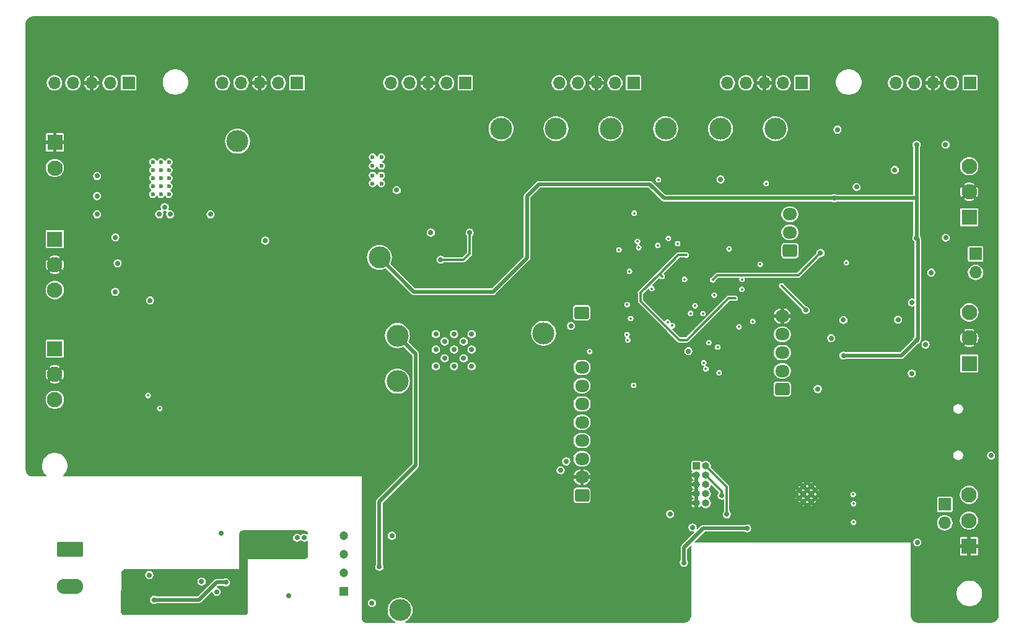
<source format=gbr>
%TF.GenerationSoftware,KiCad,Pcbnew,8.0.7*%
%TF.CreationDate,2025-01-22T12:13:36+01:00*%
%TF.ProjectId,STM32_GateSignalGenerator,53544d33-325f-4476-9174-655369676e61,rev?*%
%TF.SameCoordinates,Original*%
%TF.FileFunction,Copper,L2,Inr*%
%TF.FilePolarity,Positive*%
%FSLAX46Y46*%
G04 Gerber Fmt 4.6, Leading zero omitted, Abs format (unit mm)*
G04 Created by KiCad (PCBNEW 8.0.7) date 2025-01-22 12:13:36*
%MOMM*%
%LPD*%
G01*
G04 APERTURE LIST*
G04 Aperture macros list*
%AMRoundRect*
0 Rectangle with rounded corners*
0 $1 Rounding radius*
0 $2 $3 $4 $5 $6 $7 $8 $9 X,Y pos of 4 corners*
0 Add a 4 corners polygon primitive as box body*
4,1,4,$2,$3,$4,$5,$6,$7,$8,$9,$2,$3,0*
0 Add four circle primitives for the rounded corners*
1,1,$1+$1,$2,$3*
1,1,$1+$1,$4,$5*
1,1,$1+$1,$6,$7*
1,1,$1+$1,$8,$9*
0 Add four rect primitives between the rounded corners*
20,1,$1+$1,$2,$3,$4,$5,0*
20,1,$1+$1,$4,$5,$6,$7,0*
20,1,$1+$1,$6,$7,$8,$9,0*
20,1,$1+$1,$8,$9,$2,$3,0*%
G04 Aperture macros list end*
%TA.AperFunction,ComponentPad*%
%ADD10R,2.100000X2.100000*%
%TD*%
%TA.AperFunction,ComponentPad*%
%ADD11C,2.100000*%
%TD*%
%TA.AperFunction,ComponentPad*%
%ADD12R,1.700000X1.700000*%
%TD*%
%TA.AperFunction,ComponentPad*%
%ADD13O,1.700000X1.700000*%
%TD*%
%TA.AperFunction,ComponentPad*%
%ADD14C,3.000000*%
%TD*%
%TA.AperFunction,ComponentPad*%
%ADD15RoundRect,0.250000X0.725000X-0.600000X0.725000X0.600000X-0.725000X0.600000X-0.725000X-0.600000X0*%
%TD*%
%TA.AperFunction,ComponentPad*%
%ADD16O,1.950000X1.700000*%
%TD*%
%TA.AperFunction,ComponentPad*%
%ADD17C,0.600000*%
%TD*%
%TA.AperFunction,ComponentPad*%
%ADD18RoundRect,0.250000X0.750000X-0.600000X0.750000X0.600000X-0.750000X0.600000X-0.750000X-0.600000X0*%
%TD*%
%TA.AperFunction,ComponentPad*%
%ADD19O,2.000000X1.700000*%
%TD*%
%TA.AperFunction,ComponentPad*%
%ADD20RoundRect,0.249999X-1.550001X0.790001X-1.550001X-0.790001X1.550001X-0.790001X1.550001X0.790001X0*%
%TD*%
%TA.AperFunction,ComponentPad*%
%ADD21O,3.600000X2.080000*%
%TD*%
%TA.AperFunction,ComponentPad*%
%ADD22R,1.200000X1.200000*%
%TD*%
%TA.AperFunction,ComponentPad*%
%ADD23C,1.200000*%
%TD*%
%TA.AperFunction,ComponentPad*%
%ADD24R,1.000000X1.000000*%
%TD*%
%TA.AperFunction,ComponentPad*%
%ADD25O,1.000000X1.000000*%
%TD*%
%TA.AperFunction,HeatsinkPad*%
%ADD26C,0.600000*%
%TD*%
%TA.AperFunction,ViaPad*%
%ADD27C,0.700000*%
%TD*%
%TA.AperFunction,ViaPad*%
%ADD28C,0.350000*%
%TD*%
%TA.AperFunction,Conductor*%
%ADD29C,0.500000*%
%TD*%
%TA.AperFunction,Conductor*%
%ADD30C,0.300000*%
%TD*%
G04 APERTURE END LIST*
D10*
%TO.N,/DigitalInterface/D01_Con*%
%TO.C,J7*%
X85652500Y-109607500D03*
D11*
%TO.N,GNDD*%
X85652500Y-113107500D03*
%TO.N,/DigitalInterface/D02_Con*%
X85652500Y-116607500D03*
%TD*%
D12*
%TO.N,+12V*%
%TO.C,J11*%
X164750000Y-73215000D03*
D13*
%TO.N,/Gate driver connectors/GD_en3*%
X162210000Y-73215000D03*
%TO.N,GNDD*%
X159670000Y-73215000D03*
%TO.N,/Gate driver connectors/GD_out3*%
X157130000Y-73215000D03*
%TO.N,VDD*%
X154590000Y-73215000D03*
%TD*%
D14*
%TO.N,/Gate driver connectors/GD_out2*%
%TO.C,TP5*%
X176642500Y-79497500D03*
%TD*%
D10*
%TO.N,/DigitalInterface/DI1_Con*%
%TO.C,J6*%
X85652500Y-94617500D03*
D11*
%TO.N,GNDD*%
X85652500Y-98117500D03*
%TO.N,/DigitalInterface/DI2_Con*%
X85652500Y-101617500D03*
%TD*%
D14*
%TO.N,+24V*%
%TO.C,TP7*%
X110633064Y-81222500D03*
%TD*%
%TO.N,-12V*%
%TO.C,TP9*%
X130033064Y-97122500D03*
%TD*%
%TO.N,/Gate driver connectors/GD_out5*%
%TO.C,TP2*%
X154142500Y-79497500D03*
%TD*%
D15*
%TO.N,/MCU/ENC_A__TIM4_CH1*%
%TO.C,J17*%
X185072500Y-115147500D03*
D16*
%TO.N,/MCU/ENC_B__TIM4_CH2*%
X185072500Y-112647500D03*
%TO.N,/MCU/ENC_BTN*%
X185072500Y-110147500D03*
%TO.N,/MCU/ENC_VDD*%
X185072500Y-107647500D03*
%TO.N,GNDD*%
X185072500Y-105147500D03*
%TD*%
D14*
%TO.N,/Gate driver connectors/GD_out4*%
%TO.C,TP3*%
X161642500Y-79497500D03*
%TD*%
D17*
%TO.N,-12V*%
%TO.C,U3*%
X129085564Y-83395000D03*
X129085564Y-84595000D03*
X129085564Y-85895000D03*
X129085564Y-86995000D03*
X130285564Y-83395000D03*
X130285564Y-84595000D03*
X130285564Y-85895000D03*
X130285564Y-86995000D03*
%TD*%
D14*
%TO.N,/MCU/ZC_In*%
%TO.C,TP15*%
X132852500Y-145397500D03*
%TD*%
%TO.N,+5V*%
%TO.C,TP10*%
X152455000Y-107490000D03*
%TD*%
D18*
%TO.N,/MCU/START_STOP_BTN*%
%TO.C,J15*%
X157642500Y-104687500D03*
D19*
%TO.N,GNDD*%
X157642500Y-102187500D03*
%TD*%
D15*
%TO.N,VDD*%
%TO.C,J18*%
X157712500Y-129677500D03*
D16*
%TO.N,GNDD*%
X157712500Y-127177500D03*
%TO.N,/MCU/LCD_CS*%
X157712500Y-124677500D03*
%TO.N,/MCU/LCD_RST*%
X157712500Y-122177500D03*
%TO.N,/MCU/LCD_DC*%
X157712500Y-119677500D03*
%TO.N,/MCU/SPI3_MOSI*%
X157712500Y-117177500D03*
%TO.N,/MCU/SPI3_SCK*%
X157712500Y-114677500D03*
%TO.N,/MCU/BOOT0_LCD_BACKLIGHT_PWM_TIM16_CH1*%
X157712500Y-112177500D03*
%TD*%
D12*
%TO.N,+12V*%
%TO.C,J8*%
X95750000Y-73215000D03*
D13*
%TO.N,/Gate driver connectors/GD_en6*%
X93210000Y-73215000D03*
%TO.N,GNDD*%
X90670000Y-73215000D03*
%TO.N,/Gate driver connectors/GD_out6*%
X88130000Y-73215000D03*
%TO.N,VDD*%
X85590000Y-73215000D03*
%TD*%
D14*
%TO.N,/Gate driver connectors/GD_out6*%
%TO.C,TP1*%
X146642500Y-79497500D03*
%TD*%
%TO.N,+12V*%
%TO.C,TP8*%
X132483064Y-107822500D03*
%TD*%
D12*
%TO.N,+12V*%
%TO.C,J9*%
X118750000Y-73215000D03*
D13*
%TO.N,/Gate driver connectors/GD_en5*%
X116210000Y-73215000D03*
%TO.N,GNDD*%
X113670000Y-73215000D03*
%TO.N,/Gate driver connectors/GD_out5*%
X111130000Y-73215000D03*
%TO.N,VDD*%
X108590000Y-73215000D03*
%TD*%
D14*
%TO.N,/Gate driver connectors/GD_out1*%
%TO.C,TP6*%
X184142500Y-79497500D03*
%TD*%
D15*
%TO.N,/MCU/TOUCH_CS*%
%TO.C,J19*%
X186127500Y-96207500D03*
D16*
%TO.N,/MCU/SPI3_MISO*%
X186127500Y-93707500D03*
%TO.N,/MCU/TOUCH_IRQ*%
X186127500Y-91207500D03*
%TD*%
D14*
%TO.N,GNDD*%
%TO.C,TP12*%
X127655000Y-117990000D03*
%TD*%
D10*
%TO.N,GNDD*%
%TO.C,J1*%
X85660000Y-81375000D03*
D11*
%TO.N,/PowerInput/PWR_IN_+24V*%
X85660000Y-84875000D03*
%TD*%
D20*
%TO.N,/ZeroCrossingDetection/ZC_Sig*%
%TO.C,J5*%
X87760000Y-137077500D03*
D21*
%TO.N,/ZeroCrossingDetection/ZC_Ref*%
X87760000Y-142157500D03*
%TD*%
D10*
%TO.N,/AnalogInterface/AI1_Con*%
%TO.C,J3*%
X210642500Y-111647500D03*
D11*
%TO.N,GNDD*%
X210642500Y-108147500D03*
%TO.N,/AnalogInterface/AI2_Con*%
X210642500Y-104647500D03*
%TD*%
D12*
%TO.N,+12V*%
%TO.C,J12*%
X187750000Y-73215000D03*
D13*
%TO.N,/Gate driver connectors/GD_en2*%
X185210000Y-73215000D03*
%TO.N,GNDD*%
X182670000Y-73215000D03*
%TO.N,/Gate driver connectors/GD_out2*%
X180130000Y-73215000D03*
%TO.N,VDD*%
X177590000Y-73215000D03*
%TD*%
D12*
%TO.N,/MCU/rs485_b*%
%TO.C,J20*%
X207295000Y-130915000D03*
D13*
%TO.N,/MCU/rs485_r_term_b*%
X207295000Y-133455000D03*
%TD*%
D12*
%TO.N,+12V*%
%TO.C,J13*%
X210750000Y-73215000D03*
D13*
%TO.N,/Gate driver connectors/GD_en1*%
X208210000Y-73215000D03*
%TO.N,GNDD*%
X205670000Y-73215000D03*
%TO.N,/Gate driver connectors/GD_out1*%
X203130000Y-73215000D03*
%TO.N,VDD*%
X200590000Y-73215000D03*
%TD*%
D14*
%TO.N,/Gate driver connectors/GD_out3*%
%TO.C,TP4*%
X169142500Y-79497500D03*
%TD*%
D22*
%TO.N,/ZeroCrossingDetection/zc_en_fet_d*%
%TO.C,U14*%
X125122500Y-142797500D03*
D23*
%TO.N,+12V*%
X125122500Y-140257500D03*
%TO.N,/ZeroCrossingDetection/ZC_GND*%
X125122500Y-137717500D03*
%TO.N,/ZeroCrossingDetection/ZC_5V*%
X125122500Y-135177500D03*
%TD*%
D12*
%TO.N,/MCU/BOOT0_LCD_BACKLIGHT_PWM_TIM16_CH1*%
%TO.C,J16*%
X211502500Y-96632500D03*
D13*
%TO.N,/MCU/boot0_r*%
X211502500Y-99172500D03*
%TD*%
D24*
%TO.N,unconnected-(J21-Pin_1-Pad1)*%
%TO.C,J21*%
X173355000Y-125675000D03*
D25*
%TO.N,/Wireless connectivity - ESP32/ESP32_JTAG_MTMS*%
X174625000Y-125675000D03*
%TO.N,GNDD*%
X173355000Y-126945000D03*
%TO.N,/Wireless connectivity - ESP32/ESP32_JTAG_MTCK*%
X174625000Y-126945000D03*
%TO.N,GNDD*%
X173355000Y-128215000D03*
%TO.N,/Wireless connectivity - ESP32/ESP32_JTAG_MTDO*%
X174625000Y-128215000D03*
%TO.N,GNDD*%
X173355000Y-129485000D03*
%TO.N,/Wireless connectivity - ESP32/ESP32_JTAG_MTDI*%
X174625000Y-129485000D03*
%TO.N,GNDD*%
X173355000Y-130755000D03*
%TO.N,unconnected-(J21-Pin_10-Pad10)*%
X174625000Y-130755000D03*
%TD*%
D17*
%TO.N,/PowerInput/prot_vgnd*%
%TO.C,U2*%
X99052500Y-84067500D03*
X99052500Y-85167500D03*
X99052500Y-86267500D03*
X99052500Y-87367500D03*
X99052500Y-88467500D03*
X100152500Y-84067500D03*
X100152500Y-85167500D03*
X100152500Y-86267500D03*
X100152500Y-87367500D03*
X100152500Y-88467500D03*
X101252500Y-84067500D03*
X101252500Y-85167500D03*
X101252500Y-86267500D03*
X101252500Y-87367500D03*
X101252500Y-88467500D03*
%TD*%
D14*
%TO.N,VDD*%
%TO.C,TP11*%
X132483064Y-114072500D03*
%TD*%
D12*
%TO.N,+12V*%
%TO.C,J10*%
X141750000Y-73215000D03*
D13*
%TO.N,/Gate driver connectors/GD_en4*%
X139210000Y-73215000D03*
%TO.N,GNDD*%
X136670000Y-73215000D03*
%TO.N,/Gate driver connectors/GD_out4*%
X134130000Y-73215000D03*
%TO.N,VDD*%
X131590000Y-73215000D03*
%TD*%
D10*
%TO.N,GNDD*%
%TO.C,J2*%
X210612500Y-136637500D03*
D11*
%TO.N,/MCU/rs485_a*%
X210612500Y-133137500D03*
%TO.N,/MCU/rs485_b*%
X210612500Y-129637500D03*
%TD*%
D10*
%TO.N,/AnalogInterface/AO1_Con*%
%TO.C,J4*%
X210632500Y-91637500D03*
D11*
%TO.N,GNDD*%
X210632500Y-88137500D03*
%TO.N,/AnalogInterface/AO2_Con*%
X210632500Y-84637500D03*
%TD*%
D17*
%TO.N,GNDD*%
%TO.C,U1*%
X109893064Y-98152500D03*
X111093064Y-98152500D03*
X112393064Y-98152500D03*
X113493064Y-98152500D03*
X109893064Y-96952500D03*
X111093064Y-96952500D03*
X112393064Y-96952500D03*
X113493064Y-96952500D03*
%TD*%
D26*
%TO.N,GNDD*%
%TO.C,U18*%
X187410000Y-128965000D03*
X187410000Y-130065000D03*
X187960000Y-128415000D03*
X187960000Y-129515000D03*
X187960000Y-130615000D03*
X188510000Y-128965000D03*
X188510000Y-130065000D03*
X189060000Y-128415000D03*
X189060000Y-129515000D03*
X189060000Y-130615000D03*
X189610000Y-128965000D03*
X189610000Y-130065000D03*
%TD*%
D27*
%TO.N,GNDD*%
X179155000Y-110940000D03*
X177155000Y-110640000D03*
X181055000Y-117290000D03*
%TO.N,+12V*%
X200892500Y-105642500D03*
X207407500Y-81672500D03*
X204672500Y-109047500D03*
X130020000Y-139455000D03*
X195232500Y-87487500D03*
X193432500Y-105677500D03*
X207427500Y-94422500D03*
X200462500Y-85137500D03*
%TO.N,GNDD*%
X101834292Y-118588952D03*
X114650000Y-126115000D03*
X117238869Y-118588952D03*
X82650000Y-97115000D03*
X197650000Y-135115000D03*
X114671437Y-118588952D03*
X120650000Y-65115000D03*
X110593064Y-114752500D03*
X122218217Y-78099336D03*
X102038627Y-82222500D03*
X121143064Y-96702500D03*
X114650000Y-65115000D03*
X128808390Y-109390831D03*
X160250000Y-114515000D03*
X128650000Y-134115000D03*
X213650000Y-101115000D03*
X105802049Y-93127861D03*
X149650000Y-146115000D03*
X145033064Y-99122500D03*
X177450000Y-92315000D03*
X145650000Y-146115000D03*
X134059533Y-81094070D03*
X169650000Y-146115000D03*
X121143064Y-98702500D03*
D28*
X168940000Y-110285000D03*
D27*
X159650000Y-146115000D03*
X82650000Y-91115000D03*
X108593064Y-106752500D03*
X117643064Y-86202500D03*
X170650000Y-65115000D03*
X175850000Y-90715000D03*
X82650000Y-99115000D03*
X108593064Y-112752500D03*
X117143064Y-98702500D03*
X213650000Y-83115000D03*
X82650000Y-81115000D03*
X117133064Y-94822500D03*
X213650000Y-115115000D03*
X213650000Y-99115000D03*
X120536115Y-78099336D03*
X134059533Y-79595013D03*
X213650000Y-139115000D03*
X120650000Y-126115000D03*
X100650000Y-65115000D03*
X161250000Y-95915000D03*
X129050000Y-146335000D03*
X161250000Y-94515000D03*
X156650000Y-65115000D03*
X101810929Y-95292642D03*
X103951127Y-88542500D03*
X144650000Y-65115000D03*
X140650000Y-65115000D03*
X123143064Y-98702500D03*
D28*
X179843327Y-92672252D03*
D27*
X108593064Y-114752500D03*
X114643064Y-86202500D03*
X197352500Y-99727500D03*
X117133064Y-92722500D03*
X82650000Y-111115000D03*
X117353018Y-115346580D03*
X190282500Y-101667500D03*
X116650000Y-65115000D03*
X82650000Y-71115000D03*
X154833064Y-90272500D03*
X213650000Y-75115000D03*
X161650000Y-146115000D03*
X176650000Y-65115000D03*
X86650000Y-65115000D03*
X128650000Y-128115000D03*
X213650000Y-71115000D03*
X168440000Y-140175000D03*
X92650000Y-65115000D03*
X128650000Y-132115000D03*
X139953064Y-104402500D03*
X136650000Y-65115000D03*
X160250000Y-113115000D03*
X118650000Y-126115000D03*
X103881624Y-93093567D03*
X194650000Y-65115000D03*
X82650000Y-101115000D03*
X213650000Y-131115000D03*
X121137278Y-115346580D03*
X82650000Y-83115000D03*
X102618627Y-81222500D03*
X143533064Y-99122500D03*
X142650000Y-65115000D03*
X145033064Y-97422500D03*
X101810929Y-116419232D03*
X105978627Y-82222500D03*
X213650000Y-105115000D03*
X172650000Y-65115000D03*
X125143064Y-98702500D03*
X123029408Y-115346580D03*
X82650000Y-119115000D03*
X113807026Y-82609241D03*
X189232500Y-101687500D03*
X118854013Y-78099336D03*
X82650000Y-73115000D03*
X122650000Y-65115000D03*
X96820000Y-111255000D03*
X205650000Y-146115000D03*
X134650000Y-65115000D03*
X82650000Y-89115000D03*
X149033064Y-114822500D03*
X137650000Y-146115000D03*
D28*
X172300000Y-98445000D03*
D27*
X124650000Y-126115000D03*
X98650000Y-65115000D03*
X189650000Y-135115000D03*
X165650000Y-146115000D03*
X130650000Y-65115000D03*
X136833064Y-88922500D03*
X96140000Y-97895000D03*
D28*
X163952500Y-100157500D03*
D27*
X213650000Y-109115000D03*
X101810929Y-97405301D03*
X123143064Y-96702500D03*
X113807026Y-79618765D03*
X101810929Y-99517960D03*
X101812898Y-93093383D03*
X126650000Y-126115000D03*
X104650000Y-65115000D03*
X183650000Y-135115000D03*
X117433064Y-106422500D03*
X213650000Y-79115000D03*
X124921538Y-115346580D03*
X213650000Y-73115000D03*
X191650000Y-135115000D03*
X178450000Y-91515000D03*
X82650000Y-95115000D03*
X187650000Y-135115000D03*
X127143064Y-96702500D03*
X191510000Y-81515000D03*
X157650000Y-146115000D03*
X95450000Y-115245000D03*
X166355000Y-110990000D03*
X154833064Y-88422500D03*
X113807707Y-78099336D03*
X119143064Y-98702500D03*
X106650000Y-126115000D03*
X206650000Y-65115000D03*
X128808390Y-113368119D03*
X200650000Y-65115000D03*
X150433064Y-102722500D03*
X132650000Y-65115000D03*
X143633064Y-90292500D03*
X178650000Y-65115000D03*
X116143064Y-85202500D03*
X82650000Y-77115000D03*
X119133064Y-90722500D03*
X213650000Y-107115000D03*
X154650000Y-65115000D03*
X106650000Y-65115000D03*
X82650000Y-113115000D03*
X149033064Y-112022500D03*
X186650000Y-65115000D03*
X213650000Y-67115000D03*
X172477500Y-124052500D03*
X106969150Y-118588952D03*
X98433064Y-82222500D03*
X82650000Y-93115000D03*
X170105000Y-113890000D03*
X128650000Y-136115000D03*
D28*
X179510987Y-97204806D03*
D27*
X112104008Y-118588952D03*
X139650000Y-146115000D03*
X162650000Y-65115000D03*
X207650000Y-146115000D03*
X98650000Y-126115000D03*
X94650000Y-65115000D03*
D28*
X192810000Y-103905000D03*
D27*
X213650000Y-91115000D03*
X126813668Y-115346580D03*
X213650000Y-111115000D03*
X150433064Y-101222500D03*
X102650000Y-65115000D03*
X84650000Y-65115000D03*
X90650000Y-65115000D03*
X112650000Y-126115000D03*
X110650000Y-126115000D03*
D28*
X191620000Y-93955000D03*
D27*
X213650000Y-127115000D03*
X125143064Y-96702500D03*
D28*
X192090000Y-94325000D03*
D27*
X104401721Y-118588952D03*
X88650000Y-65115000D03*
X213650000Y-135115000D03*
X122650000Y-126115000D03*
X158650000Y-65115000D03*
X203530000Y-143875000D03*
X213650000Y-93115000D03*
X173355000Y-132387500D03*
X101810929Y-101630619D03*
X202650000Y-65115000D03*
X213650000Y-89115000D03*
X82650000Y-117115000D03*
X112650000Y-65115000D03*
X172250000Y-94715000D03*
X213650000Y-77115000D03*
X97790000Y-81222500D03*
X82650000Y-69115000D03*
X82650000Y-85115000D03*
X182650000Y-65115000D03*
X128650000Y-126115000D03*
X90650000Y-126115000D03*
X117433064Y-105222500D03*
X115143064Y-90702500D03*
X213650000Y-113115000D03*
X97265000Y-82222500D03*
X92650000Y-126115000D03*
D28*
X170315608Y-104124392D03*
D27*
X132310829Y-78099336D03*
X109536579Y-118588952D03*
X120643064Y-86202500D03*
X167650000Y-91715000D03*
X171050000Y-106715000D03*
X143633064Y-88422500D03*
X127143064Y-98702500D03*
X82650000Y-87115000D03*
X115143064Y-92702500D03*
X196650000Y-65115000D03*
X150433064Y-104222500D03*
X141650000Y-146115000D03*
X188650000Y-65115000D03*
X190650000Y-65115000D03*
X155650000Y-146115000D03*
X185650000Y-135115000D03*
X150650000Y-65115000D03*
X134059533Y-82593127D03*
X210650000Y-65115000D03*
X213650000Y-85115000D03*
X126650000Y-65115000D03*
X110593064Y-110752500D03*
X203650000Y-146115000D03*
X101810929Y-114306573D03*
X82650000Y-75115000D03*
X110593064Y-108752500D03*
X104650000Y-126115000D03*
X82650000Y-109115000D03*
X134613064Y-88922500D03*
X130628727Y-78099336D03*
X197352500Y-97337500D03*
X213650000Y-97115000D03*
X151650000Y-146115000D03*
X116650000Y-126115000D03*
X146650000Y-65115000D03*
X128946625Y-78099336D03*
X198650000Y-65115000D03*
X167650000Y-146115000D03*
X193650000Y-135115000D03*
X213650000Y-87115000D03*
X135650000Y-146115000D03*
X174650000Y-65115000D03*
X169955000Y-111640000D03*
X149033064Y-113522500D03*
X213650000Y-133115000D03*
X125582421Y-78099336D03*
X101810929Y-107968596D03*
X213650000Y-117115000D03*
X107602448Y-93093567D03*
X171650000Y-146115000D03*
X213650000Y-146115000D03*
X138650000Y-65115000D03*
X173450000Y-93115000D03*
X82650000Y-115115000D03*
X136833064Y-91222500D03*
X168650000Y-65115000D03*
X121143064Y-92702500D03*
X82650000Y-123115000D03*
X128808390Y-111379475D03*
X163650000Y-146115000D03*
X117143064Y-96702500D03*
X212650000Y-65115000D03*
X153650000Y-146115000D03*
X124650000Y-65115000D03*
X119245148Y-115346580D03*
X101810929Y-103743278D03*
X82650000Y-107115000D03*
X180650000Y-65115000D03*
X101810929Y-105855937D03*
X199650000Y-135115000D03*
X117309155Y-116994543D03*
X128650000Y-130115000D03*
X122143064Y-85202500D03*
X82650000Y-67115000D03*
X127264523Y-78099336D03*
X177112500Y-123715000D03*
D28*
X171890608Y-105699392D03*
D27*
X121143064Y-90702500D03*
X213650000Y-129115000D03*
X115143064Y-96702500D03*
X213650000Y-103115000D03*
D28*
X174511221Y-100138779D03*
D27*
X90052500Y-113157500D03*
X82650000Y-121115000D03*
X150413064Y-99622500D03*
X110593064Y-106752500D03*
X108593064Y-108752500D03*
X119133064Y-92722500D03*
X134059533Y-78095956D03*
X101810929Y-110081255D03*
X101810929Y-112193914D03*
X181650000Y-135115000D03*
X148650000Y-65115000D03*
X117171911Y-78099336D03*
X96650000Y-65115000D03*
X103183064Y-82224456D03*
X213650000Y-95115000D03*
X204650000Y-65115000D03*
X113807026Y-81114003D03*
X208650000Y-65115000D03*
X94650000Y-126115000D03*
X119143064Y-96702500D03*
X143650000Y-146115000D03*
X82650000Y-103115000D03*
X213650000Y-65115000D03*
X108650000Y-65115000D03*
X115489809Y-78099336D03*
X117133064Y-90722500D03*
X160650000Y-65115000D03*
X213650000Y-81115000D03*
X134633064Y-91222500D03*
X119143064Y-85202500D03*
X102650000Y-126115000D03*
X192650000Y-65115000D03*
X82650000Y-65115000D03*
X118650000Y-65115000D03*
D28*
X179332500Y-105277500D03*
D27*
X96650000Y-126115000D03*
X166650000Y-65115000D03*
X110650000Y-65115000D03*
X152650000Y-65115000D03*
X108593064Y-110752500D03*
X113807026Y-84104481D03*
X128808390Y-115356763D03*
X100650000Y-126115000D03*
D28*
X165362500Y-98557500D03*
D27*
X201650000Y-135115000D03*
X184650000Y-65115000D03*
X82650000Y-79115000D03*
X110593064Y-112752500D03*
X143533064Y-97422500D03*
X213650000Y-137115000D03*
X82650000Y-105115000D03*
X128650000Y-65115000D03*
X168175000Y-113450000D03*
X96920000Y-115245000D03*
X213650000Y-69115000D03*
X128700000Y-138175000D03*
X108650000Y-126115000D03*
X123900319Y-78099336D03*
D28*
X168282500Y-104407500D03*
D27*
X164650000Y-65115000D03*
X147650000Y-146115000D03*
X109292300Y-93099331D03*
%TO.N,VDD*%
X141533064Y-110922500D03*
X141533064Y-108622500D03*
X169760000Y-132245000D03*
X189930000Y-115135000D03*
X142633064Y-109722500D03*
X156200000Y-106495000D03*
X137733064Y-107622500D03*
X137733064Y-112022500D03*
X205452500Y-99192500D03*
X129000000Y-144425000D03*
X137733064Y-109722500D03*
D28*
X178630000Y-102695000D03*
D27*
X94242500Y-97927500D03*
X140233064Y-112022500D03*
X172255000Y-109940000D03*
X140233064Y-109722500D03*
X191772500Y-108167500D03*
D28*
X171940243Y-96785243D03*
X168660433Y-99732713D03*
D27*
X138933064Y-110922500D03*
D28*
X171010227Y-108413541D03*
X179560000Y-101505000D03*
D27*
X213610000Y-124235000D03*
X140233064Y-107622500D03*
X142633064Y-107622500D03*
X172820000Y-134095000D03*
X142633064Y-112022500D03*
X138933064Y-108622500D03*
D28*
X165716279Y-101956267D03*
D27*
%TO.N,+24V*%
X114433064Y-94822500D03*
X98680000Y-102995000D03*
X132393064Y-87902500D03*
X137043064Y-93732500D03*
%TO.N,/MCU/ST_NRST*%
X188290000Y-104325000D03*
D28*
X177812500Y-95937500D03*
X182060000Y-98065000D03*
X184990000Y-101005000D03*
D27*
%TO.N,/DigitalInterface/DI1*%
X93940000Y-94375000D03*
D28*
X164355000Y-105490000D03*
%TO.N,/DigitalInterface/DI2*%
X163972500Y-108437500D03*
D27*
X93920000Y-101835000D03*
D28*
%TO.N,/MCU/BOOT0_LCD_BACKLIGHT_PWM_TIM16_CH1*%
X179155000Y-106617500D03*
%TO.N,/MCU/TIM1_CH1*%
X182880000Y-86995000D03*
X172555000Y-104790000D03*
%TO.N,/AnalogInterface/AO1*%
X169512500Y-94527500D03*
%TO.N,/AnalogInterface/AI1*%
X171730000Y-100145000D03*
%TO.N,/AnalogInterface/AO2*%
X168062500Y-95477500D03*
%TO.N,/AnalogInterface/AI2*%
X170782500Y-95241838D03*
%TO.N,/MCU/TIM1_CH3*%
X170072500Y-106447500D03*
D27*
X176662500Y-86447500D03*
D28*
%TO.N,/DigitalInterface/DO2*%
X158755000Y-109990000D03*
X98405000Y-116030000D03*
%TO.N,/DigitalInterface/DO1*%
X163855000Y-107690000D03*
X100002500Y-117782500D03*
%TO.N,/MCU/TIM1_CH2*%
X168142500Y-86497500D03*
X169402500Y-105967500D03*
D27*
%TO.N,/ZeroCrossingDetection/zc_in_lim*%
X108372500Y-134887500D03*
%TO.N,/ZeroCrossingDetection/zc_comp_out*%
X99215351Y-143977500D03*
X109042500Y-141597500D03*
%TO.N,/ZeroCrossingDetection/ZC_GND*%
X106764490Y-141439489D03*
X96372500Y-145187500D03*
X107672500Y-144787500D03*
X97472500Y-143587500D03*
X104692500Y-141527500D03*
X119772500Y-137377500D03*
X118772500Y-137387500D03*
%TO.N,/ZeroCrossingDetection/ZC_5V*%
X119772500Y-135477500D03*
X105722500Y-141487500D03*
X118772500Y-135487500D03*
X107772500Y-142887500D03*
X98572500Y-140587500D03*
%TO.N,/MCU/ZC_En*%
X155560000Y-125045000D03*
X131720000Y-135215000D03*
%TO.N,/MCU/ZC_In*%
X154800000Y-126255000D03*
X117662851Y-143427500D03*
%TO.N,-12V*%
X203462500Y-108417500D03*
X203437500Y-81682500D03*
X203427500Y-94452500D03*
X193442500Y-110547500D03*
X192192500Y-89017500D03*
%TO.N,/PowerInput/+5V_reg_sw*%
X138400564Y-97422500D03*
X142360564Y-93732500D03*
D28*
%TO.N,VDDA*%
X167267757Y-101394738D03*
D27*
%TO.N,/Wireless connectivity - ESP32/ESP32_JTAG_MTMS*%
X177510000Y-132285000D03*
%TO.N,/Wireless connectivity - ESP32/ESP32_JTAG_MTCK*%
X176810000Y-129715000D03*
%TO.N,/Wireless connectivity - ESP32/ESP32_RST*%
X171640000Y-138905000D03*
X180290000Y-134205000D03*
D28*
%TO.N,/MCU/LCD_CS*%
X179590000Y-100117500D03*
%TO.N,/MCU/SPI3_SCK*%
X174360000Y-111545000D03*
X175055000Y-108790000D03*
%TO.N,/MCU/FREE_PIN_1*%
X181055000Y-105890000D03*
%TO.N,/MCU/SPI3_MISO*%
X175790000Y-102305000D03*
%TO.N,/MCU/FREE_PIN_2*%
X176455000Y-112935000D03*
%TO.N,/MCU/SPI3_MOSI*%
X174640000Y-112375000D03*
X176255000Y-109390000D03*
%TO.N,/MCU/ST_TX*%
X164202500Y-99037500D03*
%TO.N,/MCU/ST_RX*%
X163890000Y-103575000D03*
%TO.N,/MCU/TIM3_CH1*%
X174232500Y-104817500D03*
X173160000Y-103755000D03*
%TO.N,/Gate driver connectors/GD_en6*%
X164855000Y-91090000D03*
%TO.N,/Gate driver connectors/GD_en5*%
X162755000Y-96090000D03*
D27*
%TO.N,/PowerInput/prot_vgnd*%
X91433064Y-88717500D03*
X99933064Y-91222500D03*
X100683064Y-90222500D03*
X91433064Y-91222500D03*
X91433064Y-85972500D03*
X106933064Y-91222500D03*
X101433064Y-91222500D03*
%TO.N,Net-(U18-IO19)*%
X203530000Y-136125000D03*
%TO.N,/AnalogInterface/ai_zero_offset*%
X192622500Y-79627500D03*
X202784150Y-112995000D03*
D28*
X193852500Y-97847500D03*
D27*
X202822500Y-103297500D03*
%TO.N,/AnalogInterface/VREF*%
X190302500Y-96517500D03*
D28*
X175580000Y-100175000D03*
%TO.N,/MCU/RS485_DE*%
X164770000Y-114635000D03*
X194810000Y-130825000D03*
%TO.N,/MCU/RS485_TX*%
X194822500Y-133357500D03*
X165290000Y-94935000D03*
%TO.N,/MCU/RS485_RX*%
X194782500Y-129557500D03*
X165490000Y-95765000D03*
%TD*%
D29*
%TO.N,+12V*%
X132483064Y-107822500D02*
X134970000Y-110309436D01*
X134970000Y-110309436D02*
X134970000Y-125595000D01*
X134970000Y-125595000D02*
X130020000Y-130545000D01*
X130020000Y-130545000D02*
X130020000Y-139455000D01*
D30*
%TO.N,VDD*%
X172034339Y-108413541D02*
X171010227Y-108413541D01*
X171940243Y-96785243D02*
X170887303Y-96785243D01*
X168660433Y-99732713D02*
X168307204Y-99379484D01*
X177752880Y-102695000D02*
X172034339Y-108413541D01*
X168307204Y-99379484D02*
X168307204Y-99365342D01*
X165716279Y-101956267D02*
X168307204Y-99365342D01*
X165716279Y-101956267D02*
X165716279Y-103119592D01*
X170887303Y-96785243D02*
X168307204Y-99365342D01*
X178630000Y-102695000D02*
X177752880Y-102695000D01*
X165716279Y-103119592D02*
X171010227Y-108413541D01*
%TO.N,/MCU/ST_NRST*%
X184990000Y-101025000D02*
X184990000Y-101005000D01*
X188290000Y-104325000D02*
X184990000Y-101025000D01*
D29*
%TO.N,/ZeroCrossingDetection/zc_comp_out*%
X105382500Y-143977500D02*
X99215351Y-143977500D01*
X109042500Y-141597500D02*
X107762500Y-141597500D01*
X107762500Y-141597500D02*
X105382500Y-143977500D01*
%TO.N,-12V*%
X203622500Y-108257500D02*
X203462500Y-108417500D01*
X203420000Y-89017500D02*
X203437500Y-89035000D01*
X150190000Y-97155000D02*
X150190000Y-88735000D01*
X150190000Y-88735000D02*
X151810000Y-87115000D01*
X167020000Y-87115000D02*
X168922500Y-89017500D01*
X201332500Y-110547500D02*
X193442500Y-110547500D01*
X192192500Y-89017500D02*
X203420000Y-89017500D01*
X203437500Y-94442500D02*
X203427500Y-94452500D01*
X203622500Y-94647500D02*
X203622500Y-108257500D01*
X145520000Y-101825000D02*
X150190000Y-97155000D01*
X134735564Y-101825000D02*
X145520000Y-101825000D01*
X203427500Y-94452500D02*
X203622500Y-94647500D01*
X130033064Y-97122500D02*
X134735564Y-101825000D01*
X203437500Y-89035000D02*
X203437500Y-94442500D01*
X151810000Y-87115000D02*
X167020000Y-87115000D01*
X203462500Y-108417500D02*
X201332500Y-110547500D01*
X168922500Y-89017500D02*
X192192500Y-89017500D01*
X203437500Y-81682500D02*
X203437500Y-89035000D01*
D30*
%TO.N,/PowerInput/+5V_reg_sw*%
X141533064Y-97422500D02*
X142360564Y-96595000D01*
X138400564Y-97422500D02*
X141533064Y-97422500D01*
X142360564Y-96595000D02*
X142360564Y-93732500D01*
%TO.N,/Wireless connectivity - ESP32/ESP32_JTAG_MTMS*%
X174625000Y-125675000D02*
X177510000Y-128560000D01*
X177510000Y-128560000D02*
X177510000Y-132285000D01*
%TO.N,/Wireless connectivity - ESP32/ESP32_JTAG_MTCK*%
X176810000Y-129130000D02*
X176810000Y-129715000D01*
X174625000Y-126945000D02*
X176810000Y-129130000D01*
D29*
%TO.N,/Wireless connectivity - ESP32/ESP32_RST*%
X174257500Y-134205000D02*
X180290000Y-134205000D01*
X171640000Y-138905000D02*
X171640000Y-136822500D01*
X171640000Y-136822500D02*
X174257500Y-134205000D01*
D30*
%TO.N,/AnalogInterface/VREF*%
X190302500Y-96517500D02*
X187282500Y-99537500D01*
X176217500Y-99537500D02*
X175580000Y-100175000D01*
X190302500Y-96527500D02*
X190302500Y-96517500D01*
X187282500Y-99537500D02*
X176217500Y-99537500D01*
%TD*%
%TA.AperFunction,Conductor*%
%TO.N,GNDD*%
G36*
X109683064Y-93472500D02*
G01*
X102183064Y-93472500D01*
X102183064Y-118222500D01*
X116933064Y-118222500D01*
X116933064Y-114972500D01*
X128433064Y-114972500D01*
X128433064Y-108972500D01*
X129183064Y-108972500D01*
X129183064Y-115722500D01*
X117683064Y-115722500D01*
X117683064Y-118972500D01*
X101433064Y-118972500D01*
X101433064Y-92722500D01*
X109683064Y-92722500D01*
X109683064Y-93472500D01*
G37*
%TD.AperFunction*%
%TD*%
%TA.AperFunction,Conductor*%
%TO.N,GNDD*%
G36*
X213656433Y-64115846D02*
G01*
X213895900Y-64147373D01*
X213920856Y-64154059D01*
X214137961Y-64243988D01*
X214160340Y-64256909D01*
X214346766Y-64399958D01*
X214365041Y-64418233D01*
X214508090Y-64604659D01*
X214521012Y-64627040D01*
X214610938Y-64844139D01*
X214617627Y-64869103D01*
X214649153Y-65108566D01*
X214650000Y-65121488D01*
X214650000Y-146108511D01*
X214649153Y-146121433D01*
X214617627Y-146360896D01*
X214610938Y-146385860D01*
X214521012Y-146602959D01*
X214508090Y-146625340D01*
X214365041Y-146811766D01*
X214346766Y-146830041D01*
X214160340Y-146973090D01*
X214137959Y-146986012D01*
X213920860Y-147075938D01*
X213895896Y-147082627D01*
X213656434Y-147114153D01*
X213643512Y-147115000D01*
X203656488Y-147115000D01*
X203643566Y-147114153D01*
X203404103Y-147082627D01*
X203379139Y-147075938D01*
X203162040Y-146986012D01*
X203139659Y-146973090D01*
X202953233Y-146830041D01*
X202934958Y-146811766D01*
X202791909Y-146625340D01*
X202778987Y-146602959D01*
X202695969Y-146402537D01*
X202689059Y-146385856D01*
X202682373Y-146360900D01*
X202650847Y-146121433D01*
X202650000Y-146108511D01*
X202650000Y-142942588D01*
X208899500Y-142942588D01*
X208899500Y-143287411D01*
X208966771Y-143625601D01*
X208966771Y-143625603D01*
X209098724Y-143944168D01*
X209098730Y-143944180D01*
X209220771Y-144126825D01*
X209290298Y-144230879D01*
X209534121Y-144474702D01*
X209656357Y-144556377D01*
X209820819Y-144666269D01*
X209820831Y-144666275D01*
X209907138Y-144702024D01*
X210139398Y-144798229D01*
X210477591Y-144865500D01*
X210477592Y-144865500D01*
X210822408Y-144865500D01*
X210822409Y-144865500D01*
X211160602Y-144798229D01*
X211479173Y-144666273D01*
X211479175Y-144666271D01*
X211479180Y-144666269D01*
X211561965Y-144610952D01*
X211765879Y-144474702D01*
X212009702Y-144230879D01*
X212171464Y-143988785D01*
X212201269Y-143944180D01*
X212201275Y-143944168D01*
X212212648Y-143916712D01*
X212333229Y-143625602D01*
X212400500Y-143287409D01*
X212400500Y-142942591D01*
X212333229Y-142604398D01*
X212201273Y-142285827D01*
X212201269Y-142285819D01*
X212045668Y-142052948D01*
X212009702Y-141999121D01*
X211765879Y-141755298D01*
X211684202Y-141700723D01*
X211479180Y-141563730D01*
X211479168Y-141563724D01*
X211160602Y-141431771D01*
X210822411Y-141364500D01*
X210822409Y-141364500D01*
X210477591Y-141364500D01*
X210477588Y-141364500D01*
X210139398Y-141431771D01*
X210139396Y-141431771D01*
X209820831Y-141563724D01*
X209820819Y-141563730D01*
X209534121Y-141755298D01*
X209534117Y-141755301D01*
X209290301Y-141999117D01*
X209290298Y-141999121D01*
X209098730Y-142285819D01*
X209098724Y-142285831D01*
X208966771Y-142604396D01*
X208966771Y-142604398D01*
X208899500Y-142942588D01*
X202650000Y-142942588D01*
X202650000Y-137115001D01*
X202650000Y-137115000D01*
X202650000Y-136125000D01*
X202968715Y-136125000D01*
X203011440Y-136339795D01*
X203011442Y-136339797D01*
X203133112Y-136521888D01*
X203315202Y-136643557D01*
X203315204Y-136643559D01*
X203315206Y-136643560D01*
X203530000Y-136686285D01*
X203744794Y-136643560D01*
X203926888Y-136521888D01*
X204048560Y-136339794D01*
X204091285Y-136125000D01*
X204048560Y-135910206D01*
X203926888Y-135728112D01*
X203744797Y-135606442D01*
X203744795Y-135606440D01*
X203550532Y-135567799D01*
X209362500Y-135567799D01*
X209362500Y-136387499D01*
X209362501Y-136387500D01*
X210006557Y-136387500D01*
X209962500Y-136551926D01*
X209962500Y-136723074D01*
X210006557Y-136887500D01*
X209362501Y-136887500D01*
X209362500Y-136887501D01*
X209362500Y-137707200D01*
X209374103Y-137765536D01*
X209418306Y-137831689D01*
X209418310Y-137831693D01*
X209484463Y-137875896D01*
X209542799Y-137887499D01*
X209542803Y-137887500D01*
X210362499Y-137887500D01*
X210362500Y-137887499D01*
X210362500Y-137243442D01*
X210526926Y-137287500D01*
X210698074Y-137287500D01*
X210862500Y-137243442D01*
X210862500Y-137887499D01*
X210862501Y-137887500D01*
X211682197Y-137887500D01*
X211682200Y-137887499D01*
X211740536Y-137875896D01*
X211806689Y-137831693D01*
X211806693Y-137831689D01*
X211850896Y-137765536D01*
X211862499Y-137707200D01*
X211862500Y-137707197D01*
X211862500Y-136887501D01*
X211862499Y-136887500D01*
X211218443Y-136887500D01*
X211262500Y-136723074D01*
X211262500Y-136551926D01*
X211218443Y-136387500D01*
X211862499Y-136387500D01*
X211862500Y-136387499D01*
X211862500Y-135567802D01*
X211862499Y-135567799D01*
X211850896Y-135509463D01*
X211806693Y-135443310D01*
X211806689Y-135443306D01*
X211740536Y-135399103D01*
X211682200Y-135387500D01*
X210862501Y-135387500D01*
X210862500Y-135387501D01*
X210862500Y-136031557D01*
X210698074Y-135987500D01*
X210526926Y-135987500D01*
X210362500Y-136031557D01*
X210362500Y-135387501D01*
X210362499Y-135387500D01*
X209542799Y-135387500D01*
X209484463Y-135399103D01*
X209418310Y-135443306D01*
X209418306Y-135443310D01*
X209374103Y-135509463D01*
X209362500Y-135567799D01*
X203550532Y-135567799D01*
X203530000Y-135563715D01*
X203315204Y-135606440D01*
X203315202Y-135606442D01*
X203133114Y-135728110D01*
X203133110Y-135728114D01*
X203011442Y-135910202D01*
X203011440Y-135910204D01*
X202968715Y-136125000D01*
X202650000Y-136125000D01*
X202650000Y-136115000D01*
X201650001Y-136115000D01*
X173649998Y-136115000D01*
X172984603Y-136115000D01*
X174415107Y-134684496D01*
X174485111Y-134655500D01*
X179943317Y-134655500D01*
X179998318Y-134672184D01*
X180016743Y-134684496D01*
X180075202Y-134723558D01*
X180075204Y-134723559D01*
X180075206Y-134723560D01*
X180290000Y-134766285D01*
X180504794Y-134723560D01*
X180686888Y-134601888D01*
X180808560Y-134419794D01*
X180851285Y-134205000D01*
X180808560Y-133990206D01*
X180686888Y-133808112D01*
X180504797Y-133686442D01*
X180504795Y-133686440D01*
X180290000Y-133643715D01*
X180075204Y-133686440D01*
X180075202Y-133686441D01*
X179998319Y-133737815D01*
X179943317Y-133754500D01*
X174358641Y-133754500D01*
X174358633Y-133754499D01*
X174347110Y-133754499D01*
X174167890Y-133754499D01*
X174085101Y-133788792D01*
X174085100Y-133788792D01*
X174002312Y-133823083D01*
X173875583Y-133949811D01*
X173875584Y-133949812D01*
X173875583Y-133949813D01*
X173875582Y-133949813D01*
X173525370Y-134300024D01*
X173455367Y-134329020D01*
X173385363Y-134300023D01*
X173356367Y-134230020D01*
X173358268Y-134210713D01*
X173381285Y-134095000D01*
X173338560Y-133880206D01*
X173216888Y-133698112D01*
X173034797Y-133576442D01*
X173034795Y-133576440D01*
X172820000Y-133533715D01*
X172605204Y-133576440D01*
X172605202Y-133576442D01*
X172423114Y-133698110D01*
X172423110Y-133698114D01*
X172301442Y-133880202D01*
X172301440Y-133880204D01*
X172258715Y-134095000D01*
X172301440Y-134309795D01*
X172301442Y-134309797D01*
X172423112Y-134491888D01*
X172605202Y-134613557D01*
X172605204Y-134613559D01*
X172605206Y-134613560D01*
X172820000Y-134656285D01*
X172935707Y-134633269D01*
X173010021Y-134648051D01*
X173052118Y-134711053D01*
X173037336Y-134785368D01*
X173025024Y-134800371D01*
X171384813Y-136440583D01*
X171384812Y-136440584D01*
X171384811Y-136440583D01*
X171258082Y-136567312D01*
X171226501Y-136643559D01*
X171189499Y-136732890D01*
X171189499Y-136923632D01*
X171189500Y-136923641D01*
X171189500Y-138558316D01*
X171172815Y-138613318D01*
X171121439Y-138690205D01*
X171078715Y-138904999D01*
X171121440Y-139119795D01*
X171121442Y-139119797D01*
X171243112Y-139301888D01*
X171425202Y-139423557D01*
X171425204Y-139423559D01*
X171425206Y-139423560D01*
X171640000Y-139466285D01*
X171854794Y-139423560D01*
X172036888Y-139301888D01*
X172158560Y-139119794D01*
X172201285Y-138905000D01*
X172158560Y-138690206D01*
X172158560Y-138690205D01*
X172107185Y-138613318D01*
X172090500Y-138558316D01*
X172090500Y-137050111D01*
X172119496Y-136980107D01*
X172650000Y-136449603D01*
X172650000Y-137114998D01*
X172650000Y-146108511D01*
X172649153Y-146121433D01*
X172617627Y-146360896D01*
X172610938Y-146385860D01*
X172521012Y-146602959D01*
X172508090Y-146625340D01*
X172365041Y-146811766D01*
X172346766Y-146830041D01*
X172160340Y-146973090D01*
X172137959Y-146986012D01*
X171920860Y-147075938D01*
X171895896Y-147082627D01*
X171656434Y-147114153D01*
X171643512Y-147115000D01*
X133641529Y-147115000D01*
X133571525Y-147086004D01*
X133542529Y-147016000D01*
X133571525Y-146945996D01*
X133601262Y-146925559D01*
X133707427Y-146878291D01*
X133707426Y-146878291D01*
X133707434Y-146878288D01*
X133996624Y-146668179D01*
X134235811Y-146402535D01*
X134414541Y-146092966D01*
X134525002Y-145753001D01*
X134562367Y-145397500D01*
X134525002Y-145041999D01*
X134414541Y-144702034D01*
X134414537Y-144702028D01*
X134414536Y-144702024D01*
X134293692Y-144492718D01*
X134235811Y-144392465D01*
X134071704Y-144210206D01*
X133996628Y-144126825D01*
X133996628Y-144126824D01*
X133996624Y-144126821D01*
X133707434Y-143916712D01*
X133707430Y-143916710D01*
X133707427Y-143916708D01*
X133380880Y-143771321D01*
X133380878Y-143771320D01*
X133380875Y-143771319D01*
X133380874Y-143771319D01*
X133314370Y-143757183D01*
X133031230Y-143697000D01*
X132673770Y-143697000D01*
X132450813Y-143744390D01*
X132324125Y-143771319D01*
X132324119Y-143771321D01*
X131997573Y-143916708D01*
X131997570Y-143916710D01*
X131997567Y-143916711D01*
X131997567Y-143916712D01*
X131957173Y-143946060D01*
X131708371Y-144126824D01*
X131708371Y-144126825D01*
X131469191Y-144392462D01*
X131469187Y-144392468D01*
X131290463Y-144702024D01*
X131290461Y-144702029D01*
X131290459Y-144702032D01*
X131290459Y-144702034D01*
X131251517Y-144821885D01*
X131198101Y-144986285D01*
X131179998Y-145041999D01*
X131142633Y-145397500D01*
X131179998Y-145753001D01*
X131290459Y-146092966D01*
X131290460Y-146092968D01*
X131290461Y-146092970D01*
X131290463Y-146092975D01*
X131432457Y-146338914D01*
X131469189Y-146402535D01*
X131469191Y-146402537D01*
X131708371Y-146668174D01*
X131708371Y-146668175D01*
X131708375Y-146668177D01*
X131708376Y-146668179D01*
X131997566Y-146878288D01*
X131997570Y-146878290D01*
X131997572Y-146878291D01*
X132103738Y-146925559D01*
X132155895Y-146980521D01*
X132153912Y-147056267D01*
X132098950Y-147108424D01*
X132063471Y-147115000D01*
X128650000Y-147115000D01*
X128159752Y-147115000D01*
X128140438Y-147113098D01*
X127977971Y-147080781D01*
X127942284Y-147065999D01*
X127923706Y-147053586D01*
X127812817Y-146979491D01*
X127785508Y-146952182D01*
X127698999Y-146822714D01*
X127684218Y-146787028D01*
X127651902Y-146624562D01*
X127650000Y-146605248D01*
X127650000Y-144425000D01*
X128438715Y-144425000D01*
X128481440Y-144639795D01*
X128481442Y-144639797D01*
X128603112Y-144821888D01*
X128668382Y-144865500D01*
X128785202Y-144943557D01*
X128785204Y-144943559D01*
X128785206Y-144943560D01*
X129000000Y-144986285D01*
X129214794Y-144943560D01*
X129396888Y-144821888D01*
X129518560Y-144639794D01*
X129561285Y-144425000D01*
X129518560Y-144210206D01*
X129396888Y-144028112D01*
X129214797Y-143906442D01*
X129214795Y-143906440D01*
X129000000Y-143863715D01*
X128785204Y-143906440D01*
X128785202Y-143906442D01*
X128603114Y-144028110D01*
X128603110Y-144028114D01*
X128481442Y-144210202D01*
X128481440Y-144210204D01*
X128438715Y-144425000D01*
X127650000Y-144425000D01*
X127650000Y-128115001D01*
X127650000Y-128115000D01*
X127650000Y-127115000D01*
X126650001Y-127115000D01*
X86864589Y-127115000D01*
X86794585Y-127086004D01*
X86765589Y-127016000D01*
X86794585Y-126945996D01*
X86872916Y-126867665D01*
X87009702Y-126730879D01*
X87152597Y-126517022D01*
X87201269Y-126444180D01*
X87201275Y-126444168D01*
X87208094Y-126427706D01*
X87333229Y-126125602D01*
X87400500Y-125787409D01*
X87400500Y-125442591D01*
X87333229Y-125104398D01*
X87237381Y-124873000D01*
X87201275Y-124785831D01*
X87201269Y-124785819D01*
X87089169Y-124618051D01*
X87009702Y-124499121D01*
X86765879Y-124255298D01*
X86684202Y-124200723D01*
X86479180Y-124063730D01*
X86479168Y-124063724D01*
X86160602Y-123931771D01*
X85822411Y-123864500D01*
X85822409Y-123864500D01*
X85477591Y-123864500D01*
X85477588Y-123864500D01*
X85139398Y-123931771D01*
X85139396Y-123931771D01*
X84820831Y-124063724D01*
X84820819Y-124063730D01*
X84534121Y-124255298D01*
X84534117Y-124255301D01*
X84290301Y-124499117D01*
X84290298Y-124499121D01*
X84098730Y-124785819D01*
X84098724Y-124785831D01*
X83966771Y-125104396D01*
X83966771Y-125104398D01*
X83899500Y-125442588D01*
X83899500Y-125787411D01*
X83913564Y-125858114D01*
X83963371Y-126108511D01*
X83966771Y-126125601D01*
X83966771Y-126125603D01*
X84098724Y-126444168D01*
X84098730Y-126444180D01*
X84216211Y-126620000D01*
X84290298Y-126730879D01*
X84290301Y-126730882D01*
X84505415Y-126945996D01*
X84534411Y-127016000D01*
X84505415Y-127086004D01*
X84435411Y-127115000D01*
X82656488Y-127115000D01*
X82643566Y-127114153D01*
X82404103Y-127082627D01*
X82379139Y-127075938D01*
X82162040Y-126986012D01*
X82139659Y-126973090D01*
X81953233Y-126830041D01*
X81934958Y-126811766D01*
X81791909Y-126625340D01*
X81778987Y-126602959D01*
X81748112Y-126528420D01*
X81689059Y-126385856D01*
X81682373Y-126360900D01*
X81650847Y-126121433D01*
X81650000Y-126108511D01*
X81650000Y-120222500D01*
X88933064Y-120222500D01*
X134519500Y-120222500D01*
X134519500Y-125367388D01*
X134490504Y-125437392D01*
X129764812Y-130163084D01*
X129764811Y-130163083D01*
X129638083Y-130289812D01*
X129624805Y-130321870D01*
X129624805Y-130321871D01*
X129569499Y-130455390D01*
X129569499Y-130646132D01*
X129569500Y-130646141D01*
X129569500Y-139108316D01*
X129552815Y-139163318D01*
X129501439Y-139240205D01*
X129458715Y-139454999D01*
X129501440Y-139669795D01*
X129501442Y-139669797D01*
X129623112Y-139851888D01*
X129805202Y-139973557D01*
X129805204Y-139973559D01*
X129805206Y-139973560D01*
X130020000Y-140016285D01*
X130234794Y-139973560D01*
X130416888Y-139851888D01*
X130538560Y-139669794D01*
X130581285Y-139455000D01*
X130538560Y-139240206D01*
X130538560Y-139240205D01*
X130487185Y-139163318D01*
X130470500Y-139108316D01*
X130470500Y-135215000D01*
X131158715Y-135215000D01*
X131201440Y-135429795D01*
X131201442Y-135429797D01*
X131323112Y-135611888D01*
X131497050Y-135728110D01*
X131505202Y-135733557D01*
X131505204Y-135733559D01*
X131505206Y-135733560D01*
X131720000Y-135776285D01*
X131934794Y-135733560D01*
X132116888Y-135611888D01*
X132238560Y-135429794D01*
X132281285Y-135215000D01*
X132238560Y-135000206D01*
X132116888Y-134818112D01*
X131934797Y-134696442D01*
X131934795Y-134696440D01*
X131720000Y-134653715D01*
X131505204Y-134696440D01*
X131505202Y-134696442D01*
X131323114Y-134818110D01*
X131323110Y-134818114D01*
X131201442Y-135000202D01*
X131201440Y-135000204D01*
X131158715Y-135215000D01*
X130470500Y-135215000D01*
X130470500Y-133357500D01*
X194437343Y-133357500D01*
X194475485Y-133524611D01*
X194475486Y-133524613D01*
X194582359Y-133658628D01*
X194640112Y-133686440D01*
X194736794Y-133733000D01*
X194736795Y-133733000D01*
X194908205Y-133733000D01*
X195062641Y-133658628D01*
X195169514Y-133524613D01*
X195185403Y-133454999D01*
X206235435Y-133454999D01*
X206235435Y-133455000D01*
X206270705Y-133722905D01*
X206271539Y-133729236D01*
X206310412Y-133823083D01*
X206377389Y-133984782D01*
X206377390Y-133984783D01*
X206522732Y-134174198D01*
X206545774Y-134204226D01*
X206545778Y-134204229D01*
X206545779Y-134204230D01*
X206636299Y-134273688D01*
X206765217Y-134372610D01*
X207020764Y-134478461D01*
X207195519Y-134501468D01*
X207294999Y-134514565D01*
X207295000Y-134514565D01*
X207295001Y-134514565D01*
X207394458Y-134501471D01*
X207569236Y-134478461D01*
X207824783Y-134372610D01*
X208044226Y-134204226D01*
X208212610Y-133984783D01*
X208318461Y-133729236D01*
X208354565Y-133455000D01*
X208352453Y-133438961D01*
X208318461Y-133180767D01*
X208318461Y-133180764D01*
X208300540Y-133137498D01*
X209352815Y-133137498D01*
X209352815Y-133137501D01*
X209389418Y-133438960D01*
X209389419Y-133438962D01*
X209487701Y-133698110D01*
X209497104Y-133722905D01*
X209669610Y-133972824D01*
X209669611Y-133972825D01*
X209669612Y-133972826D01*
X209896917Y-134174200D01*
X210165810Y-134315326D01*
X210460662Y-134388000D01*
X210460665Y-134388000D01*
X210764335Y-134388000D01*
X210764338Y-134388000D01*
X211059190Y-134315326D01*
X211328083Y-134174200D01*
X211555388Y-133972826D01*
X211727896Y-133722905D01*
X211835581Y-133438962D01*
X211865763Y-133190387D01*
X211872185Y-133137501D01*
X211872185Y-133137498D01*
X211847782Y-132936525D01*
X211835581Y-132836038D01*
X211727896Y-132552095D01*
X211555388Y-132302174D01*
X211328083Y-132100800D01*
X211059190Y-131959674D01*
X211059189Y-131959673D01*
X211059188Y-131959673D01*
X210764340Y-131887000D01*
X210764338Y-131887000D01*
X210460662Y-131887000D01*
X210460659Y-131887000D01*
X210165811Y-131959673D01*
X209896915Y-132100801D01*
X209669610Y-132302175D01*
X209497104Y-132552094D01*
X209389419Y-132836038D01*
X209389418Y-132836039D01*
X209352815Y-133137498D01*
X208300540Y-133137498D01*
X208212610Y-132925218D01*
X208044226Y-132705774D01*
X208044221Y-132705770D01*
X208044220Y-132705769D01*
X207824783Y-132537390D01*
X207824782Y-132537389D01*
X207697009Y-132484464D01*
X207569236Y-132431539D01*
X207569233Y-132431538D01*
X207569232Y-132431538D01*
X207295001Y-132395435D01*
X207294999Y-132395435D01*
X207020767Y-132431538D01*
X207020762Y-132431540D01*
X206765219Y-132537389D01*
X206545778Y-132705770D01*
X206545770Y-132705778D01*
X206377389Y-132925219D01*
X206271540Y-133180762D01*
X206271538Y-133180767D01*
X206235435Y-133454999D01*
X195185403Y-133454999D01*
X195207657Y-133357500D01*
X195169514Y-133190387D01*
X195062641Y-133056372D01*
X194908205Y-132982000D01*
X194736795Y-132982000D01*
X194582360Y-133056371D01*
X194582358Y-133056373D01*
X194475485Y-133190388D01*
X194437343Y-133357500D01*
X130470500Y-133357500D01*
X130470500Y-132245000D01*
X169198715Y-132245000D01*
X169241440Y-132459795D01*
X169241442Y-132459797D01*
X169363112Y-132641888D01*
X169458718Y-132705770D01*
X169545202Y-132763557D01*
X169545204Y-132763559D01*
X169545206Y-132763560D01*
X169760000Y-132806285D01*
X169974794Y-132763560D01*
X170156888Y-132641888D01*
X170278560Y-132459794D01*
X170321285Y-132245000D01*
X170278560Y-132030206D01*
X170156888Y-131848112D01*
X169974797Y-131726442D01*
X169974795Y-131726440D01*
X169760000Y-131683715D01*
X169545204Y-131726440D01*
X169545202Y-131726442D01*
X169363114Y-131848110D01*
X169363110Y-131848114D01*
X169241442Y-132030202D01*
X169241440Y-132030204D01*
X169198715Y-132245000D01*
X130470500Y-132245000D01*
X130470500Y-131005000D01*
X172696754Y-131005000D01*
X172781629Y-131171578D01*
X172938424Y-131328373D01*
X173104999Y-131413246D01*
X173105000Y-131413245D01*
X173105000Y-131005001D01*
X173104999Y-131005000D01*
X172696754Y-131005000D01*
X130470500Y-131005000D01*
X130470500Y-130772610D01*
X130499495Y-130702607D01*
X132168976Y-129033126D01*
X156537000Y-129033126D01*
X156537000Y-130321867D01*
X156537001Y-130321870D01*
X156563137Y-130453275D01*
X156563138Y-130453276D01*
X156662707Y-130602293D01*
X156811724Y-130701862D01*
X156811723Y-130701862D01*
X156837861Y-130707060D01*
X156943129Y-130728000D01*
X158481870Y-130727999D01*
X158613276Y-130701862D01*
X158762293Y-130602293D01*
X158827301Y-130505000D01*
X172696754Y-130505000D01*
X173104999Y-130505000D01*
X173105000Y-130504999D01*
X173105000Y-129735001D01*
X173104999Y-129735000D01*
X172696754Y-129735000D01*
X172781629Y-129901578D01*
X172930047Y-130049996D01*
X172959043Y-130120000D01*
X172930047Y-130190004D01*
X172781629Y-130338421D01*
X172696754Y-130505000D01*
X158827301Y-130505000D01*
X158861862Y-130453276D01*
X158888000Y-130321871D01*
X158887999Y-129235000D01*
X172696754Y-129235000D01*
X173104999Y-129235000D01*
X173105000Y-129234999D01*
X173105000Y-128465001D01*
X173104999Y-128465000D01*
X172696754Y-128465000D01*
X172781629Y-128631578D01*
X172930047Y-128779996D01*
X172959043Y-128850000D01*
X172930047Y-128920004D01*
X172781629Y-129068421D01*
X172696754Y-129235000D01*
X158887999Y-129235000D01*
X158887999Y-129033130D01*
X158861862Y-128901724D01*
X158762293Y-128752707D01*
X158613276Y-128653138D01*
X158613275Y-128653137D01*
X158613276Y-128653137D01*
X158481871Y-128627000D01*
X156943132Y-128627000D01*
X156943125Y-128627001D01*
X156811724Y-128653137D01*
X156811723Y-128653138D01*
X156662708Y-128752706D01*
X156662706Y-128752708D01*
X156563137Y-128901724D01*
X156537000Y-129033126D01*
X132168976Y-129033126D01*
X134274602Y-126927500D01*
X156567447Y-126927500D01*
X157301917Y-126927500D01*
X157237500Y-127083017D01*
X157237500Y-127271983D01*
X157301917Y-127427500D01*
X156567447Y-127427500D01*
X156609058Y-127582790D01*
X156747289Y-127822212D01*
X156942787Y-128017710D01*
X157182211Y-128155942D01*
X157182209Y-128155942D01*
X157449267Y-128227500D01*
X157462499Y-128227500D01*
X157462500Y-128227499D01*
X157462500Y-127588083D01*
X157618017Y-127652500D01*
X157806983Y-127652500D01*
X157962500Y-127588083D01*
X157962500Y-128227499D01*
X157962501Y-128227500D01*
X157975733Y-128227500D01*
X158242789Y-128155942D01*
X158482212Y-128017710D01*
X158534922Y-127965000D01*
X172696754Y-127965000D01*
X173104999Y-127965000D01*
X173105000Y-127964999D01*
X173105000Y-127195001D01*
X173104999Y-127195000D01*
X172696754Y-127195000D01*
X172781629Y-127361578D01*
X172930047Y-127509996D01*
X172959043Y-127580000D01*
X172930047Y-127650004D01*
X172781629Y-127798421D01*
X172696754Y-127965000D01*
X158534922Y-127965000D01*
X158677710Y-127822212D01*
X158815941Y-127582790D01*
X158857553Y-127427500D01*
X158123083Y-127427500D01*
X158187500Y-127271983D01*
X158187500Y-127083017D01*
X158123083Y-126927500D01*
X158857553Y-126927500D01*
X158815941Y-126772209D01*
X158677710Y-126532787D01*
X158482212Y-126337289D01*
X158242788Y-126199057D01*
X158242790Y-126199057D01*
X157975733Y-126127500D01*
X157962501Y-126127500D01*
X157962500Y-126127501D01*
X157962500Y-126766916D01*
X157806983Y-126702500D01*
X157618017Y-126702500D01*
X157462500Y-126766916D01*
X157462500Y-126127501D01*
X157462499Y-126127500D01*
X157449267Y-126127500D01*
X157182210Y-126199057D01*
X156942787Y-126337289D01*
X156747289Y-126532787D01*
X156609058Y-126772209D01*
X156567447Y-126927500D01*
X134274602Y-126927500D01*
X134947102Y-126255000D01*
X154238715Y-126255000D01*
X154281440Y-126469795D01*
X154281442Y-126469797D01*
X154403112Y-126651888D01*
X154585202Y-126773557D01*
X154585204Y-126773559D01*
X154585206Y-126773560D01*
X154800000Y-126816285D01*
X155014794Y-126773560D01*
X155196888Y-126651888D01*
X155318560Y-126469794D01*
X155361285Y-126255000D01*
X155318560Y-126040206D01*
X155196888Y-125858112D01*
X155014797Y-125736442D01*
X155014795Y-125736440D01*
X154800000Y-125693715D01*
X154585204Y-125736440D01*
X154585202Y-125736442D01*
X154403114Y-125858110D01*
X154403110Y-125858114D01*
X154281442Y-126040202D01*
X154281440Y-126040204D01*
X154238715Y-126255000D01*
X134947102Y-126255000D01*
X135225186Y-125976916D01*
X135225188Y-125976916D01*
X135351916Y-125850188D01*
X135377920Y-125787409D01*
X135420500Y-125684611D01*
X135420500Y-125045000D01*
X154998715Y-125045000D01*
X155041440Y-125259795D01*
X155041442Y-125259797D01*
X155163112Y-125441888D01*
X155277189Y-125518112D01*
X155345202Y-125563557D01*
X155345204Y-125563559D01*
X155345206Y-125563560D01*
X155560000Y-125606285D01*
X155774794Y-125563560D01*
X155956888Y-125441888D01*
X156078560Y-125259794D01*
X156121285Y-125045000D01*
X156078560Y-124830206D01*
X155956888Y-124648112D01*
X155793889Y-124539199D01*
X156537000Y-124539199D01*
X156537000Y-124815801D01*
X156582641Y-124986134D01*
X156608591Y-125082982D01*
X156746887Y-125322517D01*
X156746889Y-125322519D01*
X156746891Y-125322522D01*
X156942478Y-125518109D01*
X156942480Y-125518110D01*
X156942482Y-125518112D01*
X157182018Y-125656408D01*
X157182016Y-125656408D01*
X157182020Y-125656409D01*
X157182022Y-125656410D01*
X157449199Y-125728000D01*
X157449201Y-125728000D01*
X157975799Y-125728000D01*
X157975801Y-125728000D01*
X158242978Y-125656410D01*
X158242980Y-125656408D01*
X158242982Y-125656408D01*
X158482517Y-125518112D01*
X158482517Y-125518111D01*
X158482522Y-125518109D01*
X158678109Y-125322522D01*
X158678112Y-125322517D01*
X158774682Y-125155253D01*
X172654500Y-125155253D01*
X172654500Y-126194746D01*
X172654501Y-126194758D01*
X172665248Y-126248781D01*
X172666133Y-126253231D01*
X172710448Y-126319552D01*
X172776769Y-126363867D01*
X172776770Y-126363867D01*
X172778024Y-126364705D01*
X172820120Y-126427706D01*
X172805337Y-126502022D01*
X172793028Y-126517022D01*
X172781630Y-126528420D01*
X172696754Y-126695000D01*
X173145380Y-126695000D01*
X173079478Y-126760902D01*
X173030000Y-126880354D01*
X173030000Y-127009646D01*
X173079478Y-127129098D01*
X173170902Y-127220522D01*
X173290354Y-127270000D01*
X173419646Y-127270000D01*
X173539098Y-127220522D01*
X173605000Y-127154620D01*
X173605000Y-128005380D01*
X173539098Y-127939478D01*
X173419646Y-127890000D01*
X173290354Y-127890000D01*
X173170902Y-127939478D01*
X173079478Y-128030902D01*
X173030000Y-128150354D01*
X173030000Y-128279646D01*
X173079478Y-128399098D01*
X173170902Y-128490522D01*
X173290354Y-128540000D01*
X173419646Y-128540000D01*
X173539098Y-128490522D01*
X173605000Y-128424620D01*
X173605000Y-129275380D01*
X173539098Y-129209478D01*
X173419646Y-129160000D01*
X173290354Y-129160000D01*
X173170902Y-129209478D01*
X173079478Y-129300902D01*
X173030000Y-129420354D01*
X173030000Y-129549646D01*
X173079478Y-129669098D01*
X173170902Y-129760522D01*
X173290354Y-129810000D01*
X173419646Y-129810000D01*
X173539098Y-129760522D01*
X173605000Y-129694620D01*
X173605000Y-130545380D01*
X173539098Y-130479478D01*
X173419646Y-130430000D01*
X173290354Y-130430000D01*
X173170902Y-130479478D01*
X173079478Y-130570902D01*
X173030000Y-130690354D01*
X173030000Y-130819646D01*
X173079478Y-130939098D01*
X173170902Y-131030522D01*
X173290354Y-131080000D01*
X173419646Y-131080000D01*
X173539098Y-131030522D01*
X173605000Y-130964620D01*
X173605000Y-131413246D01*
X173771577Y-131328372D01*
X173919642Y-131180307D01*
X173989646Y-131151310D01*
X174059649Y-131180306D01*
X174208124Y-131328781D01*
X174208126Y-131328782D01*
X174405828Y-131429517D01*
X174405830Y-131429517D01*
X174405835Y-131429520D01*
X174625000Y-131464232D01*
X174844165Y-131429520D01*
X175041876Y-131328781D01*
X175198781Y-131171876D01*
X175299520Y-130974165D01*
X175334232Y-130755000D01*
X175299520Y-130535835D01*
X175299517Y-130535830D01*
X175299517Y-130535828D01*
X175198782Y-130338126D01*
X175198781Y-130338124D01*
X175050659Y-130190002D01*
X175021664Y-130120000D01*
X175050659Y-130049997D01*
X175198781Y-129901876D01*
X175299520Y-129704165D01*
X175334232Y-129485000D01*
X175299520Y-129265835D01*
X175299517Y-129265830D01*
X175299517Y-129265828D01*
X175198782Y-129068126D01*
X175198781Y-129068124D01*
X175050659Y-128920002D01*
X175021664Y-128850000D01*
X175050659Y-128779997D01*
X175198781Y-128631876D01*
X175299520Y-128434165D01*
X175312736Y-128350719D01*
X175352326Y-128286114D01*
X175426004Y-128268426D01*
X175480521Y-128296203D01*
X176391437Y-129207119D01*
X176420433Y-129277123D01*
X176403748Y-129332125D01*
X176291442Y-129500202D01*
X176291440Y-129500204D01*
X176248715Y-129715000D01*
X176291440Y-129929795D01*
X176291442Y-129929797D01*
X176413112Y-130111888D01*
X176579260Y-130222905D01*
X176595202Y-130233557D01*
X176595204Y-130233559D01*
X176595206Y-130233560D01*
X176810000Y-130276285D01*
X177024794Y-130233560D01*
X177024795Y-130233558D01*
X177034357Y-130231657D01*
X177034915Y-130234463D01*
X177098382Y-130234460D01*
X177151962Y-130288037D01*
X177159500Y-130325926D01*
X177159500Y-131804200D01*
X177130504Y-131874204D01*
X177115502Y-131886515D01*
X177113115Y-131888109D01*
X177113110Y-131888114D01*
X176991442Y-132070202D01*
X176991440Y-132070204D01*
X176948715Y-132285000D01*
X176991440Y-132499795D01*
X176991442Y-132499797D01*
X177113112Y-132681888D01*
X177295202Y-132803557D01*
X177295204Y-132803559D01*
X177295206Y-132803560D01*
X177510000Y-132846285D01*
X177724794Y-132803560D01*
X177906888Y-132681888D01*
X178028560Y-132499794D01*
X178071285Y-132285000D01*
X178028560Y-132070206D01*
X177906888Y-131888112D01*
X177904498Y-131886515D01*
X177902903Y-131884128D01*
X177899993Y-131881218D01*
X177900571Y-131880639D01*
X177862402Y-131823513D01*
X177860500Y-131804200D01*
X177860500Y-131098872D01*
X187829679Y-131098872D01*
X187959999Y-131124795D01*
X188090317Y-131098872D01*
X188929679Y-131098872D01*
X189059999Y-131124795D01*
X189190317Y-131098872D01*
X189059999Y-130968554D01*
X188929679Y-131098872D01*
X188090317Y-131098872D01*
X187959999Y-130968554D01*
X187829679Y-131098872D01*
X177860500Y-131098872D01*
X177860500Y-130825000D01*
X194424843Y-130825000D01*
X194462985Y-130992111D01*
X194462986Y-130992113D01*
X194569859Y-131126128D01*
X194647077Y-131163314D01*
X194724294Y-131200500D01*
X194724295Y-131200500D01*
X194895705Y-131200500D01*
X195050141Y-131126128D01*
X195157014Y-130992113D01*
X195195157Y-130825000D01*
X195157014Y-130657887D01*
X195050141Y-130523872D01*
X194895705Y-130449500D01*
X194724295Y-130449500D01*
X194569860Y-130523871D01*
X194569858Y-130523873D01*
X194462985Y-130657888D01*
X194424843Y-130825000D01*
X177860500Y-130825000D01*
X177860500Y-130548872D01*
X187279679Y-130548872D01*
X187378655Y-130568560D01*
X187441657Y-130610657D01*
X187456439Y-130646344D01*
X187476126Y-130745318D01*
X187606445Y-130615000D01*
X187565024Y-130573579D01*
X187860000Y-130573579D01*
X187860000Y-130656421D01*
X187918579Y-130715000D01*
X188001421Y-130715000D01*
X188060000Y-130656421D01*
X188060000Y-130615000D01*
X188313555Y-130615000D01*
X188443873Y-130745318D01*
X188481260Y-130733977D01*
X188538737Y-130733977D01*
X188576126Y-130745318D01*
X188706445Y-130615000D01*
X188665024Y-130573579D01*
X188960000Y-130573579D01*
X188960000Y-130656421D01*
X189018579Y-130715000D01*
X189101421Y-130715000D01*
X189160000Y-130656421D01*
X189160000Y-130615000D01*
X189413555Y-130615000D01*
X189543872Y-130745317D01*
X189563560Y-130646344D01*
X189605657Y-130583342D01*
X189641344Y-130568560D01*
X189740317Y-130548872D01*
X189610000Y-130418555D01*
X189413555Y-130615000D01*
X189160000Y-130615000D01*
X189160000Y-130573579D01*
X189101421Y-130515000D01*
X189018579Y-130515000D01*
X188960000Y-130573579D01*
X188665024Y-130573579D01*
X188510000Y-130418555D01*
X188313555Y-130615000D01*
X188060000Y-130615000D01*
X188060000Y-130573579D01*
X188001421Y-130515000D01*
X187918579Y-130515000D01*
X187860000Y-130573579D01*
X187565024Y-130573579D01*
X187409999Y-130418554D01*
X187279679Y-130548872D01*
X177860500Y-130548872D01*
X177860500Y-130064999D01*
X186900204Y-130064999D01*
X186926126Y-130195318D01*
X187056445Y-130065000D01*
X187015024Y-130023579D01*
X187310000Y-130023579D01*
X187310000Y-130106421D01*
X187368579Y-130165000D01*
X187451421Y-130165000D01*
X187510000Y-130106421D01*
X187510000Y-130065000D01*
X187763555Y-130065000D01*
X187960000Y-130261445D01*
X188156445Y-130065000D01*
X188115024Y-130023579D01*
X188410000Y-130023579D01*
X188410000Y-130106421D01*
X188468579Y-130165000D01*
X188551421Y-130165000D01*
X188610000Y-130106421D01*
X188610000Y-130065000D01*
X188863555Y-130065000D01*
X189060000Y-130261445D01*
X189256445Y-130065000D01*
X189215024Y-130023579D01*
X189510000Y-130023579D01*
X189510000Y-130106421D01*
X189568579Y-130165000D01*
X189651421Y-130165000D01*
X189710000Y-130106421D01*
X189710000Y-130064999D01*
X189963554Y-130064999D01*
X190093872Y-130195317D01*
X190119795Y-130064999D01*
X190115867Y-130045253D01*
X206244500Y-130045253D01*
X206244500Y-131784746D01*
X206244501Y-131784758D01*
X206256132Y-131843227D01*
X206256134Y-131843233D01*
X206283460Y-131884128D01*
X206300448Y-131909552D01*
X206366769Y-131953867D01*
X206411231Y-131962711D01*
X206425241Y-131965498D01*
X206425246Y-131965498D01*
X206425252Y-131965500D01*
X206425253Y-131965500D01*
X208164747Y-131965500D01*
X208164748Y-131965500D01*
X208223231Y-131953867D01*
X208289552Y-131909552D01*
X208333867Y-131843231D01*
X208345500Y-131784748D01*
X208345500Y-130045252D01*
X208333867Y-129986769D01*
X208289552Y-129920448D01*
X208289548Y-129920445D01*
X208223233Y-129876134D01*
X208223231Y-129876133D01*
X208223228Y-129876132D01*
X208223227Y-129876132D01*
X208164758Y-129864501D01*
X208164748Y-129864500D01*
X206425252Y-129864500D01*
X206425251Y-129864500D01*
X206425241Y-129864501D01*
X206366772Y-129876132D01*
X206366766Y-129876134D01*
X206300451Y-129920445D01*
X206300445Y-129920451D01*
X206256134Y-129986766D01*
X206256132Y-129986772D01*
X206244501Y-130045241D01*
X206244500Y-130045253D01*
X190115867Y-130045253D01*
X190093872Y-129934679D01*
X189963554Y-130064999D01*
X189710000Y-130064999D01*
X189710000Y-130023579D01*
X189651421Y-129965000D01*
X189568579Y-129965000D01*
X189510000Y-130023579D01*
X189215024Y-130023579D01*
X189060000Y-129868555D01*
X188863555Y-130065000D01*
X188610000Y-130065000D01*
X188610000Y-130023579D01*
X188551421Y-129965000D01*
X188468579Y-129965000D01*
X188410000Y-130023579D01*
X188115024Y-130023579D01*
X187960000Y-129868555D01*
X187763555Y-130065000D01*
X187510000Y-130065000D01*
X187510000Y-130023579D01*
X187451421Y-129965000D01*
X187368579Y-129965000D01*
X187310000Y-130023579D01*
X187015024Y-130023579D01*
X186926125Y-129934680D01*
X186900204Y-130064999D01*
X177860500Y-130064999D01*
X177860500Y-129448873D01*
X187279679Y-129448873D01*
X187291021Y-129486263D01*
X187291021Y-129543738D01*
X187279679Y-129581124D01*
X187410000Y-129711445D01*
X187606445Y-129515000D01*
X187565024Y-129473579D01*
X187860000Y-129473579D01*
X187860000Y-129556421D01*
X187918579Y-129615000D01*
X188001421Y-129615000D01*
X188060000Y-129556421D01*
X188060000Y-129515000D01*
X188313555Y-129515000D01*
X188510000Y-129711445D01*
X188706445Y-129515000D01*
X188665024Y-129473579D01*
X188960000Y-129473579D01*
X188960000Y-129556421D01*
X189018579Y-129615000D01*
X189101421Y-129615000D01*
X189160000Y-129556421D01*
X189160000Y-129515000D01*
X189413555Y-129515000D01*
X189610000Y-129711445D01*
X189740318Y-129581126D01*
X189733152Y-129557500D01*
X194397343Y-129557500D01*
X194435485Y-129724611D01*
X194435486Y-129724613D01*
X194542359Y-129858628D01*
X194562973Y-129868555D01*
X194696794Y-129933000D01*
X194696795Y-129933000D01*
X194868205Y-129933000D01*
X195022641Y-129858628D01*
X195129514Y-129724613D01*
X195149398Y-129637498D01*
X209352815Y-129637498D01*
X209352815Y-129637501D01*
X209389418Y-129938960D01*
X209389419Y-129938962D01*
X209467009Y-130143551D01*
X209497104Y-130222905D01*
X209669610Y-130472824D01*
X209669611Y-130472825D01*
X209669612Y-130472826D01*
X209896917Y-130674200D01*
X210165810Y-130815326D01*
X210460662Y-130888000D01*
X210460665Y-130888000D01*
X210764335Y-130888000D01*
X210764338Y-130888000D01*
X211059190Y-130815326D01*
X211328083Y-130674200D01*
X211555388Y-130472826D01*
X211727896Y-130222905D01*
X211835581Y-129938962D01*
X211862775Y-129715000D01*
X211872185Y-129637501D01*
X211872185Y-129637498D01*
X211835581Y-129336039D01*
X211835581Y-129336038D01*
X211727896Y-129052095D01*
X211555388Y-128802174D01*
X211328083Y-128600800D01*
X211059190Y-128459674D01*
X211059189Y-128459673D01*
X211059188Y-128459673D01*
X210764340Y-128387000D01*
X210764338Y-128387000D01*
X210460662Y-128387000D01*
X210460659Y-128387000D01*
X210165811Y-128459673D01*
X209896915Y-128600801D01*
X209669610Y-128802175D01*
X209497104Y-129052094D01*
X209389419Y-129336038D01*
X209389418Y-129336039D01*
X209352815Y-129637498D01*
X195149398Y-129637498D01*
X195167657Y-129557500D01*
X195129514Y-129390387D01*
X195022641Y-129256372D01*
X194868205Y-129182000D01*
X194696795Y-129182000D01*
X194542360Y-129256371D01*
X194542358Y-129256373D01*
X194435485Y-129390388D01*
X194397343Y-129557500D01*
X189733152Y-129557500D01*
X189728977Y-129543737D01*
X189728977Y-129486260D01*
X189740318Y-129448873D01*
X189610000Y-129318555D01*
X189413555Y-129515000D01*
X189160000Y-129515000D01*
X189160000Y-129473579D01*
X189101421Y-129415000D01*
X189018579Y-129415000D01*
X188960000Y-129473579D01*
X188665024Y-129473579D01*
X188510000Y-129318555D01*
X188313555Y-129515000D01*
X188060000Y-129515000D01*
X188060000Y-129473579D01*
X188001421Y-129415000D01*
X187918579Y-129415000D01*
X187860000Y-129473579D01*
X187565024Y-129473579D01*
X187409999Y-129318554D01*
X187279679Y-129448873D01*
X177860500Y-129448873D01*
X177860500Y-128964999D01*
X186900204Y-128964999D01*
X186926126Y-129095318D01*
X187056445Y-128965000D01*
X187015024Y-128923579D01*
X187310000Y-128923579D01*
X187310000Y-129006421D01*
X187368579Y-129065000D01*
X187451421Y-129065000D01*
X187510000Y-129006421D01*
X187510000Y-128965000D01*
X187763555Y-128965000D01*
X187960000Y-129161445D01*
X188156445Y-128965000D01*
X188115024Y-128923579D01*
X188410000Y-128923579D01*
X188410000Y-129006421D01*
X188468579Y-129065000D01*
X188551421Y-129065000D01*
X188610000Y-129006421D01*
X188610000Y-128965000D01*
X188863555Y-128965000D01*
X189060000Y-129161445D01*
X189256445Y-128965000D01*
X189215024Y-128923579D01*
X189510000Y-128923579D01*
X189510000Y-129006421D01*
X189568579Y-129065000D01*
X189651421Y-129065000D01*
X189710000Y-129006421D01*
X189710000Y-128964999D01*
X189963554Y-128964999D01*
X190093872Y-129095317D01*
X190119795Y-128964999D01*
X190093872Y-128834679D01*
X189963554Y-128964999D01*
X189710000Y-128964999D01*
X189710000Y-128923579D01*
X189651421Y-128865000D01*
X189568579Y-128865000D01*
X189510000Y-128923579D01*
X189215024Y-128923579D01*
X189060000Y-128768555D01*
X188863555Y-128965000D01*
X188610000Y-128965000D01*
X188610000Y-128923579D01*
X188551421Y-128865000D01*
X188468579Y-128865000D01*
X188410000Y-128923579D01*
X188115024Y-128923579D01*
X187960000Y-128768555D01*
X187763555Y-128965000D01*
X187510000Y-128965000D01*
X187510000Y-128923579D01*
X187451421Y-128865000D01*
X187368579Y-128865000D01*
X187310000Y-128923579D01*
X187015024Y-128923579D01*
X186926125Y-128834680D01*
X186900204Y-128964999D01*
X177860500Y-128964999D01*
X177860500Y-128490280D01*
X177856708Y-128481125D01*
X187279680Y-128481125D01*
X187410000Y-128611445D01*
X187606445Y-128415000D01*
X187565024Y-128373579D01*
X187860000Y-128373579D01*
X187860000Y-128456421D01*
X187918579Y-128515000D01*
X188001421Y-128515000D01*
X188060000Y-128456421D01*
X188060000Y-128414999D01*
X188313554Y-128414999D01*
X188510000Y-128611445D01*
X188706445Y-128415000D01*
X188665024Y-128373579D01*
X188960000Y-128373579D01*
X188960000Y-128456421D01*
X189018579Y-128515000D01*
X189101421Y-128515000D01*
X189160000Y-128456421D01*
X189160000Y-128414999D01*
X189413554Y-128414999D01*
X189610000Y-128611445D01*
X189740319Y-128481126D01*
X189641344Y-128461439D01*
X189578342Y-128419342D01*
X189563560Y-128383655D01*
X189543872Y-128284679D01*
X189413554Y-128414999D01*
X189160000Y-128414999D01*
X189160000Y-128373579D01*
X189101421Y-128315000D01*
X189018579Y-128315000D01*
X188960000Y-128373579D01*
X188665024Y-128373579D01*
X188576124Y-128284679D01*
X188538738Y-128296021D01*
X188481263Y-128296021D01*
X188443873Y-128284679D01*
X188313554Y-128414999D01*
X188060000Y-128414999D01*
X188060000Y-128373579D01*
X188001421Y-128315000D01*
X187918579Y-128315000D01*
X187860000Y-128373579D01*
X187565024Y-128373579D01*
X187476125Y-128284680D01*
X187456438Y-128383654D01*
X187414341Y-128446656D01*
X187378654Y-128461438D01*
X187279680Y-128481125D01*
X177856708Y-128481125D01*
X177807140Y-128361458D01*
X177708542Y-128262859D01*
X177708542Y-128262860D01*
X177376807Y-127931125D01*
X187829680Y-127931125D01*
X187960000Y-128061445D01*
X188090319Y-127931126D01*
X188090314Y-127931125D01*
X188929680Y-127931125D01*
X189060000Y-128061445D01*
X189190319Y-127931126D01*
X189059999Y-127905204D01*
X188929680Y-127931125D01*
X188090314Y-127931125D01*
X187959999Y-127905204D01*
X187829680Y-127931125D01*
X177376807Y-127931125D01*
X175340701Y-125895019D01*
X175311705Y-125825015D01*
X175312923Y-125809533D01*
X175334232Y-125675000D01*
X175299520Y-125455835D01*
X175299517Y-125455830D01*
X175299517Y-125455828D01*
X175198782Y-125258126D01*
X175198781Y-125258124D01*
X175041876Y-125101219D01*
X175041873Y-125101217D01*
X174844171Y-125000482D01*
X174844166Y-125000480D01*
X174844165Y-125000480D01*
X174625000Y-124965768D01*
X174405835Y-125000480D01*
X174405828Y-125000482D01*
X174208126Y-125101217D01*
X174208121Y-125101221D01*
X174196738Y-125112604D01*
X174126734Y-125141598D01*
X174056731Y-125112599D01*
X174044422Y-125097600D01*
X174043865Y-125096766D01*
X173999552Y-125030448D01*
X173999548Y-125030445D01*
X173933233Y-124986134D01*
X173933231Y-124986133D01*
X173933228Y-124986132D01*
X173933227Y-124986132D01*
X173874758Y-124974501D01*
X173874748Y-124974500D01*
X172835252Y-124974500D01*
X172835251Y-124974500D01*
X172835241Y-124974501D01*
X172776772Y-124986132D01*
X172776766Y-124986134D01*
X172710451Y-125030445D01*
X172710445Y-125030451D01*
X172666134Y-125096766D01*
X172666132Y-125096772D01*
X172654501Y-125155241D01*
X172654500Y-125155253D01*
X158774682Y-125155253D01*
X158816408Y-125082982D01*
X158816408Y-125082980D01*
X158816410Y-125082978D01*
X158888000Y-124815801D01*
X158888000Y-124539199D01*
X158816410Y-124272022D01*
X158816408Y-124272019D01*
X158816408Y-124272017D01*
X158731842Y-124125544D01*
X208462000Y-124125544D01*
X208462000Y-124299456D01*
X208501694Y-124447599D01*
X208507013Y-124467447D01*
X208593965Y-124618051D01*
X208593967Y-124618053D01*
X208593969Y-124618056D01*
X208716944Y-124741031D01*
X208716946Y-124741032D01*
X208716948Y-124741034D01*
X208867553Y-124827986D01*
X208867551Y-124827986D01*
X208867555Y-124827987D01*
X208867557Y-124827988D01*
X209035544Y-124873000D01*
X209035546Y-124873000D01*
X209209454Y-124873000D01*
X209209456Y-124873000D01*
X209377443Y-124827988D01*
X209377445Y-124827986D01*
X209377447Y-124827986D01*
X209528051Y-124741034D01*
X209528051Y-124741033D01*
X209528056Y-124741031D01*
X209651031Y-124618056D01*
X209696559Y-124539200D01*
X209737986Y-124467447D01*
X209737986Y-124467445D01*
X209737988Y-124467443D01*
X209783000Y-124299456D01*
X209783000Y-124235000D01*
X213048715Y-124235000D01*
X213091440Y-124449795D01*
X213091442Y-124449797D01*
X213213112Y-124631888D01*
X213376460Y-124741034D01*
X213395202Y-124753557D01*
X213395204Y-124753559D01*
X213395206Y-124753560D01*
X213610000Y-124796285D01*
X213824794Y-124753560D01*
X214006888Y-124631888D01*
X214128560Y-124449794D01*
X214171285Y-124235000D01*
X214128560Y-124020206D01*
X214006888Y-123838112D01*
X213824797Y-123716442D01*
X213824795Y-123716440D01*
X213610000Y-123673715D01*
X213395204Y-123716440D01*
X213395202Y-123716442D01*
X213213114Y-123838110D01*
X213213110Y-123838114D01*
X213091442Y-124020202D01*
X213091440Y-124020204D01*
X213048715Y-124235000D01*
X209783000Y-124235000D01*
X209783000Y-124125544D01*
X209737988Y-123957557D01*
X209737986Y-123957554D01*
X209737986Y-123957552D01*
X209651034Y-123806948D01*
X209651032Y-123806946D01*
X209651031Y-123806944D01*
X209528056Y-123683969D01*
X209528053Y-123683967D01*
X209528051Y-123683965D01*
X209377446Y-123597013D01*
X209377448Y-123597013D01*
X209312267Y-123579548D01*
X209209456Y-123552000D01*
X209035544Y-123552000D01*
X208932732Y-123579548D01*
X208867552Y-123597013D01*
X208716948Y-123683965D01*
X208593965Y-123806948D01*
X208507013Y-123957552D01*
X208507012Y-123957557D01*
X208462000Y-124125544D01*
X158731842Y-124125544D01*
X158678112Y-124032482D01*
X158678110Y-124032480D01*
X158678109Y-124032478D01*
X158482522Y-123836891D01*
X158482519Y-123836889D01*
X158482517Y-123836887D01*
X158242981Y-123698591D01*
X158242983Y-123698591D01*
X158139316Y-123670813D01*
X157975801Y-123627000D01*
X157449199Y-123627000D01*
X157285683Y-123670813D01*
X157182017Y-123698591D01*
X156942482Y-123836887D01*
X156746887Y-124032482D01*
X156608591Y-124272017D01*
X156601239Y-124299456D01*
X156537000Y-124539199D01*
X155793889Y-124539199D01*
X155774797Y-124526442D01*
X155774795Y-124526440D01*
X155560000Y-124483715D01*
X155345204Y-124526440D01*
X155345202Y-124526442D01*
X155163114Y-124648110D01*
X155163110Y-124648114D01*
X155041442Y-124830202D01*
X155041440Y-124830204D01*
X154998715Y-125045000D01*
X135420500Y-125045000D01*
X135420500Y-122039199D01*
X156537000Y-122039199D01*
X156537000Y-122315801D01*
X156600132Y-122551414D01*
X156608591Y-122582982D01*
X156746887Y-122822517D01*
X156746889Y-122822519D01*
X156746891Y-122822522D01*
X156942478Y-123018109D01*
X156942480Y-123018110D01*
X156942482Y-123018112D01*
X157182018Y-123156408D01*
X157182016Y-123156408D01*
X157182020Y-123156409D01*
X157182022Y-123156410D01*
X157449199Y-123228000D01*
X157449201Y-123228000D01*
X157975799Y-123228000D01*
X157975801Y-123228000D01*
X158242978Y-123156410D01*
X158242980Y-123156408D01*
X158242982Y-123156408D01*
X158482517Y-123018112D01*
X158482517Y-123018111D01*
X158482522Y-123018109D01*
X158678109Y-122822522D01*
X158816410Y-122582978D01*
X158888000Y-122315801D01*
X158888000Y-122039199D01*
X158816410Y-121772022D01*
X158816408Y-121772019D01*
X158816408Y-121772017D01*
X158678112Y-121532482D01*
X158678110Y-121532480D01*
X158678109Y-121532478D01*
X158482522Y-121336891D01*
X158482519Y-121336889D01*
X158482517Y-121336887D01*
X158242981Y-121198591D01*
X158242983Y-121198591D01*
X158139316Y-121170813D01*
X157975801Y-121127000D01*
X157449199Y-121127000D01*
X157285683Y-121170813D01*
X157182017Y-121198591D01*
X156942482Y-121336887D01*
X156746887Y-121532482D01*
X156608591Y-121772017D01*
X156608590Y-121772022D01*
X156537000Y-122039199D01*
X135420500Y-122039199D01*
X135420500Y-120222500D01*
X156689142Y-120222500D01*
X156746887Y-120322517D01*
X156746889Y-120322519D01*
X156746891Y-120322522D01*
X156942478Y-120518109D01*
X156942480Y-120518110D01*
X156942482Y-120518112D01*
X157182018Y-120656408D01*
X157182016Y-120656408D01*
X157182020Y-120656409D01*
X157182022Y-120656410D01*
X157449199Y-120728000D01*
X157449201Y-120728000D01*
X157975799Y-120728000D01*
X157975801Y-120728000D01*
X158242978Y-120656410D01*
X158242980Y-120656408D01*
X158242982Y-120656408D01*
X158482517Y-120518112D01*
X158482517Y-120518111D01*
X158482522Y-120518109D01*
X158678109Y-120322522D01*
X158735857Y-120222500D01*
X159433064Y-120222500D01*
X159433064Y-117775544D01*
X208462000Y-117775544D01*
X208462000Y-117949456D01*
X208497951Y-118083626D01*
X208507013Y-118117447D01*
X208593965Y-118268051D01*
X208593967Y-118268053D01*
X208593969Y-118268056D01*
X208716944Y-118391031D01*
X208716946Y-118391032D01*
X208716948Y-118391034D01*
X208867553Y-118477986D01*
X208867551Y-118477986D01*
X208867555Y-118477987D01*
X208867557Y-118477988D01*
X209035544Y-118523000D01*
X209035546Y-118523000D01*
X209209454Y-118523000D01*
X209209456Y-118523000D01*
X209377443Y-118477988D01*
X209377445Y-118477986D01*
X209377447Y-118477986D01*
X209528051Y-118391034D01*
X209528051Y-118391033D01*
X209528056Y-118391031D01*
X209651031Y-118268056D01*
X209651034Y-118268051D01*
X209737986Y-118117447D01*
X209737986Y-118117445D01*
X209737988Y-118117443D01*
X209783000Y-117949456D01*
X209783000Y-117775544D01*
X209737988Y-117607557D01*
X209737986Y-117607554D01*
X209737986Y-117607552D01*
X209651034Y-117456948D01*
X209651032Y-117456946D01*
X209651031Y-117456944D01*
X209528056Y-117333969D01*
X209528053Y-117333967D01*
X209528051Y-117333965D01*
X209377446Y-117247013D01*
X209377448Y-117247013D01*
X209312267Y-117229548D01*
X209209456Y-117202000D01*
X209035544Y-117202000D01*
X208932732Y-117229548D01*
X208867552Y-117247013D01*
X208716948Y-117333965D01*
X208593965Y-117456948D01*
X208507013Y-117607552D01*
X208487276Y-117681212D01*
X208462000Y-117775544D01*
X159433064Y-117775544D01*
X159433064Y-114635000D01*
X164384843Y-114635000D01*
X164422985Y-114802111D01*
X164422986Y-114802113D01*
X164529859Y-114936128D01*
X164607077Y-114973314D01*
X164684294Y-115010500D01*
X164684295Y-115010500D01*
X164855705Y-115010500D01*
X165010141Y-114936128D01*
X165117014Y-114802113D01*
X165155157Y-114635000D01*
X165125057Y-114503126D01*
X183897000Y-114503126D01*
X183897000Y-115791867D01*
X183897001Y-115791874D01*
X183923137Y-115923275D01*
X183923138Y-115923276D01*
X184022707Y-116072293D01*
X184171724Y-116171862D01*
X184171723Y-116171862D01*
X184197861Y-116177060D01*
X184303129Y-116198000D01*
X185841870Y-116197999D01*
X185973276Y-116171862D01*
X186122293Y-116072293D01*
X186221862Y-115923276D01*
X186248000Y-115791871D01*
X186247999Y-115135000D01*
X189368715Y-115135000D01*
X189411440Y-115349795D01*
X189411442Y-115349797D01*
X189533112Y-115531888D01*
X189715202Y-115653557D01*
X189715204Y-115653559D01*
X189715206Y-115653560D01*
X189930000Y-115696285D01*
X190144794Y-115653560D01*
X190326888Y-115531888D01*
X190448560Y-115349794D01*
X190491285Y-115135000D01*
X190448560Y-114920206D01*
X190326888Y-114738112D01*
X190144797Y-114616442D01*
X190144795Y-114616440D01*
X189930000Y-114573715D01*
X189715204Y-114616440D01*
X189715202Y-114616442D01*
X189533114Y-114738110D01*
X189533110Y-114738114D01*
X189411442Y-114920202D01*
X189411440Y-114920204D01*
X189368715Y-115135000D01*
X186247999Y-115135000D01*
X186247999Y-114503130D01*
X186221862Y-114371724D01*
X186122293Y-114222707D01*
X186047279Y-114172585D01*
X185973275Y-114123137D01*
X185973276Y-114123137D01*
X185841871Y-114097000D01*
X184303132Y-114097000D01*
X184303125Y-114097001D01*
X184171724Y-114123137D01*
X184171723Y-114123138D01*
X184022708Y-114222706D01*
X184022706Y-114222708D01*
X183923137Y-114371724D01*
X183897000Y-114503126D01*
X165125057Y-114503126D01*
X165117014Y-114467887D01*
X165010141Y-114333872D01*
X164855705Y-114259500D01*
X164684295Y-114259500D01*
X164529860Y-114333871D01*
X164529858Y-114333873D01*
X164422985Y-114467888D01*
X164384843Y-114635000D01*
X159433064Y-114635000D01*
X159433064Y-112935000D01*
X176069843Y-112935000D01*
X176107985Y-113102111D01*
X176107986Y-113102113D01*
X176214859Y-113236128D01*
X176292077Y-113273314D01*
X176369294Y-113310500D01*
X176369295Y-113310500D01*
X176540705Y-113310500D01*
X176695141Y-113236128D01*
X176802014Y-113102113D01*
X176840157Y-112935000D01*
X176802014Y-112767887D01*
X176695141Y-112633872D01*
X176540705Y-112559500D01*
X176369295Y-112559500D01*
X176214860Y-112633871D01*
X176214858Y-112633873D01*
X176107985Y-112767888D01*
X176069843Y-112935000D01*
X159433064Y-112935000D01*
X159433064Y-111545000D01*
X173974843Y-111545000D01*
X174012985Y-111712111D01*
X174012986Y-111712113D01*
X174119859Y-111846128D01*
X174197077Y-111883314D01*
X174274294Y-111920500D01*
X174316594Y-111920500D01*
X174386598Y-111949496D01*
X174415594Y-112019500D01*
X174393995Y-112081225D01*
X174292985Y-112207886D01*
X174254843Y-112375000D01*
X174292985Y-112542111D01*
X174292986Y-112542113D01*
X174399859Y-112676128D01*
X174466854Y-112708391D01*
X174554294Y-112750500D01*
X174554295Y-112750500D01*
X174725705Y-112750500D01*
X174880141Y-112676128D01*
X174987014Y-112542113D01*
X174994527Y-112509199D01*
X183897000Y-112509199D01*
X183897000Y-112785801D01*
X183912073Y-112842054D01*
X183968591Y-113052982D01*
X184106887Y-113292517D01*
X184106889Y-113292519D01*
X184106891Y-113292522D01*
X184302478Y-113488109D01*
X184302480Y-113488110D01*
X184302482Y-113488112D01*
X184542018Y-113626408D01*
X184542016Y-113626408D01*
X184542020Y-113626409D01*
X184542022Y-113626410D01*
X184809199Y-113698000D01*
X184809201Y-113698000D01*
X185335799Y-113698000D01*
X185335801Y-113698000D01*
X185602978Y-113626410D01*
X185602980Y-113626408D01*
X185602982Y-113626408D01*
X185842517Y-113488112D01*
X185842517Y-113488111D01*
X185842522Y-113488109D01*
X186038109Y-113292522D01*
X186075361Y-113228000D01*
X186176408Y-113052982D01*
X186176408Y-113052980D01*
X186176410Y-113052978D01*
X186191945Y-112995000D01*
X202222865Y-112995000D01*
X202265590Y-113209795D01*
X202265592Y-113209797D01*
X202387262Y-113391888D01*
X202569352Y-113513557D01*
X202569354Y-113513559D01*
X202569356Y-113513560D01*
X202784150Y-113556285D01*
X202998944Y-113513560D01*
X203181038Y-113391888D01*
X203302710Y-113209794D01*
X203345435Y-112995000D01*
X203302710Y-112780206D01*
X203181038Y-112598112D01*
X202998947Y-112476442D01*
X202998945Y-112476440D01*
X202784150Y-112433715D01*
X202569354Y-112476440D01*
X202569352Y-112476442D01*
X202387264Y-112598110D01*
X202387260Y-112598114D01*
X202265592Y-112780202D01*
X202265590Y-112780204D01*
X202222865Y-112995000D01*
X186191945Y-112995000D01*
X186248000Y-112785801D01*
X186248000Y-112509199D01*
X186176410Y-112242022D01*
X186176408Y-112242019D01*
X186176408Y-112242017D01*
X186038112Y-112002482D01*
X186038110Y-112002480D01*
X186038109Y-112002478D01*
X185842522Y-111806891D01*
X185842519Y-111806889D01*
X185842517Y-111806887D01*
X185602981Y-111668591D01*
X185602983Y-111668591D01*
X185499316Y-111640813D01*
X185335801Y-111597000D01*
X184809199Y-111597000D01*
X184645683Y-111640813D01*
X184542017Y-111668591D01*
X184302482Y-111806887D01*
X184106887Y-112002482D01*
X183968591Y-112242017D01*
X183968590Y-112242022D01*
X183897000Y-112509199D01*
X174994527Y-112509199D01*
X175025157Y-112375000D01*
X174987014Y-112207887D01*
X174880141Y-112073872D01*
X174725705Y-111999500D01*
X174683406Y-111999500D01*
X174613402Y-111970504D01*
X174584406Y-111900500D01*
X174606005Y-111838775D01*
X174707014Y-111712113D01*
X174707014Y-111712111D01*
X174745157Y-111545000D01*
X174707014Y-111377887D01*
X174600141Y-111243872D01*
X174445705Y-111169500D01*
X174274295Y-111169500D01*
X174119860Y-111243871D01*
X174119858Y-111243873D01*
X174012985Y-111377888D01*
X173974843Y-111545000D01*
X159433064Y-111545000D01*
X159433064Y-109940000D01*
X171693715Y-109940000D01*
X171736440Y-110154795D01*
X171736442Y-110154797D01*
X171858112Y-110336888D01*
X172031812Y-110452951D01*
X172040202Y-110458557D01*
X172040204Y-110458559D01*
X172040206Y-110458560D01*
X172255000Y-110501285D01*
X172469794Y-110458560D01*
X172651888Y-110336888D01*
X172773560Y-110154794D01*
X172802521Y-110009199D01*
X183897000Y-110009199D01*
X183897000Y-110285801D01*
X183943291Y-110458560D01*
X183968591Y-110552982D01*
X184106887Y-110792517D01*
X184106889Y-110792519D01*
X184106891Y-110792522D01*
X184302478Y-110988109D01*
X184302480Y-110988110D01*
X184302482Y-110988112D01*
X184542018Y-111126408D01*
X184542016Y-111126408D01*
X184542020Y-111126409D01*
X184542022Y-111126410D01*
X184809199Y-111198000D01*
X184809201Y-111198000D01*
X185335799Y-111198000D01*
X185335801Y-111198000D01*
X185602978Y-111126410D01*
X185602980Y-111126408D01*
X185602982Y-111126408D01*
X185842517Y-110988112D01*
X185842517Y-110988111D01*
X185842522Y-110988109D01*
X186038109Y-110792522D01*
X186040279Y-110788764D01*
X186176408Y-110552982D01*
X186176408Y-110552980D01*
X186176410Y-110552978D01*
X186248000Y-110285801D01*
X186248000Y-110009199D01*
X186176410Y-109742022D01*
X186176408Y-109742019D01*
X186176408Y-109742017D01*
X186038112Y-109502482D01*
X186038110Y-109502480D01*
X186038109Y-109502478D01*
X185842522Y-109306891D01*
X185842519Y-109306889D01*
X185842517Y-109306887D01*
X185602981Y-109168591D01*
X185602983Y-109168591D01*
X185499316Y-109140813D01*
X185335801Y-109097000D01*
X184809199Y-109097000D01*
X184645683Y-109140813D01*
X184542017Y-109168591D01*
X184302482Y-109306887D01*
X184106887Y-109502482D01*
X183968591Y-109742017D01*
X183968590Y-109742022D01*
X183897000Y-110009199D01*
X172802521Y-110009199D01*
X172816285Y-109940000D01*
X172773560Y-109725206D01*
X172651888Y-109543112D01*
X172469797Y-109421442D01*
X172469795Y-109421440D01*
X172311734Y-109390000D01*
X175869843Y-109390000D01*
X175907985Y-109557111D01*
X175907986Y-109557113D01*
X176014859Y-109691128D01*
X176080004Y-109722500D01*
X176169294Y-109765500D01*
X176169295Y-109765500D01*
X176340705Y-109765500D01*
X176495141Y-109691128D01*
X176602014Y-109557113D01*
X176640157Y-109390000D01*
X176602014Y-109222887D01*
X176495141Y-109088872D01*
X176340705Y-109014500D01*
X176169295Y-109014500D01*
X176014860Y-109088871D01*
X176014858Y-109088873D01*
X175907985Y-109222888D01*
X175869843Y-109390000D01*
X172311734Y-109390000D01*
X172255000Y-109378715D01*
X172040204Y-109421440D01*
X172040202Y-109421442D01*
X171858114Y-109543110D01*
X171858110Y-109543114D01*
X171736442Y-109725202D01*
X171736440Y-109725204D01*
X171693715Y-109940000D01*
X159433064Y-109940000D01*
X159433064Y-107690000D01*
X163469843Y-107690000D01*
X163507985Y-107857111D01*
X163507986Y-107857113D01*
X163614859Y-107991128D01*
X163671595Y-108018450D01*
X163722085Y-108074948D01*
X163717837Y-108150600D01*
X163706043Y-108169371D01*
X163625485Y-108270388D01*
X163587343Y-108437500D01*
X163625485Y-108604611D01*
X163625486Y-108604613D01*
X163732359Y-108738628D01*
X163778149Y-108760679D01*
X163886794Y-108813000D01*
X163886795Y-108813000D01*
X164058205Y-108813000D01*
X164105965Y-108790000D01*
X174669843Y-108790000D01*
X174707985Y-108957111D01*
X174707986Y-108957113D01*
X174814859Y-109091128D01*
X174892077Y-109128314D01*
X174969294Y-109165500D01*
X174969295Y-109165500D01*
X175140705Y-109165500D01*
X175295141Y-109091128D01*
X175402014Y-108957113D01*
X175440157Y-108790000D01*
X175402014Y-108622887D01*
X175295141Y-108488872D01*
X175140705Y-108414500D01*
X174969295Y-108414500D01*
X174814860Y-108488871D01*
X174814858Y-108488873D01*
X174707985Y-108622888D01*
X174669843Y-108790000D01*
X164105965Y-108790000D01*
X164212641Y-108738628D01*
X164319514Y-108604613D01*
X164357657Y-108437500D01*
X164319514Y-108270387D01*
X164212641Y-108136372D01*
X164155902Y-108109048D01*
X164105414Y-108052551D01*
X164109662Y-107976898D01*
X164121452Y-107958134D01*
X164202014Y-107857113D01*
X164240157Y-107690000D01*
X164202014Y-107522887D01*
X164095141Y-107388872D01*
X163940705Y-107314500D01*
X163769295Y-107314500D01*
X163614860Y-107388871D01*
X163614858Y-107388873D01*
X163507985Y-107522888D01*
X163469843Y-107690000D01*
X159433064Y-107690000D01*
X159433064Y-105490000D01*
X163969843Y-105490000D01*
X164007985Y-105657111D01*
X164007986Y-105657113D01*
X164114859Y-105791128D01*
X164185872Y-105825326D01*
X164269294Y-105865500D01*
X164269295Y-105865500D01*
X164440705Y-105865500D01*
X164595141Y-105791128D01*
X164702014Y-105657113D01*
X164740157Y-105490000D01*
X164702014Y-105322887D01*
X164595141Y-105188872D01*
X164440705Y-105114500D01*
X164269295Y-105114500D01*
X164114860Y-105188871D01*
X164114858Y-105188873D01*
X164007985Y-105322888D01*
X163969843Y-105490000D01*
X159433064Y-105490000D01*
X159433064Y-103575000D01*
X163504843Y-103575000D01*
X163542985Y-103742111D01*
X163542986Y-103742113D01*
X163649859Y-103876128D01*
X163716927Y-103908426D01*
X163804294Y-103950500D01*
X163804295Y-103950500D01*
X163975705Y-103950500D01*
X164130141Y-103876128D01*
X164237014Y-103742113D01*
X164275157Y-103575000D01*
X164237014Y-103407887D01*
X164130141Y-103273872D01*
X163975705Y-103199500D01*
X163804295Y-103199500D01*
X163649860Y-103273871D01*
X163649858Y-103273873D01*
X163542985Y-103407888D01*
X163504843Y-103575000D01*
X159433064Y-103575000D01*
X159433064Y-101956266D01*
X165331122Y-101956266D01*
X165331122Y-101956267D01*
X165357641Y-102072452D01*
X165363297Y-102097232D01*
X165365779Y-102119262D01*
X165365779Y-103189311D01*
X165419137Y-103318131D01*
X165419138Y-103318132D01*
X165419139Y-103318134D01*
X169343021Y-107242017D01*
X170637591Y-108536587D01*
X170656808Y-108571358D01*
X170658373Y-108570605D01*
X170663213Y-108580655D01*
X170770082Y-108714665D01*
X170770084Y-108714666D01*
X170770086Y-108714669D01*
X170819834Y-108738626D01*
X170924521Y-108789041D01*
X170924522Y-108789041D01*
X171095932Y-108789041D01*
X171127487Y-108773845D01*
X171170442Y-108764041D01*
X172104059Y-108764041D01*
X172223253Y-108714669D01*
X172232881Y-108710681D01*
X173434363Y-107509199D01*
X183897000Y-107509199D01*
X183897000Y-107785801D01*
X183916108Y-107857113D01*
X183968591Y-108052982D01*
X184106887Y-108292517D01*
X184106889Y-108292519D01*
X184106891Y-108292522D01*
X184302478Y-108488109D01*
X184302480Y-108488110D01*
X184302482Y-108488112D01*
X184542018Y-108626408D01*
X184542016Y-108626408D01*
X184542020Y-108626409D01*
X184542022Y-108626410D01*
X184809199Y-108698000D01*
X184809201Y-108698000D01*
X185335799Y-108698000D01*
X185335801Y-108698000D01*
X185602978Y-108626410D01*
X185602980Y-108626408D01*
X185602982Y-108626408D01*
X185842517Y-108488112D01*
X185842517Y-108488111D01*
X185842522Y-108488109D01*
X186038109Y-108292522D01*
X186050889Y-108270387D01*
X186110291Y-108167500D01*
X191211215Y-108167500D01*
X191253940Y-108382295D01*
X191253942Y-108382297D01*
X191375612Y-108564388D01*
X191530124Y-108667630D01*
X191557702Y-108686057D01*
X191557704Y-108686059D01*
X191557706Y-108686060D01*
X191772500Y-108728785D01*
X191987294Y-108686060D01*
X192169388Y-108564388D01*
X192291060Y-108382294D01*
X192333785Y-108167500D01*
X192291060Y-107952706D01*
X192169388Y-107770612D01*
X191987297Y-107648942D01*
X191987295Y-107648940D01*
X191772500Y-107606215D01*
X191557704Y-107648940D01*
X191557702Y-107648942D01*
X191375614Y-107770610D01*
X191375610Y-107770614D01*
X191253942Y-107952702D01*
X191253940Y-107952704D01*
X191211215Y-108167500D01*
X186110291Y-108167500D01*
X186176408Y-108052982D01*
X186176408Y-108052980D01*
X186176410Y-108052978D01*
X186248000Y-107785801D01*
X186248000Y-107509199D01*
X186176410Y-107242022D01*
X186176408Y-107242019D01*
X186176408Y-107242017D01*
X186038112Y-107002482D01*
X186038110Y-107002480D01*
X186038109Y-107002478D01*
X185842522Y-106806891D01*
X185842519Y-106806889D01*
X185842517Y-106806887D01*
X185602981Y-106668591D01*
X185602983Y-106668591D01*
X185499316Y-106640813D01*
X185335801Y-106597000D01*
X184809199Y-106597000D01*
X184645683Y-106640813D01*
X184542017Y-106668591D01*
X184302482Y-106806887D01*
X184106887Y-107002482D01*
X183968591Y-107242017D01*
X183929242Y-107388871D01*
X183897000Y-107509199D01*
X173434363Y-107509199D01*
X174326062Y-106617500D01*
X178769843Y-106617500D01*
X178807985Y-106784611D01*
X178807986Y-106784613D01*
X178914859Y-106918628D01*
X178992077Y-106955814D01*
X179069294Y-106993000D01*
X179069295Y-106993000D01*
X179240705Y-106993000D01*
X179395141Y-106918628D01*
X179502014Y-106784613D01*
X179540157Y-106617500D01*
X179502014Y-106450387D01*
X179395141Y-106316372D01*
X179240705Y-106242000D01*
X179069295Y-106242000D01*
X178914860Y-106316371D01*
X178914858Y-106316373D01*
X178807985Y-106450388D01*
X178769843Y-106617500D01*
X174326062Y-106617500D01*
X175053562Y-105890000D01*
X180669843Y-105890000D01*
X180707985Y-106057111D01*
X180707986Y-106057113D01*
X180814859Y-106191128D01*
X180841140Y-106203784D01*
X180969294Y-106265500D01*
X180969295Y-106265500D01*
X181140705Y-106265500D01*
X181295141Y-106191128D01*
X181402014Y-106057113D01*
X181440157Y-105890000D01*
X181402014Y-105722887D01*
X181295141Y-105588872D01*
X181220215Y-105552790D01*
X181140705Y-105514500D01*
X180969295Y-105514500D01*
X180814860Y-105588871D01*
X180814858Y-105588873D01*
X180707985Y-105722888D01*
X180669843Y-105890000D01*
X175053562Y-105890000D01*
X176046062Y-104897500D01*
X183927447Y-104897500D01*
X184661917Y-104897500D01*
X184597500Y-105053017D01*
X184597500Y-105241983D01*
X184661917Y-105397500D01*
X183927447Y-105397500D01*
X183969058Y-105552790D01*
X184107289Y-105792212D01*
X184302787Y-105987710D01*
X184542211Y-106125942D01*
X184542209Y-106125942D01*
X184809267Y-106197500D01*
X184822499Y-106197500D01*
X184822500Y-106197499D01*
X184822500Y-105558083D01*
X184978017Y-105622500D01*
X185166983Y-105622500D01*
X185322500Y-105558083D01*
X185322500Y-106197499D01*
X185322501Y-106197500D01*
X185335733Y-106197500D01*
X185602789Y-106125942D01*
X185842212Y-105987710D01*
X186037710Y-105792212D01*
X186103939Y-105677500D01*
X192871215Y-105677500D01*
X192913940Y-105892295D01*
X192913942Y-105892297D01*
X193035612Y-106074388D01*
X193210322Y-106191126D01*
X193217702Y-106196057D01*
X193217704Y-106196059D01*
X193217706Y-106196060D01*
X193432500Y-106238785D01*
X193647294Y-106196060D01*
X193829388Y-106074388D01*
X193951060Y-105892294D01*
X193993785Y-105677500D01*
X193986823Y-105642500D01*
X200331215Y-105642500D01*
X200373940Y-105857295D01*
X200373942Y-105857297D01*
X200495612Y-106039388D01*
X200677702Y-106161057D01*
X200677704Y-106161059D01*
X200677706Y-106161060D01*
X200892500Y-106203785D01*
X201107294Y-106161060D01*
X201289388Y-106039388D01*
X201411060Y-105857294D01*
X201453785Y-105642500D01*
X201411060Y-105427706D01*
X201289388Y-105245612D01*
X201107297Y-105123942D01*
X201107295Y-105123940D01*
X200892500Y-105081215D01*
X200677704Y-105123940D01*
X200677702Y-105123942D01*
X200495614Y-105245610D01*
X200495610Y-105245614D01*
X200373942Y-105427702D01*
X200373940Y-105427704D01*
X200331215Y-105642500D01*
X193986823Y-105642500D01*
X193951060Y-105462706D01*
X193829388Y-105280612D01*
X193647297Y-105158942D01*
X193647295Y-105158940D01*
X193432500Y-105116215D01*
X193217704Y-105158940D01*
X193217702Y-105158942D01*
X193035614Y-105280610D01*
X193035610Y-105280614D01*
X192913942Y-105462702D01*
X192913940Y-105462704D01*
X192871215Y-105677500D01*
X186103939Y-105677500D01*
X186175941Y-105552790D01*
X186217553Y-105397500D01*
X185483083Y-105397500D01*
X185547500Y-105241983D01*
X185547500Y-105053017D01*
X185483083Y-104897500D01*
X186217553Y-104897500D01*
X186175941Y-104742209D01*
X186037710Y-104502787D01*
X185842212Y-104307289D01*
X185602788Y-104169057D01*
X185602790Y-104169057D01*
X185335733Y-104097500D01*
X185322501Y-104097500D01*
X185322500Y-104097501D01*
X185322500Y-104736916D01*
X185166983Y-104672500D01*
X184978017Y-104672500D01*
X184822500Y-104736916D01*
X184822500Y-104097501D01*
X184822499Y-104097500D01*
X184809267Y-104097500D01*
X184542210Y-104169057D01*
X184302787Y-104307289D01*
X184107289Y-104502787D01*
X183969058Y-104742209D01*
X183927447Y-104897500D01*
X176046062Y-104897500D01*
X177869066Y-103074496D01*
X177939070Y-103045500D01*
X178469785Y-103045500D01*
X178512740Y-103055304D01*
X178544295Y-103070500D01*
X178715705Y-103070500D01*
X178870141Y-102996128D01*
X178977014Y-102862113D01*
X179015157Y-102695000D01*
X178977014Y-102527887D01*
X178870141Y-102393872D01*
X178715705Y-102319500D01*
X178544295Y-102319500D01*
X178512740Y-102334696D01*
X178469785Y-102344500D01*
X177683160Y-102344500D01*
X177554340Y-102397858D01*
X171918153Y-108034045D01*
X171848149Y-108063041D01*
X171196417Y-108063041D01*
X171126413Y-108034045D01*
X170084372Y-106992004D01*
X170055376Y-106922000D01*
X170084372Y-106851996D01*
X170147421Y-106825880D01*
X170147331Y-106825482D01*
X170149675Y-106824946D01*
X170154376Y-106823000D01*
X170158205Y-106823000D01*
X170312641Y-106748628D01*
X170419514Y-106614613D01*
X170457657Y-106447500D01*
X170419514Y-106280387D01*
X170312641Y-106146372D01*
X170158205Y-106072000D01*
X169986795Y-106072000D01*
X169921485Y-106103451D01*
X169845833Y-106107699D01*
X169789335Y-106057209D01*
X169782013Y-105992226D01*
X169787657Y-105967500D01*
X169749514Y-105800387D01*
X169642641Y-105666372D01*
X169488205Y-105592000D01*
X169316795Y-105592000D01*
X169162360Y-105666371D01*
X169162355Y-105666375D01*
X169052359Y-105804307D01*
X168986043Y-105840959D01*
X168913233Y-105819983D01*
X168904954Y-105812586D01*
X167882368Y-104790000D01*
X172169843Y-104790000D01*
X172207985Y-104957111D01*
X172207986Y-104957113D01*
X172314859Y-105091128D01*
X172392077Y-105128314D01*
X172469294Y-105165500D01*
X172469295Y-105165500D01*
X172640705Y-105165500D01*
X172795141Y-105091128D01*
X172902014Y-104957113D01*
X172933880Y-104817500D01*
X173847343Y-104817500D01*
X173885485Y-104984611D01*
X173885486Y-104984613D01*
X173992359Y-105118628D01*
X174069577Y-105155814D01*
X174146794Y-105193000D01*
X174146795Y-105193000D01*
X174318205Y-105193000D01*
X174472641Y-105118628D01*
X174579514Y-104984613D01*
X174617657Y-104817500D01*
X174579514Y-104650387D01*
X174472641Y-104516372D01*
X174318205Y-104442000D01*
X174146795Y-104442000D01*
X173992360Y-104516371D01*
X173992358Y-104516373D01*
X173885485Y-104650388D01*
X173847343Y-104817500D01*
X172933880Y-104817500D01*
X172940157Y-104790000D01*
X172902014Y-104622887D01*
X172795141Y-104488872D01*
X172640705Y-104414500D01*
X172469295Y-104414500D01*
X172314860Y-104488871D01*
X172314858Y-104488873D01*
X172207985Y-104622888D01*
X172169843Y-104790000D01*
X167882368Y-104790000D01*
X167534368Y-104442000D01*
X166847368Y-103755000D01*
X172774843Y-103755000D01*
X172812985Y-103922111D01*
X172812986Y-103922113D01*
X172919859Y-104056128D01*
X172997077Y-104093314D01*
X173074294Y-104130500D01*
X173074295Y-104130500D01*
X173245705Y-104130500D01*
X173400141Y-104056128D01*
X173507014Y-103922113D01*
X173545157Y-103755000D01*
X173507014Y-103587887D01*
X173400141Y-103453872D01*
X173245705Y-103379500D01*
X173074295Y-103379500D01*
X172919860Y-103453871D01*
X172919858Y-103453873D01*
X172812985Y-103587888D01*
X172774843Y-103755000D01*
X166847368Y-103755000D01*
X166095775Y-103003406D01*
X166066779Y-102933402D01*
X166066779Y-102305000D01*
X175404843Y-102305000D01*
X175442985Y-102472111D01*
X175442986Y-102472113D01*
X175549859Y-102606128D01*
X175627077Y-102643314D01*
X175704294Y-102680500D01*
X175704295Y-102680500D01*
X175875705Y-102680500D01*
X176030141Y-102606128D01*
X176137014Y-102472113D01*
X176175157Y-102305000D01*
X176137014Y-102137887D01*
X176030141Y-102003872D01*
X175875705Y-101929500D01*
X175704295Y-101929500D01*
X175549860Y-102003871D01*
X175549858Y-102003873D01*
X175442985Y-102137888D01*
X175404843Y-102305000D01*
X166066779Y-102305000D01*
X166066779Y-102142456D01*
X166095775Y-102072452D01*
X166404607Y-101763620D01*
X166735662Y-101432564D01*
X166805665Y-101403569D01*
X166875669Y-101432565D01*
X166902183Y-101480539D01*
X166920742Y-101561849D01*
X166920743Y-101561851D01*
X167027616Y-101695866D01*
X167104834Y-101733052D01*
X167182051Y-101770238D01*
X167182052Y-101770238D01*
X167353462Y-101770238D01*
X167507898Y-101695866D01*
X167614771Y-101561851D01*
X167627747Y-101505000D01*
X179174843Y-101505000D01*
X179212985Y-101672111D01*
X179212986Y-101672113D01*
X179319859Y-101806128D01*
X179379813Y-101835000D01*
X179474294Y-101880500D01*
X179474295Y-101880500D01*
X179645705Y-101880500D01*
X179800141Y-101806128D01*
X179907014Y-101672113D01*
X179945157Y-101505000D01*
X179907014Y-101337887D01*
X179800141Y-101203872D01*
X179645705Y-101129500D01*
X179474295Y-101129500D01*
X179319860Y-101203871D01*
X179319858Y-101203873D01*
X179212985Y-101337888D01*
X179174843Y-101505000D01*
X167627747Y-101505000D01*
X167652914Y-101394738D01*
X167614771Y-101227625D01*
X167507898Y-101093610D01*
X167507896Y-101093609D01*
X167343412Y-101014398D01*
X167345642Y-101009766D01*
X167338928Y-101005000D01*
X184604843Y-101005000D01*
X184642985Y-101172113D01*
X184749858Y-101306127D01*
X184749859Y-101306128D01*
X184784054Y-101322595D01*
X184811106Y-101341788D01*
X187702181Y-104232863D01*
X187731177Y-104302867D01*
X187729276Y-104322172D01*
X187728715Y-104324993D01*
X187728715Y-104324998D01*
X187771440Y-104539795D01*
X187771442Y-104539797D01*
X187893112Y-104721888D01*
X188036205Y-104817500D01*
X188075202Y-104843557D01*
X188075204Y-104843559D01*
X188075206Y-104843560D01*
X188290000Y-104886285D01*
X188504794Y-104843560D01*
X188686888Y-104721888D01*
X188808560Y-104539794D01*
X188851285Y-104325000D01*
X188808560Y-104110206D01*
X188686888Y-103928112D01*
X188504797Y-103806442D01*
X188504795Y-103806440D01*
X188397397Y-103785077D01*
X188290000Y-103763715D01*
X188289999Y-103763715D01*
X188289994Y-103763715D01*
X188287172Y-103764276D01*
X188284353Y-103763715D01*
X188280250Y-103763715D01*
X188280250Y-103762898D01*
X188212858Y-103749488D01*
X188197863Y-103737181D01*
X185368551Y-100907869D01*
X185342037Y-100859894D01*
X185337014Y-100837888D01*
X185337014Y-100837887D01*
X185230141Y-100703872D01*
X185075705Y-100629500D01*
X184904295Y-100629500D01*
X184749860Y-100703871D01*
X184749858Y-100703873D01*
X184642985Y-100837888D01*
X184604843Y-101005000D01*
X167338928Y-101005000D01*
X167299816Y-100977237D01*
X167287138Y-100902534D01*
X167313646Y-100854580D01*
X168023227Y-100145000D01*
X171344843Y-100145000D01*
X171382985Y-100312111D01*
X171382986Y-100312113D01*
X171489859Y-100446128D01*
X171552151Y-100476126D01*
X171644294Y-100520500D01*
X171644295Y-100520500D01*
X171815705Y-100520500D01*
X171970141Y-100446128D01*
X172077014Y-100312113D01*
X172108310Y-100175000D01*
X175194843Y-100175000D01*
X175232985Y-100342111D01*
X175232986Y-100342113D01*
X175339859Y-100476128D01*
X175417077Y-100513314D01*
X175494294Y-100550500D01*
X175494295Y-100550500D01*
X175665705Y-100550500D01*
X175820141Y-100476128D01*
X175927014Y-100342113D01*
X175927015Y-100342110D01*
X175931855Y-100332061D01*
X175933421Y-100332815D01*
X175952635Y-100298045D01*
X176333686Y-99916996D01*
X176403689Y-99888000D01*
X179133083Y-99888000D01*
X179203087Y-99916996D01*
X179232083Y-99987000D01*
X179229601Y-100009030D01*
X179204843Y-100117500D01*
X179242985Y-100284611D01*
X179242986Y-100284613D01*
X179349859Y-100418628D01*
X179393560Y-100439673D01*
X179504294Y-100493000D01*
X179504295Y-100493000D01*
X179675705Y-100493000D01*
X179830141Y-100418628D01*
X179937014Y-100284613D01*
X179975157Y-100117500D01*
X179950399Y-100009029D01*
X179963091Y-99934329D01*
X180024887Y-99890482D01*
X180046917Y-99888000D01*
X187352220Y-99888000D01*
X187458756Y-99843871D01*
X187481042Y-99834640D01*
X189468181Y-97847500D01*
X193467343Y-97847500D01*
X193505485Y-98014611D01*
X193505486Y-98014613D01*
X193612359Y-98148628D01*
X193682357Y-98182337D01*
X193766794Y-98223000D01*
X193766795Y-98223000D01*
X193938205Y-98223000D01*
X194092641Y-98148628D01*
X194199514Y-98014613D01*
X194237657Y-97847500D01*
X194199514Y-97680387D01*
X194092641Y-97546372D01*
X193938205Y-97472000D01*
X193766795Y-97472000D01*
X193612360Y-97546371D01*
X193612358Y-97546373D01*
X193505485Y-97680388D01*
X193467343Y-97847500D01*
X189468181Y-97847500D01*
X190210363Y-97105317D01*
X190280366Y-97076322D01*
X190299679Y-97078223D01*
X190302500Y-97078785D01*
X190517294Y-97036060D01*
X190699388Y-96914388D01*
X190821060Y-96732294D01*
X190863785Y-96517500D01*
X190821060Y-96302706D01*
X190699388Y-96120612D01*
X190517297Y-95998942D01*
X190517295Y-95998940D01*
X190302500Y-95956215D01*
X190087704Y-95998940D01*
X190087702Y-95998942D01*
X189905614Y-96120610D01*
X189905610Y-96120614D01*
X189783942Y-96302702D01*
X189783940Y-96302704D01*
X189741215Y-96517500D01*
X189741776Y-96520321D01*
X189741215Y-96523140D01*
X189741215Y-96527251D01*
X189740397Y-96527251D01*
X189726990Y-96594636D01*
X189714681Y-96609635D01*
X187166314Y-99158004D01*
X187096310Y-99187000D01*
X176147780Y-99187000D01*
X176018958Y-99240359D01*
X175439684Y-99819631D01*
X175412637Y-99838822D01*
X175339860Y-99873870D01*
X175232985Y-100007888D01*
X175194843Y-100175000D01*
X172108310Y-100175000D01*
X172115157Y-100145000D01*
X172077014Y-99977887D01*
X171970141Y-99843872D01*
X171950970Y-99834640D01*
X171815705Y-99769500D01*
X171644295Y-99769500D01*
X171489860Y-99843871D01*
X171489858Y-99843873D01*
X171382985Y-99977888D01*
X171344843Y-100145000D01*
X168023227Y-100145000D01*
X168215113Y-99953114D01*
X168285116Y-99924119D01*
X168355120Y-99953115D01*
X168362517Y-99961394D01*
X168420288Y-100033837D01*
X168420290Y-100033838D01*
X168420292Y-100033841D01*
X168497510Y-100071027D01*
X168574727Y-100108213D01*
X168574728Y-100108213D01*
X168746138Y-100108213D01*
X168900574Y-100033841D01*
X169007447Y-99899826D01*
X169045590Y-99732713D01*
X169007447Y-99565600D01*
X168900574Y-99431585D01*
X168895983Y-99427924D01*
X168859333Y-99361606D01*
X168880311Y-99288796D01*
X168887698Y-99280529D01*
X170103228Y-98065000D01*
X181674843Y-98065000D01*
X181712985Y-98232111D01*
X181712986Y-98232113D01*
X181819859Y-98366128D01*
X181897077Y-98403314D01*
X181974294Y-98440500D01*
X181974295Y-98440500D01*
X182145705Y-98440500D01*
X182300141Y-98366128D01*
X182407014Y-98232113D01*
X182445157Y-98065000D01*
X182407014Y-97897887D01*
X182300141Y-97763872D01*
X182145705Y-97689500D01*
X181974295Y-97689500D01*
X181819860Y-97763871D01*
X181819858Y-97763873D01*
X181712985Y-97897888D01*
X181674843Y-98065000D01*
X170103228Y-98065000D01*
X171003489Y-97164739D01*
X171073493Y-97135743D01*
X171780028Y-97135743D01*
X171822983Y-97145547D01*
X171854538Y-97160743D01*
X172025948Y-97160743D01*
X172180384Y-97086371D01*
X172287257Y-96952356D01*
X172325400Y-96785243D01*
X172287257Y-96618130D01*
X172180384Y-96484115D01*
X172148218Y-96468625D01*
X172025948Y-96409743D01*
X171854538Y-96409743D01*
X171822983Y-96424939D01*
X171780028Y-96434743D01*
X170817583Y-96434743D01*
X170688763Y-96488101D01*
X168108662Y-99068202D01*
X165575964Y-101600898D01*
X165548916Y-101620089D01*
X165476139Y-101655137D01*
X165369264Y-101789155D01*
X165331122Y-101956266D01*
X159433064Y-101956266D01*
X159433064Y-99037500D01*
X163817343Y-99037500D01*
X163855485Y-99204611D01*
X163855486Y-99204613D01*
X163962359Y-99338628D01*
X164010074Y-99361606D01*
X164116794Y-99413000D01*
X164116795Y-99413000D01*
X164288205Y-99413000D01*
X164442641Y-99338628D01*
X164549514Y-99204613D01*
X164587657Y-99037500D01*
X164549514Y-98870387D01*
X164442641Y-98736372D01*
X164288205Y-98662000D01*
X164116795Y-98662000D01*
X163962360Y-98736371D01*
X163962358Y-98736373D01*
X163855485Y-98870388D01*
X163817343Y-99037500D01*
X159433064Y-99037500D01*
X159433064Y-96090000D01*
X162369843Y-96090000D01*
X162407985Y-96257111D01*
X162407986Y-96257113D01*
X162514859Y-96391128D01*
X162553514Y-96409743D01*
X162669294Y-96465500D01*
X162669295Y-96465500D01*
X162840705Y-96465500D01*
X162995141Y-96391128D01*
X163102014Y-96257113D01*
X163140157Y-96090000D01*
X163102014Y-95922887D01*
X162995141Y-95788872D01*
X162840705Y-95714500D01*
X162669295Y-95714500D01*
X162514860Y-95788871D01*
X162514858Y-95788873D01*
X162407985Y-95922888D01*
X162369843Y-96090000D01*
X159433064Y-96090000D01*
X159433064Y-94935000D01*
X164904843Y-94935000D01*
X164942985Y-95102111D01*
X164942986Y-95102113D01*
X165049859Y-95236128D01*
X165204295Y-95310500D01*
X165213739Y-95315048D01*
X165264228Y-95371546D01*
X165259980Y-95447199D01*
X165248186Y-95465969D01*
X165142985Y-95597888D01*
X165104843Y-95765000D01*
X165142985Y-95932111D01*
X165142986Y-95932113D01*
X165249859Y-96066128D01*
X165299430Y-96090000D01*
X165404294Y-96140500D01*
X165404295Y-96140500D01*
X165575705Y-96140500D01*
X165730141Y-96066128D01*
X165832718Y-95937500D01*
X177427343Y-95937500D01*
X177465485Y-96104611D01*
X177465486Y-96104613D01*
X177572359Y-96238628D01*
X177610740Y-96257111D01*
X177726794Y-96313000D01*
X177726795Y-96313000D01*
X177898205Y-96313000D01*
X178052641Y-96238628D01*
X178159514Y-96104613D01*
X178197657Y-95937500D01*
X178159514Y-95770387D01*
X178052641Y-95636372D01*
X177900543Y-95563126D01*
X184952000Y-95563126D01*
X184952000Y-96851867D01*
X184952001Y-96851874D01*
X184978137Y-96983275D01*
X184978138Y-96983276D01*
X185077707Y-97132293D01*
X185226724Y-97231862D01*
X185226723Y-97231862D01*
X185252861Y-97237060D01*
X185358129Y-97258000D01*
X186896870Y-97257999D01*
X187028276Y-97231862D01*
X187177293Y-97132293D01*
X187276862Y-96983276D01*
X187303000Y-96851871D01*
X187302999Y-95563130D01*
X187276862Y-95431724D01*
X187177293Y-95282707D01*
X187082530Y-95219389D01*
X187028275Y-95183137D01*
X187028276Y-95183137D01*
X186896871Y-95157000D01*
X185358132Y-95157000D01*
X185358125Y-95157001D01*
X185226724Y-95183137D01*
X185226723Y-95183138D01*
X185077708Y-95282706D01*
X185077706Y-95282708D01*
X184978137Y-95431724D01*
X184952000Y-95563126D01*
X177900543Y-95563126D01*
X177898205Y-95562000D01*
X177726795Y-95562000D01*
X177572360Y-95636371D01*
X177572358Y-95636373D01*
X177465485Y-95770388D01*
X177427343Y-95937500D01*
X165832718Y-95937500D01*
X165837014Y-95932113D01*
X165875157Y-95765000D01*
X165837014Y-95597887D01*
X165741009Y-95477500D01*
X167677343Y-95477500D01*
X167715485Y-95644611D01*
X167715486Y-95644613D01*
X167822359Y-95778628D01*
X167891757Y-95812048D01*
X167976794Y-95853000D01*
X167976795Y-95853000D01*
X168148205Y-95853000D01*
X168302641Y-95778628D01*
X168409514Y-95644613D01*
X168447657Y-95477500D01*
X168409514Y-95310387D01*
X168354848Y-95241838D01*
X170397343Y-95241838D01*
X170435485Y-95408949D01*
X170435486Y-95408951D01*
X170542359Y-95542966D01*
X170619577Y-95580152D01*
X170696794Y-95617338D01*
X170696795Y-95617338D01*
X170868205Y-95617338D01*
X171022641Y-95542966D01*
X171129514Y-95408951D01*
X171167657Y-95241838D01*
X171129514Y-95074725D01*
X171022641Y-94940710D01*
X170868205Y-94866338D01*
X170696795Y-94866338D01*
X170542360Y-94940709D01*
X170542358Y-94940711D01*
X170435485Y-95074726D01*
X170397343Y-95241838D01*
X168354848Y-95241838D01*
X168302641Y-95176372D01*
X168262416Y-95157001D01*
X168148205Y-95102000D01*
X167976795Y-95102000D01*
X167822360Y-95176371D01*
X167822358Y-95176373D01*
X167715485Y-95310388D01*
X167677343Y-95477500D01*
X165741009Y-95477500D01*
X165730141Y-95463872D01*
X165663383Y-95431723D01*
X165566260Y-95384951D01*
X165515770Y-95328452D01*
X165520019Y-95252800D01*
X165531814Y-95234030D01*
X165637014Y-95102113D01*
X165651808Y-95037295D01*
X165675157Y-94935000D01*
X165637014Y-94767887D01*
X165530141Y-94633872D01*
X165375705Y-94559500D01*
X165204295Y-94559500D01*
X165049860Y-94633871D01*
X165049858Y-94633873D01*
X164942985Y-94767888D01*
X164904843Y-94935000D01*
X159433064Y-94935000D01*
X159433064Y-94527500D01*
X169127343Y-94527500D01*
X169165485Y-94694611D01*
X169165486Y-94694613D01*
X169272359Y-94828628D01*
X169315462Y-94849385D01*
X169426794Y-94903000D01*
X169426795Y-94903000D01*
X169598205Y-94903000D01*
X169752641Y-94828628D01*
X169859514Y-94694613D01*
X169897657Y-94527500D01*
X169859514Y-94360387D01*
X169752641Y-94226372D01*
X169598205Y-94152000D01*
X169426795Y-94152000D01*
X169272360Y-94226371D01*
X169272358Y-94226373D01*
X169165485Y-94360388D01*
X169127343Y-94527500D01*
X159433064Y-94527500D01*
X159433064Y-93569199D01*
X184952000Y-93569199D01*
X184952000Y-93845801D01*
X184979196Y-93947297D01*
X185023591Y-94112982D01*
X185161887Y-94352517D01*
X185161889Y-94352519D01*
X185161891Y-94352522D01*
X185357478Y-94548109D01*
X185357480Y-94548110D01*
X185357482Y-94548112D01*
X185597018Y-94686408D01*
X185597016Y-94686408D01*
X185597020Y-94686409D01*
X185597022Y-94686410D01*
X185864199Y-94758000D01*
X185864201Y-94758000D01*
X186390799Y-94758000D01*
X186390801Y-94758000D01*
X186657978Y-94686410D01*
X186657980Y-94686408D01*
X186657982Y-94686408D01*
X186897517Y-94548112D01*
X186897517Y-94548111D01*
X186897522Y-94548109D01*
X187093109Y-94352522D01*
X187127021Y-94293785D01*
X187231408Y-94112982D01*
X187231408Y-94112980D01*
X187231410Y-94112978D01*
X187303000Y-93845801D01*
X187303000Y-93569199D01*
X187231410Y-93302022D01*
X187231408Y-93302019D01*
X187231408Y-93302017D01*
X187093112Y-93062482D01*
X187093110Y-93062480D01*
X187093109Y-93062478D01*
X186897522Y-92866891D01*
X186897519Y-92866889D01*
X186897517Y-92866887D01*
X186657981Y-92728591D01*
X186657983Y-92728591D01*
X186554316Y-92700813D01*
X186390801Y-92657000D01*
X185864199Y-92657000D01*
X185700683Y-92700813D01*
X185597017Y-92728591D01*
X185357482Y-92866887D01*
X185161887Y-93062482D01*
X185023591Y-93302017D01*
X185014589Y-93335614D01*
X184952000Y-93569199D01*
X159433064Y-93569199D01*
X159433064Y-91090000D01*
X164469843Y-91090000D01*
X164507985Y-91257111D01*
X164507986Y-91257113D01*
X164614859Y-91391128D01*
X164692077Y-91428314D01*
X164769294Y-91465500D01*
X164769295Y-91465500D01*
X164940705Y-91465500D01*
X165095141Y-91391128D01*
X165202014Y-91257113D01*
X165240157Y-91090000D01*
X165235409Y-91069199D01*
X184952000Y-91069199D01*
X184952000Y-91345801D01*
X185015132Y-91581414D01*
X185023591Y-91612982D01*
X185161887Y-91852517D01*
X185161889Y-91852519D01*
X185161891Y-91852522D01*
X185357478Y-92048109D01*
X185357480Y-92048110D01*
X185357482Y-92048112D01*
X185597018Y-92186408D01*
X185597016Y-92186408D01*
X185597020Y-92186409D01*
X185597022Y-92186410D01*
X185864199Y-92258000D01*
X185864201Y-92258000D01*
X186390799Y-92258000D01*
X186390801Y-92258000D01*
X186657978Y-92186410D01*
X186657980Y-92186408D01*
X186657982Y-92186408D01*
X186897517Y-92048112D01*
X186897517Y-92048111D01*
X186897522Y-92048109D01*
X187093109Y-91852522D01*
X187093112Y-91852517D01*
X187231408Y-91612982D01*
X187231408Y-91612980D01*
X187231410Y-91612978D01*
X187303000Y-91345801D01*
X187303000Y-91069199D01*
X187231410Y-90802022D01*
X187231408Y-90802019D01*
X187231408Y-90802017D01*
X187093112Y-90562482D01*
X187093110Y-90562480D01*
X187093109Y-90562478D01*
X186897522Y-90366891D01*
X186897519Y-90366889D01*
X186897517Y-90366887D01*
X186657981Y-90228591D01*
X186657983Y-90228591D01*
X186554316Y-90200813D01*
X186390801Y-90157000D01*
X185864199Y-90157000D01*
X185700683Y-90200813D01*
X185597017Y-90228591D01*
X185357482Y-90366887D01*
X185161887Y-90562482D01*
X185023591Y-90802017D01*
X184998651Y-90895095D01*
X184952000Y-91069199D01*
X165235409Y-91069199D01*
X165202014Y-90922887D01*
X165095141Y-90788872D01*
X164940705Y-90714500D01*
X164769295Y-90714500D01*
X164614860Y-90788871D01*
X164614858Y-90788873D01*
X164507985Y-90922888D01*
X164469843Y-91090000D01*
X159433064Y-91090000D01*
X159433064Y-87565500D01*
X166792389Y-87565500D01*
X166862393Y-87594496D01*
X168540583Y-89272686D01*
X168540584Y-89272688D01*
X168667312Y-89399416D01*
X168667313Y-89399416D01*
X168667314Y-89399417D01*
X168832888Y-89468000D01*
X168832890Y-89468000D01*
X191845817Y-89468000D01*
X191900819Y-89484685D01*
X191977702Y-89536058D01*
X191977704Y-89536059D01*
X191977706Y-89536060D01*
X192192500Y-89578785D01*
X192407294Y-89536060D01*
X192484181Y-89484684D01*
X192539183Y-89468000D01*
X202888000Y-89468000D01*
X202958004Y-89496996D01*
X202987000Y-89567000D01*
X202987000Y-94090850D01*
X202970315Y-94145852D01*
X202908939Y-94237705D01*
X202866215Y-94452499D01*
X202908940Y-94667295D01*
X202908942Y-94667297D01*
X203030612Y-94849388D01*
X203128002Y-94914461D01*
X203170098Y-94977462D01*
X203172000Y-94996776D01*
X203172000Y-102686573D01*
X203143004Y-102756577D01*
X203073000Y-102785573D01*
X203046946Y-102780391D01*
X203046857Y-102780843D01*
X203037295Y-102778941D01*
X203037294Y-102778940D01*
X202822500Y-102736215D01*
X202607704Y-102778940D01*
X202607702Y-102778942D01*
X202425614Y-102900610D01*
X202425610Y-102900614D01*
X202303942Y-103082702D01*
X202303940Y-103082704D01*
X202261215Y-103297500D01*
X202303940Y-103512295D01*
X202303942Y-103512297D01*
X202425612Y-103694388D01*
X202601892Y-103812175D01*
X202607702Y-103816057D01*
X202607704Y-103816059D01*
X202607706Y-103816060D01*
X202822500Y-103858785D01*
X203037294Y-103816060D01*
X203037295Y-103816058D01*
X203046857Y-103814157D01*
X203047415Y-103816963D01*
X203110882Y-103816960D01*
X203164462Y-103870537D01*
X203172000Y-103908426D01*
X203172000Y-107896608D01*
X203143004Y-107966612D01*
X203128003Y-107978923D01*
X203065613Y-108020611D01*
X203065608Y-108020616D01*
X202943940Y-108202704D01*
X202943939Y-108202709D01*
X202925898Y-108293400D01*
X202898805Y-108344089D01*
X201174893Y-110068004D01*
X201104889Y-110097000D01*
X193789183Y-110097000D01*
X193734181Y-110080315D01*
X193657297Y-110028941D01*
X193657295Y-110028940D01*
X193442500Y-109986215D01*
X193227704Y-110028940D01*
X193227702Y-110028942D01*
X193045614Y-110150610D01*
X193045610Y-110150614D01*
X192923942Y-110332702D01*
X192923940Y-110332704D01*
X192881215Y-110547500D01*
X192923940Y-110762295D01*
X192923942Y-110762297D01*
X193045612Y-110944388D01*
X193227702Y-111066057D01*
X193227704Y-111066059D01*
X193227706Y-111066060D01*
X193442500Y-111108785D01*
X193657294Y-111066060D01*
X193734181Y-111014684D01*
X193789183Y-110998000D01*
X201231359Y-110998000D01*
X201231367Y-110998001D01*
X201242890Y-110998001D01*
X201422109Y-110998001D01*
X201422110Y-110998001D01*
X201504899Y-110963708D01*
X201587688Y-110929416D01*
X201714416Y-110802688D01*
X201714416Y-110802686D01*
X201939349Y-110577753D01*
X209392000Y-110577753D01*
X209392000Y-112717246D01*
X209392001Y-112717258D01*
X209403632Y-112775727D01*
X209403634Y-112775733D01*
X209423964Y-112806158D01*
X209447948Y-112842052D01*
X209514269Y-112886367D01*
X209558731Y-112895211D01*
X209572741Y-112897998D01*
X209572746Y-112897998D01*
X209572752Y-112898000D01*
X209572753Y-112898000D01*
X211712247Y-112898000D01*
X211712248Y-112898000D01*
X211770731Y-112886367D01*
X211837052Y-112842052D01*
X211881367Y-112775731D01*
X211893000Y-112717248D01*
X211893000Y-110577752D01*
X211881367Y-110519269D01*
X211837052Y-110452948D01*
X211837048Y-110452945D01*
X211770733Y-110408634D01*
X211770731Y-110408633D01*
X211770728Y-110408632D01*
X211770727Y-110408632D01*
X211712258Y-110397001D01*
X211712248Y-110397000D01*
X209572752Y-110397000D01*
X209572751Y-110397000D01*
X209572741Y-110397001D01*
X209514272Y-110408632D01*
X209514266Y-110408634D01*
X209447951Y-110452945D01*
X209447945Y-110452951D01*
X209403634Y-110519266D01*
X209403632Y-110519272D01*
X209392001Y-110577741D01*
X209392000Y-110577753D01*
X201939349Y-110577753D01*
X203469602Y-109047500D01*
X204111215Y-109047500D01*
X204153940Y-109262295D01*
X204153942Y-109262297D01*
X204275612Y-109444388D01*
X204444313Y-109557111D01*
X204457702Y-109566057D01*
X204457704Y-109566059D01*
X204457706Y-109566060D01*
X204672500Y-109608785D01*
X204887294Y-109566060D01*
X205069388Y-109444388D01*
X205191060Y-109262294D01*
X205233785Y-109047500D01*
X205191060Y-108832706D01*
X205069388Y-108650612D01*
X204887297Y-108528942D01*
X204887295Y-108528940D01*
X204672500Y-108486215D01*
X204457704Y-108528940D01*
X204457702Y-108528942D01*
X204275614Y-108650610D01*
X204275610Y-108650614D01*
X204153942Y-108832702D01*
X204153940Y-108832704D01*
X204111215Y-109047500D01*
X203469602Y-109047500D01*
X203535910Y-108981192D01*
X203586598Y-108954100D01*
X203677294Y-108936060D01*
X203859388Y-108814388D01*
X203981060Y-108632294D01*
X204003351Y-108520224D01*
X204008980Y-108501666D01*
X204073000Y-108347110D01*
X204073000Y-108147498D01*
X209383319Y-108147498D01*
X209383319Y-108147501D01*
X209419908Y-108448839D01*
X209419909Y-108448841D01*
X209527552Y-108732673D01*
X209527553Y-108732675D01*
X209599515Y-108836929D01*
X210037256Y-108399187D01*
X210122370Y-108546609D01*
X210243391Y-108667630D01*
X210390810Y-108752742D01*
X209948559Y-109194994D01*
X210195989Y-109324855D01*
X210490720Y-109397499D01*
X210490726Y-109397500D01*
X210794274Y-109397500D01*
X210794279Y-109397499D01*
X211089010Y-109324855D01*
X211336440Y-109194994D01*
X210894188Y-108752743D01*
X211041609Y-108667630D01*
X211162630Y-108546609D01*
X211247743Y-108399189D01*
X211685483Y-108836929D01*
X211757446Y-108732675D01*
X211757448Y-108732672D01*
X211865090Y-108448841D01*
X211865091Y-108448839D01*
X211901681Y-108147501D01*
X211901681Y-108147498D01*
X211865091Y-107846160D01*
X211865090Y-107846158D01*
X211757447Y-107562326D01*
X211757446Y-107562324D01*
X211685483Y-107458069D01*
X211247742Y-107895809D01*
X211162630Y-107748391D01*
X211041609Y-107627370D01*
X210894187Y-107542255D01*
X211336440Y-107100004D01*
X211089013Y-106970145D01*
X210794279Y-106897500D01*
X210490720Y-106897500D01*
X210195987Y-106970145D01*
X210195986Y-106970145D01*
X209948559Y-107100004D01*
X210390811Y-107542256D01*
X210243391Y-107627370D01*
X210122370Y-107748391D01*
X210037256Y-107895810D01*
X209599515Y-107458069D01*
X209527551Y-107562328D01*
X209419909Y-107846158D01*
X209419908Y-107846160D01*
X209383319Y-108147498D01*
X204073000Y-108147498D01*
X204073000Y-104647498D01*
X209382815Y-104647498D01*
X209382815Y-104647501D01*
X209419418Y-104948960D01*
X209419419Y-104948962D01*
X209483764Y-105118626D01*
X209527104Y-105232905D01*
X209699610Y-105482824D01*
X209699611Y-105482825D01*
X209699612Y-105482826D01*
X209926917Y-105684200D01*
X210195810Y-105825326D01*
X210490662Y-105898000D01*
X210490665Y-105898000D01*
X210794335Y-105898000D01*
X210794338Y-105898000D01*
X211089190Y-105825326D01*
X211358083Y-105684200D01*
X211585388Y-105482826D01*
X211757896Y-105232905D01*
X211865581Y-104948962D01*
X211893153Y-104721885D01*
X211902185Y-104647501D01*
X211902185Y-104647498D01*
X211865581Y-104346039D01*
X211865581Y-104346038D01*
X211757896Y-104062095D01*
X211588692Y-103816960D01*
X211585389Y-103812175D01*
X211417161Y-103663138D01*
X211358083Y-103610800D01*
X211089190Y-103469674D01*
X211089189Y-103469673D01*
X211089188Y-103469673D01*
X210794340Y-103397000D01*
X210794338Y-103397000D01*
X210490662Y-103397000D01*
X210490659Y-103397000D01*
X210195811Y-103469673D01*
X209926915Y-103610801D01*
X209699610Y-103812175D01*
X209527104Y-104062094D01*
X209419419Y-104346038D01*
X209419418Y-104346039D01*
X209382815Y-104647498D01*
X204073000Y-104647498D01*
X204073000Y-99192500D01*
X204891215Y-99192500D01*
X204933940Y-99407295D01*
X204933942Y-99407297D01*
X205055612Y-99589388D01*
X205237702Y-99711057D01*
X205237704Y-99711059D01*
X205237706Y-99711060D01*
X205452500Y-99753785D01*
X205667294Y-99711060D01*
X205849388Y-99589388D01*
X205971060Y-99407294D01*
X206013785Y-99192500D01*
X206009807Y-99172499D01*
X210442935Y-99172499D01*
X210442935Y-99172500D01*
X210474597Y-99413000D01*
X210479039Y-99446736D01*
X210531964Y-99574509D01*
X210584889Y-99702282D01*
X210584890Y-99702283D01*
X210749644Y-99916996D01*
X210753274Y-99921726D01*
X210753278Y-99921729D01*
X210753279Y-99921730D01*
X210826465Y-99977887D01*
X210972717Y-100090110D01*
X211228264Y-100195961D01*
X211433941Y-100223039D01*
X211502499Y-100232065D01*
X211502500Y-100232065D01*
X211502501Y-100232065D01*
X211557347Y-100224844D01*
X211776736Y-100195961D01*
X212032283Y-100090110D01*
X212251726Y-99921726D01*
X212420110Y-99702283D01*
X212525961Y-99446736D01*
X212562065Y-99172500D01*
X212525961Y-98898264D01*
X212420110Y-98642718D01*
X212251726Y-98423274D01*
X212251721Y-98423270D01*
X212251720Y-98423269D01*
X212032283Y-98254890D01*
X212032282Y-98254889D01*
X211904509Y-98201964D01*
X211776736Y-98149039D01*
X211776733Y-98149038D01*
X211776732Y-98149038D01*
X211502501Y-98112935D01*
X211502499Y-98112935D01*
X211228267Y-98149038D01*
X211228264Y-98149038D01*
X211228264Y-98149039D01*
X211208854Y-98157079D01*
X210972719Y-98254889D01*
X210753278Y-98423270D01*
X210753270Y-98423278D01*
X210584889Y-98642719D01*
X210479040Y-98898262D01*
X210479038Y-98898267D01*
X210442935Y-99172499D01*
X206009807Y-99172499D01*
X205971060Y-98977706D01*
X205849388Y-98795612D01*
X205667297Y-98673942D01*
X205667295Y-98673940D01*
X205452500Y-98631215D01*
X205237704Y-98673940D01*
X205237702Y-98673942D01*
X205055614Y-98795610D01*
X205055610Y-98795614D01*
X204933942Y-98977702D01*
X204933940Y-98977704D01*
X204891215Y-99192500D01*
X204073000Y-99192500D01*
X204073000Y-95762753D01*
X210452000Y-95762753D01*
X210452000Y-97502246D01*
X210452001Y-97502258D01*
X210463632Y-97560727D01*
X210463634Y-97560733D01*
X210507945Y-97627048D01*
X210507948Y-97627052D01*
X210574269Y-97671367D01*
X210618731Y-97680211D01*
X210632741Y-97682998D01*
X210632746Y-97682998D01*
X210632752Y-97683000D01*
X210632753Y-97683000D01*
X212372247Y-97683000D01*
X212372248Y-97683000D01*
X212430731Y-97671367D01*
X212497052Y-97627052D01*
X212541367Y-97560731D01*
X212553000Y-97502248D01*
X212553000Y-95762752D01*
X212541367Y-95704269D01*
X212497052Y-95637948D01*
X212494695Y-95636373D01*
X212430733Y-95593634D01*
X212430731Y-95593633D01*
X212430728Y-95593632D01*
X212430727Y-95593632D01*
X212372258Y-95582001D01*
X212372248Y-95582000D01*
X210632752Y-95582000D01*
X210632751Y-95582000D01*
X210632741Y-95582001D01*
X210574272Y-95593632D01*
X210574266Y-95593634D01*
X210507951Y-95637945D01*
X210507945Y-95637951D01*
X210463634Y-95704266D01*
X210463632Y-95704272D01*
X210452001Y-95762741D01*
X210452000Y-95762753D01*
X204073000Y-95762753D01*
X204073000Y-94748641D01*
X204073001Y-94748632D01*
X204073001Y-94557890D01*
X204016920Y-94422500D01*
X206866215Y-94422500D01*
X206908940Y-94637295D01*
X206908942Y-94637297D01*
X207030612Y-94819388D01*
X207212184Y-94940711D01*
X207212702Y-94941057D01*
X207212704Y-94941059D01*
X207212706Y-94941060D01*
X207427500Y-94983785D01*
X207642294Y-94941060D01*
X207824388Y-94819388D01*
X207946060Y-94637294D01*
X207988785Y-94422500D01*
X207946060Y-94207706D01*
X207824388Y-94025612D01*
X207642297Y-93903942D01*
X207642295Y-93903940D01*
X207427500Y-93861215D01*
X207212704Y-93903940D01*
X207212702Y-93903942D01*
X207030614Y-94025610D01*
X207030610Y-94025614D01*
X206908942Y-94207702D01*
X206908940Y-94207704D01*
X206866215Y-94422500D01*
X204016920Y-94422500D01*
X204004416Y-94392312D01*
X203991193Y-94379088D01*
X203964100Y-94328400D01*
X203946060Y-94237706D01*
X203904684Y-94175782D01*
X203888000Y-94120781D01*
X203888000Y-90567753D01*
X209382000Y-90567753D01*
X209382000Y-92707246D01*
X209382001Y-92707258D01*
X209386245Y-92728591D01*
X209393633Y-92765731D01*
X209437948Y-92832052D01*
X209504269Y-92876367D01*
X209548731Y-92885211D01*
X209562741Y-92887998D01*
X209562746Y-92887998D01*
X209562752Y-92888000D01*
X209562753Y-92888000D01*
X211702247Y-92888000D01*
X211702248Y-92888000D01*
X211760731Y-92876367D01*
X211827052Y-92832052D01*
X211871367Y-92765731D01*
X211883000Y-92707248D01*
X211883000Y-90567752D01*
X211871367Y-90509269D01*
X211827052Y-90442948D01*
X211818592Y-90437295D01*
X211760733Y-90398634D01*
X211760731Y-90398633D01*
X211760728Y-90398632D01*
X211760727Y-90398632D01*
X211702258Y-90387001D01*
X211702248Y-90387000D01*
X209562752Y-90387000D01*
X209562751Y-90387000D01*
X209562741Y-90387001D01*
X209504272Y-90398632D01*
X209504266Y-90398634D01*
X209437951Y-90442945D01*
X209437945Y-90442951D01*
X209393634Y-90509266D01*
X209393632Y-90509272D01*
X209382001Y-90567741D01*
X209382000Y-90567753D01*
X203888000Y-90567753D01*
X203888000Y-89136141D01*
X203888001Y-89136132D01*
X203888001Y-88937416D01*
X203888000Y-88937402D01*
X203888000Y-88137498D01*
X209373319Y-88137498D01*
X209373319Y-88137501D01*
X209409908Y-88438839D01*
X209409909Y-88438841D01*
X209517552Y-88722673D01*
X209517553Y-88722675D01*
X209589515Y-88826929D01*
X210027256Y-88389187D01*
X210112370Y-88536609D01*
X210233391Y-88657630D01*
X210380810Y-88742742D01*
X209938559Y-89184994D01*
X210185989Y-89314855D01*
X210480720Y-89387499D01*
X210480726Y-89387500D01*
X210784274Y-89387500D01*
X210784279Y-89387499D01*
X211079010Y-89314855D01*
X211326440Y-89184994D01*
X210884188Y-88742743D01*
X211031609Y-88657630D01*
X211152630Y-88536609D01*
X211237743Y-88389189D01*
X211675483Y-88826929D01*
X211747446Y-88722675D01*
X211747448Y-88722672D01*
X211855090Y-88438841D01*
X211855091Y-88438839D01*
X211891681Y-88137501D01*
X211891681Y-88137498D01*
X211855091Y-87836160D01*
X211855090Y-87836158D01*
X211747447Y-87552326D01*
X211747446Y-87552324D01*
X211675483Y-87448069D01*
X211237742Y-87885809D01*
X211152630Y-87738391D01*
X211031609Y-87617370D01*
X210884187Y-87532255D01*
X211326440Y-87090004D01*
X211079013Y-86960145D01*
X210784279Y-86887500D01*
X210480720Y-86887500D01*
X210185987Y-86960145D01*
X210185986Y-86960145D01*
X209938559Y-87090004D01*
X210380811Y-87532256D01*
X210233391Y-87617370D01*
X210112370Y-87738391D01*
X210027256Y-87885810D01*
X209589515Y-87448069D01*
X209517551Y-87552328D01*
X209409909Y-87836158D01*
X209409908Y-87836160D01*
X209373319Y-88137498D01*
X203888000Y-88137498D01*
X203888000Y-84637498D01*
X209372815Y-84637498D01*
X209372815Y-84637501D01*
X209409418Y-84938960D01*
X209409419Y-84938962D01*
X209484714Y-85137500D01*
X209517104Y-85222905D01*
X209689610Y-85472824D01*
X209689611Y-85472825D01*
X209689612Y-85472826D01*
X209916917Y-85674200D01*
X210185810Y-85815326D01*
X210480662Y-85888000D01*
X210480665Y-85888000D01*
X210784335Y-85888000D01*
X210784338Y-85888000D01*
X211079190Y-85815326D01*
X211348083Y-85674200D01*
X211575388Y-85472826D01*
X211747896Y-85222905D01*
X211855581Y-84938962D01*
X211892185Y-84637500D01*
X211891543Y-84632215D01*
X211855581Y-84336039D01*
X211855581Y-84336038D01*
X211747896Y-84052095D01*
X211619833Y-83866564D01*
X211575389Y-83802175D01*
X211523088Y-83755840D01*
X211348083Y-83600800D01*
X211079190Y-83459674D01*
X211079189Y-83459673D01*
X211079188Y-83459673D01*
X210784340Y-83387000D01*
X210784338Y-83387000D01*
X210480662Y-83387000D01*
X210480659Y-83387000D01*
X210185811Y-83459673D01*
X209916915Y-83600801D01*
X209689610Y-83802175D01*
X209517104Y-84052094D01*
X209409419Y-84336038D01*
X209409418Y-84336039D01*
X209372815Y-84637498D01*
X203888000Y-84637498D01*
X203888000Y-82029183D01*
X203904685Y-81974181D01*
X203956058Y-81897297D01*
X203956059Y-81897295D01*
X203956058Y-81897295D01*
X203956060Y-81897294D01*
X203998785Y-81682500D01*
X203996796Y-81672500D01*
X206846215Y-81672500D01*
X206888940Y-81887295D01*
X206888942Y-81887297D01*
X207010612Y-82069388D01*
X207192702Y-82191057D01*
X207192704Y-82191059D01*
X207192706Y-82191060D01*
X207407500Y-82233785D01*
X207622294Y-82191060D01*
X207804388Y-82069388D01*
X207926060Y-81887294D01*
X207968785Y-81672500D01*
X207926060Y-81457706D01*
X207804388Y-81275612D01*
X207622297Y-81153942D01*
X207622295Y-81153940D01*
X207407500Y-81111215D01*
X207192704Y-81153940D01*
X207192702Y-81153942D01*
X207010614Y-81275610D01*
X207010610Y-81275614D01*
X206888942Y-81457702D01*
X206888940Y-81457704D01*
X206846215Y-81672500D01*
X203996796Y-81672500D01*
X203956060Y-81467706D01*
X203834388Y-81285612D01*
X203652297Y-81163942D01*
X203652295Y-81163940D01*
X203437500Y-81121215D01*
X203222704Y-81163940D01*
X203222702Y-81163942D01*
X203040614Y-81285610D01*
X203040610Y-81285614D01*
X202918942Y-81467702D01*
X202918940Y-81467704D01*
X202876215Y-81682500D01*
X202918940Y-81897295D01*
X202918941Y-81897297D01*
X202970315Y-81974181D01*
X202987000Y-82029183D01*
X202987000Y-88468000D01*
X202958004Y-88538004D01*
X202888000Y-88567000D01*
X192539183Y-88567000D01*
X192484181Y-88550315D01*
X192407297Y-88498941D01*
X192407295Y-88498940D01*
X192192500Y-88456215D01*
X191977704Y-88498940D01*
X191977702Y-88498941D01*
X191900819Y-88550315D01*
X191845817Y-88567000D01*
X169150111Y-88567000D01*
X169080107Y-88538004D01*
X168029603Y-87487500D01*
X194671215Y-87487500D01*
X194713940Y-87702295D01*
X194713942Y-87702297D01*
X194835612Y-87884388D01*
X195008360Y-87999815D01*
X195017702Y-88006057D01*
X195017704Y-88006059D01*
X195017706Y-88006060D01*
X195232500Y-88048785D01*
X195447294Y-88006060D01*
X195629388Y-87884388D01*
X195751060Y-87702294D01*
X195793785Y-87487500D01*
X195751060Y-87272706D01*
X195629388Y-87090612D01*
X195447297Y-86968942D01*
X195447295Y-86968940D01*
X195232500Y-86926215D01*
X195017704Y-86968940D01*
X195017702Y-86968942D01*
X194835614Y-87090610D01*
X194835610Y-87090614D01*
X194713942Y-87272702D01*
X194713940Y-87272704D01*
X194671215Y-87487500D01*
X168029603Y-87487500D01*
X167401916Y-86859813D01*
X167401916Y-86859812D01*
X167275188Y-86733084D01*
X167275186Y-86733083D01*
X167275185Y-86733082D01*
X167180521Y-86693872D01*
X167180519Y-86693871D01*
X167109610Y-86664499D01*
X166930390Y-86664499D01*
X166918867Y-86664499D01*
X166918859Y-86664500D01*
X159433064Y-86664500D01*
X159433064Y-86497500D01*
X167757343Y-86497500D01*
X167795485Y-86664611D01*
X167795486Y-86664613D01*
X167902359Y-86798628D01*
X167979577Y-86835814D01*
X168056794Y-86873000D01*
X168056795Y-86873000D01*
X168228205Y-86873000D01*
X168382641Y-86798628D01*
X168489514Y-86664613D01*
X168527657Y-86497500D01*
X168516245Y-86447500D01*
X176101215Y-86447500D01*
X176143940Y-86662295D01*
X176143942Y-86662297D01*
X176265612Y-86844388D01*
X176438854Y-86960145D01*
X176447702Y-86966057D01*
X176447704Y-86966059D01*
X176447706Y-86966060D01*
X176662500Y-87008785D01*
X176731802Y-86995000D01*
X182494843Y-86995000D01*
X182532985Y-87162111D01*
X182532986Y-87162113D01*
X182639859Y-87296128D01*
X182717077Y-87333314D01*
X182794294Y-87370500D01*
X182794295Y-87370500D01*
X182965705Y-87370500D01*
X183120141Y-87296128D01*
X183227014Y-87162113D01*
X183265157Y-86995000D01*
X183227014Y-86827887D01*
X183120141Y-86693872D01*
X182965705Y-86619500D01*
X182794295Y-86619500D01*
X182639860Y-86693871D01*
X182639858Y-86693873D01*
X182532985Y-86827888D01*
X182494843Y-86995000D01*
X176731802Y-86995000D01*
X176877294Y-86966060D01*
X177059388Y-86844388D01*
X177181060Y-86662294D01*
X177223785Y-86447500D01*
X177181060Y-86232706D01*
X177059388Y-86050612D01*
X176877297Y-85928942D01*
X176877295Y-85928940D01*
X176662500Y-85886215D01*
X176447704Y-85928940D01*
X176447702Y-85928942D01*
X176265614Y-86050610D01*
X176265610Y-86050614D01*
X176143942Y-86232702D01*
X176143940Y-86232704D01*
X176101215Y-86447500D01*
X168516245Y-86447500D01*
X168489514Y-86330387D01*
X168382641Y-86196372D01*
X168363796Y-86187297D01*
X168228205Y-86122000D01*
X168056795Y-86122000D01*
X167902360Y-86196371D01*
X167902358Y-86196373D01*
X167795485Y-86330388D01*
X167757343Y-86497500D01*
X159433064Y-86497500D01*
X159433064Y-85137500D01*
X199901215Y-85137500D01*
X199943940Y-85352295D01*
X199943942Y-85352297D01*
X200065612Y-85534388D01*
X200247702Y-85656057D01*
X200247704Y-85656059D01*
X200247706Y-85656060D01*
X200462500Y-85698785D01*
X200677294Y-85656060D01*
X200859388Y-85534388D01*
X200981060Y-85352294D01*
X201023785Y-85137500D01*
X200981060Y-84922706D01*
X200859388Y-84740612D01*
X200677297Y-84618942D01*
X200677295Y-84618940D01*
X200462500Y-84576215D01*
X200247704Y-84618940D01*
X200247702Y-84618942D01*
X200065614Y-84740610D01*
X200065610Y-84740614D01*
X199943942Y-84922702D01*
X199943940Y-84922704D01*
X199901215Y-85137500D01*
X159433064Y-85137500D01*
X159433064Y-79497500D01*
X159932633Y-79497500D01*
X159969998Y-79853001D01*
X160080459Y-80192966D01*
X160080460Y-80192968D01*
X160080461Y-80192970D01*
X160080463Y-80192975D01*
X160145316Y-80305302D01*
X160259189Y-80502535D01*
X160259191Y-80502537D01*
X160498371Y-80768174D01*
X160498371Y-80768175D01*
X160498375Y-80768177D01*
X160498376Y-80768179D01*
X160787566Y-80978288D01*
X160787570Y-80978290D01*
X160787572Y-80978291D01*
X160895647Y-81026408D01*
X161114122Y-81123680D01*
X161463770Y-81198000D01*
X161463773Y-81198000D01*
X161821227Y-81198000D01*
X161821230Y-81198000D01*
X162170878Y-81123680D01*
X162497434Y-80978288D01*
X162786624Y-80768179D01*
X163025811Y-80502535D01*
X163190395Y-80217468D01*
X163204536Y-80192975D01*
X163204536Y-80192973D01*
X163204541Y-80192966D01*
X163315002Y-79853001D01*
X163352367Y-79497500D01*
X167432633Y-79497500D01*
X167469998Y-79853001D01*
X167580459Y-80192966D01*
X167580460Y-80192968D01*
X167580461Y-80192970D01*
X167580463Y-80192975D01*
X167645316Y-80305302D01*
X167759189Y-80502535D01*
X167759191Y-80502537D01*
X167998371Y-80768174D01*
X167998371Y-80768175D01*
X167998375Y-80768177D01*
X167998376Y-80768179D01*
X168287566Y-80978288D01*
X168287570Y-80978290D01*
X168287572Y-80978291D01*
X168395647Y-81026408D01*
X168614122Y-81123680D01*
X168963770Y-81198000D01*
X168963773Y-81198000D01*
X169321227Y-81198000D01*
X169321230Y-81198000D01*
X169670878Y-81123680D01*
X169997434Y-80978288D01*
X170286624Y-80768179D01*
X170525811Y-80502535D01*
X170690395Y-80217468D01*
X170704536Y-80192975D01*
X170704536Y-80192973D01*
X170704541Y-80192966D01*
X170815002Y-79853001D01*
X170852367Y-79497500D01*
X174932633Y-79497500D01*
X174969998Y-79853001D01*
X175080459Y-80192966D01*
X175080460Y-80192968D01*
X175080461Y-80192970D01*
X175080463Y-80192975D01*
X175145316Y-80305302D01*
X175259189Y-80502535D01*
X175259191Y-80502537D01*
X175498371Y-80768174D01*
X175498371Y-80768175D01*
X175498375Y-80768177D01*
X175498376Y-80768179D01*
X175787566Y-80978288D01*
X175787570Y-80978290D01*
X175787572Y-80978291D01*
X175895647Y-81026408D01*
X176114122Y-81123680D01*
X176463770Y-81198000D01*
X176463773Y-81198000D01*
X176821227Y-81198000D01*
X176821230Y-81198000D01*
X177170878Y-81123680D01*
X177497434Y-80978288D01*
X177786624Y-80768179D01*
X178025811Y-80502535D01*
X178190395Y-80217468D01*
X178204536Y-80192975D01*
X178204536Y-80192973D01*
X178204541Y-80192966D01*
X178315002Y-79853001D01*
X178352367Y-79497500D01*
X182432633Y-79497500D01*
X182469998Y-79853001D01*
X182580459Y-80192966D01*
X182580460Y-80192968D01*
X182580461Y-80192970D01*
X182580463Y-80192975D01*
X182645316Y-80305302D01*
X182759189Y-80502535D01*
X182759191Y-80502537D01*
X182998371Y-80768174D01*
X182998371Y-80768175D01*
X182998375Y-80768177D01*
X182998376Y-80768179D01*
X183287566Y-80978288D01*
X183287570Y-80978290D01*
X183287572Y-80978291D01*
X183395647Y-81026408D01*
X183614122Y-81123680D01*
X183963770Y-81198000D01*
X183963773Y-81198000D01*
X184321227Y-81198000D01*
X184321230Y-81198000D01*
X184670878Y-81123680D01*
X184997434Y-80978288D01*
X185286624Y-80768179D01*
X185525811Y-80502535D01*
X185690395Y-80217468D01*
X185704536Y-80192975D01*
X185704536Y-80192973D01*
X185704541Y-80192966D01*
X185815002Y-79853001D01*
X185838703Y-79627500D01*
X192061215Y-79627500D01*
X192103940Y-79842295D01*
X192103942Y-79842297D01*
X192225612Y-80024388D01*
X192393553Y-80136603D01*
X192407702Y-80146057D01*
X192407704Y-80146059D01*
X192407706Y-80146060D01*
X192622500Y-80188785D01*
X192837294Y-80146060D01*
X193019388Y-80024388D01*
X193141060Y-79842294D01*
X193183785Y-79627500D01*
X193141060Y-79412706D01*
X193019388Y-79230612D01*
X192837297Y-79108942D01*
X192837295Y-79108940D01*
X192622500Y-79066215D01*
X192407704Y-79108940D01*
X192407702Y-79108942D01*
X192225614Y-79230610D01*
X192225610Y-79230614D01*
X192103942Y-79412702D01*
X192103940Y-79412704D01*
X192061215Y-79627500D01*
X185838703Y-79627500D01*
X185852367Y-79497500D01*
X185815002Y-79141999D01*
X185704541Y-78802034D01*
X185704537Y-78802028D01*
X185704536Y-78802024D01*
X185612713Y-78642983D01*
X185525811Y-78492465D01*
X185286628Y-78226825D01*
X185286628Y-78226824D01*
X185286624Y-78226821D01*
X184997434Y-78016712D01*
X184997430Y-78016710D01*
X184997427Y-78016708D01*
X184670880Y-77871321D01*
X184670878Y-77871320D01*
X184670875Y-77871319D01*
X184670874Y-77871319D01*
X184604370Y-77857183D01*
X184321230Y-77797000D01*
X183963770Y-77797000D01*
X183740813Y-77844390D01*
X183614125Y-77871319D01*
X183614119Y-77871321D01*
X183287573Y-78016708D01*
X183287570Y-78016710D01*
X182998371Y-78226824D01*
X182998371Y-78226825D01*
X182759191Y-78492462D01*
X182759187Y-78492468D01*
X182580463Y-78802024D01*
X182580461Y-78802029D01*
X182469998Y-79141998D01*
X182460684Y-79230612D01*
X182432633Y-79497500D01*
X178352367Y-79497500D01*
X178315002Y-79141999D01*
X178204541Y-78802034D01*
X178204537Y-78802028D01*
X178204536Y-78802024D01*
X178112713Y-78642983D01*
X178025811Y-78492465D01*
X177786628Y-78226825D01*
X177786628Y-78226824D01*
X177786624Y-78226821D01*
X177497434Y-78016712D01*
X177497430Y-78016710D01*
X177497427Y-78016708D01*
X177170880Y-77871321D01*
X177170878Y-77871320D01*
X177170875Y-77871319D01*
X177170874Y-77871319D01*
X177104370Y-77857183D01*
X176821230Y-77797000D01*
X176463770Y-77797000D01*
X176240813Y-77844390D01*
X176114125Y-77871319D01*
X176114119Y-77871321D01*
X175787573Y-78016708D01*
X175787570Y-78016710D01*
X175498371Y-78226824D01*
X175498371Y-78226825D01*
X175259191Y-78492462D01*
X175259187Y-78492468D01*
X175080463Y-78802024D01*
X175080461Y-78802029D01*
X174969998Y-79141998D01*
X174960684Y-79230612D01*
X174932633Y-79497500D01*
X170852367Y-79497500D01*
X170815002Y-79141999D01*
X170704541Y-78802034D01*
X170704537Y-78802028D01*
X170704536Y-78802024D01*
X170612713Y-78642983D01*
X170525811Y-78492465D01*
X170286628Y-78226825D01*
X170286628Y-78226824D01*
X170286624Y-78226821D01*
X169997434Y-78016712D01*
X169997430Y-78016710D01*
X169997427Y-78016708D01*
X169670880Y-77871321D01*
X169670878Y-77871320D01*
X169670875Y-77871319D01*
X169670874Y-77871319D01*
X169604370Y-77857183D01*
X169321230Y-77797000D01*
X168963770Y-77797000D01*
X168740813Y-77844390D01*
X168614125Y-77871319D01*
X168614119Y-77871321D01*
X168287573Y-78016708D01*
X168287570Y-78016710D01*
X167998371Y-78226824D01*
X167998371Y-78226825D01*
X167759191Y-78492462D01*
X167759187Y-78492468D01*
X167580463Y-78802024D01*
X167580461Y-78802029D01*
X167469998Y-79141998D01*
X167460684Y-79230612D01*
X167432633Y-79497500D01*
X163352367Y-79497500D01*
X163315002Y-79141999D01*
X163204541Y-78802034D01*
X163204537Y-78802028D01*
X163204536Y-78802024D01*
X163112713Y-78642983D01*
X163025811Y-78492465D01*
X162786628Y-78226825D01*
X162786628Y-78226824D01*
X162786624Y-78226821D01*
X162497434Y-78016712D01*
X162497430Y-78016710D01*
X162497427Y-78016708D01*
X162170880Y-77871321D01*
X162170878Y-77871320D01*
X162170875Y-77871319D01*
X162170874Y-77871319D01*
X162104370Y-77857183D01*
X161821230Y-77797000D01*
X161463770Y-77797000D01*
X161240813Y-77844390D01*
X161114125Y-77871319D01*
X161114119Y-77871321D01*
X160787573Y-78016708D01*
X160787570Y-78016710D01*
X160498371Y-78226824D01*
X160498371Y-78226825D01*
X160259191Y-78492462D01*
X160259187Y-78492468D01*
X160080463Y-78802024D01*
X160080461Y-78802029D01*
X159969998Y-79141998D01*
X159960684Y-79230612D01*
X159932633Y-79497500D01*
X159433064Y-79497500D01*
X159433064Y-76222500D01*
X88933064Y-76222500D01*
X88933064Y-120222500D01*
X81650000Y-120222500D01*
X81650000Y-116607498D01*
X84392815Y-116607498D01*
X84392815Y-116607501D01*
X84429418Y-116908960D01*
X84429419Y-116908962D01*
X84478811Y-117039199D01*
X84537104Y-117192905D01*
X84709610Y-117442824D01*
X84709611Y-117442825D01*
X84709612Y-117442826D01*
X84936917Y-117644200D01*
X85205810Y-117785326D01*
X85500662Y-117858000D01*
X85500665Y-117858000D01*
X85804335Y-117858000D01*
X85804338Y-117858000D01*
X86099190Y-117785326D01*
X86368083Y-117644200D01*
X86595388Y-117442826D01*
X86767896Y-117192905D01*
X86875581Y-116908962D01*
X86912185Y-116607500D01*
X86875581Y-116306038D01*
X86767896Y-116022095D01*
X86595388Y-115772174D01*
X86368083Y-115570800D01*
X86099190Y-115429674D01*
X86099189Y-115429673D01*
X86099188Y-115429673D01*
X85804340Y-115357000D01*
X85804338Y-115357000D01*
X85500662Y-115357000D01*
X85500659Y-115357000D01*
X85205811Y-115429673D01*
X84936915Y-115570801D01*
X84709610Y-115772175D01*
X84537104Y-116022094D01*
X84429419Y-116306038D01*
X84429418Y-116306039D01*
X84392815Y-116607498D01*
X81650000Y-116607498D01*
X81650000Y-113107498D01*
X84393319Y-113107498D01*
X84393319Y-113107501D01*
X84429908Y-113408839D01*
X84429909Y-113408841D01*
X84537552Y-113692673D01*
X84537553Y-113692675D01*
X84609515Y-113796929D01*
X85047256Y-113359187D01*
X85132370Y-113506609D01*
X85253391Y-113627630D01*
X85400810Y-113712742D01*
X84958559Y-114154994D01*
X85205989Y-114284855D01*
X85500720Y-114357499D01*
X85500726Y-114357500D01*
X85804274Y-114357500D01*
X85804279Y-114357499D01*
X86099010Y-114284855D01*
X86346440Y-114154994D01*
X85904188Y-113712743D01*
X86051609Y-113627630D01*
X86172630Y-113506609D01*
X86257743Y-113359189D01*
X86695483Y-113796929D01*
X86767446Y-113692675D01*
X86767448Y-113692672D01*
X86875090Y-113408841D01*
X86875091Y-113408839D01*
X86911681Y-113107501D01*
X86911681Y-113107498D01*
X86875091Y-112806160D01*
X86875090Y-112806158D01*
X86767447Y-112522326D01*
X86767446Y-112522324D01*
X86695483Y-112418069D01*
X86257742Y-112855809D01*
X86172630Y-112708391D01*
X86051609Y-112587370D01*
X85904187Y-112502255D01*
X86346440Y-112060004D01*
X86099013Y-111930145D01*
X85804279Y-111857500D01*
X85500720Y-111857500D01*
X85205987Y-111930145D01*
X85205986Y-111930145D01*
X84958559Y-112060004D01*
X85400811Y-112502256D01*
X85253391Y-112587370D01*
X85132370Y-112708391D01*
X85047256Y-112855810D01*
X84609515Y-112418069D01*
X84537551Y-112522328D01*
X84429909Y-112806158D01*
X84429908Y-112806160D01*
X84393319Y-113107498D01*
X81650000Y-113107498D01*
X81650000Y-108537753D01*
X84402000Y-108537753D01*
X84402000Y-110677246D01*
X84402001Y-110677258D01*
X84413632Y-110735727D01*
X84413634Y-110735733D01*
X84451580Y-110792522D01*
X84457948Y-110802052D01*
X84524269Y-110846367D01*
X84568731Y-110855211D01*
X84582741Y-110857998D01*
X84582746Y-110857998D01*
X84582752Y-110858000D01*
X84582753Y-110858000D01*
X86722247Y-110858000D01*
X86722248Y-110858000D01*
X86780731Y-110846367D01*
X86847052Y-110802052D01*
X86891367Y-110735731D01*
X86903000Y-110677248D01*
X86903000Y-108537752D01*
X86891367Y-108479269D01*
X86847052Y-108412948D01*
X86839201Y-108407702D01*
X86780733Y-108368634D01*
X86780731Y-108368633D01*
X86780728Y-108368632D01*
X86780727Y-108368632D01*
X86722258Y-108357001D01*
X86722248Y-108357000D01*
X84582752Y-108357000D01*
X84582751Y-108357000D01*
X84582741Y-108357001D01*
X84524272Y-108368632D01*
X84524266Y-108368634D01*
X84457951Y-108412945D01*
X84457945Y-108412951D01*
X84413634Y-108479266D01*
X84413632Y-108479272D01*
X84402001Y-108537741D01*
X84402000Y-108537753D01*
X81650000Y-108537753D01*
X81650000Y-101617498D01*
X84392815Y-101617498D01*
X84392815Y-101617501D01*
X84429418Y-101918960D01*
X84429419Y-101918962D01*
X84479037Y-102049794D01*
X84537104Y-102202905D01*
X84709610Y-102452824D01*
X84709611Y-102452825D01*
X84709612Y-102452826D01*
X84936917Y-102654200D01*
X85205810Y-102795326D01*
X85500662Y-102868000D01*
X85500665Y-102868000D01*
X85804335Y-102868000D01*
X85804338Y-102868000D01*
X86099190Y-102795326D01*
X86368083Y-102654200D01*
X86595388Y-102452826D01*
X86767896Y-102202905D01*
X86875581Y-101918962D01*
X86902670Y-101695864D01*
X86912185Y-101617501D01*
X86912185Y-101617498D01*
X86885137Y-101394738D01*
X86875581Y-101316038D01*
X86767896Y-101032095D01*
X86595388Y-100782174D01*
X86368083Y-100580800D01*
X86099190Y-100439674D01*
X86099189Y-100439673D01*
X86099188Y-100439673D01*
X85804340Y-100367000D01*
X85804338Y-100367000D01*
X85500662Y-100367000D01*
X85500659Y-100367000D01*
X85205811Y-100439673D01*
X84936915Y-100580801D01*
X84709610Y-100782175D01*
X84537104Y-101032094D01*
X84429419Y-101316038D01*
X84429418Y-101316039D01*
X84392815Y-101617498D01*
X81650000Y-101617498D01*
X81650000Y-98117498D01*
X84393319Y-98117498D01*
X84393319Y-98117501D01*
X84429908Y-98418839D01*
X84429909Y-98418841D01*
X84537552Y-98702673D01*
X84537553Y-98702675D01*
X84609515Y-98806929D01*
X85047256Y-98369187D01*
X85132370Y-98516609D01*
X85253391Y-98637630D01*
X85400810Y-98722742D01*
X84958559Y-99164994D01*
X85205989Y-99294855D01*
X85500720Y-99367499D01*
X85500726Y-99367500D01*
X85804274Y-99367500D01*
X85804279Y-99367499D01*
X86099010Y-99294855D01*
X86346440Y-99164994D01*
X85904188Y-98722743D01*
X86051609Y-98637630D01*
X86172630Y-98516609D01*
X86257743Y-98369189D01*
X86695483Y-98806929D01*
X86767446Y-98702675D01*
X86767448Y-98702672D01*
X86875090Y-98418841D01*
X86875091Y-98418839D01*
X86911681Y-98117501D01*
X86911681Y-98117498D01*
X86875091Y-97816160D01*
X86875090Y-97816158D01*
X86767447Y-97532326D01*
X86767446Y-97532324D01*
X86695483Y-97428069D01*
X86257742Y-97865809D01*
X86172630Y-97718391D01*
X86051609Y-97597370D01*
X85904187Y-97512255D01*
X86346440Y-97070004D01*
X86099013Y-96940145D01*
X85804279Y-96867500D01*
X85500720Y-96867500D01*
X85205987Y-96940145D01*
X85205986Y-96940145D01*
X84958559Y-97070004D01*
X85400811Y-97512256D01*
X85253391Y-97597370D01*
X85132370Y-97718391D01*
X85047256Y-97865810D01*
X84609515Y-97428069D01*
X84537551Y-97532328D01*
X84429909Y-97816158D01*
X84429908Y-97816160D01*
X84393319Y-98117498D01*
X81650000Y-98117498D01*
X81650000Y-93547753D01*
X84402000Y-93547753D01*
X84402000Y-95687246D01*
X84402001Y-95687258D01*
X84413632Y-95745727D01*
X84413634Y-95745733D01*
X84442459Y-95788872D01*
X84457948Y-95812052D01*
X84524269Y-95856367D01*
X84568731Y-95865211D01*
X84582741Y-95867998D01*
X84582746Y-95867998D01*
X84582752Y-95868000D01*
X84582753Y-95868000D01*
X86722247Y-95868000D01*
X86722248Y-95868000D01*
X86780731Y-95856367D01*
X86847052Y-95812052D01*
X86891367Y-95745731D01*
X86903000Y-95687248D01*
X86903000Y-93547752D01*
X86891367Y-93489269D01*
X86847052Y-93422948D01*
X86847048Y-93422945D01*
X86780733Y-93378634D01*
X86780731Y-93378633D01*
X86780728Y-93378632D01*
X86780727Y-93378632D01*
X86722258Y-93367001D01*
X86722248Y-93367000D01*
X84582752Y-93367000D01*
X84582751Y-93367000D01*
X84582741Y-93367001D01*
X84524272Y-93378632D01*
X84524266Y-93378634D01*
X84457951Y-93422945D01*
X84457945Y-93422951D01*
X84413634Y-93489266D01*
X84413632Y-93489272D01*
X84402001Y-93547741D01*
X84402000Y-93547753D01*
X81650000Y-93547753D01*
X81650000Y-84874998D01*
X84400315Y-84874998D01*
X84400315Y-84875001D01*
X84436918Y-85176460D01*
X84436919Y-85176462D01*
X84503604Y-85352297D01*
X84544604Y-85460405D01*
X84717110Y-85710324D01*
X84717111Y-85710325D01*
X84717112Y-85710326D01*
X84944417Y-85911700D01*
X85213310Y-86052826D01*
X85508162Y-86125500D01*
X85508165Y-86125500D01*
X85811835Y-86125500D01*
X85811838Y-86125500D01*
X86106690Y-86052826D01*
X86375583Y-85911700D01*
X86602888Y-85710326D01*
X86775396Y-85460405D01*
X86883081Y-85176462D01*
X86911919Y-84938960D01*
X86919685Y-84875001D01*
X86919685Y-84874998D01*
X86883081Y-84573539D01*
X86883081Y-84573538D01*
X86775396Y-84289595D01*
X86633964Y-84084695D01*
X86602889Y-84039675D01*
X86407487Y-83866564D01*
X86375583Y-83838300D01*
X86106690Y-83697174D01*
X86106689Y-83697173D01*
X86106688Y-83697173D01*
X85811840Y-83624500D01*
X85811838Y-83624500D01*
X85508162Y-83624500D01*
X85508159Y-83624500D01*
X85213311Y-83697173D01*
X84944415Y-83838301D01*
X84717110Y-84039675D01*
X84544604Y-84289594D01*
X84436919Y-84573538D01*
X84436918Y-84573539D01*
X84400315Y-84874998D01*
X81650000Y-84874998D01*
X81650000Y-80305299D01*
X84410000Y-80305299D01*
X84410000Y-81124999D01*
X84410001Y-81125000D01*
X85054057Y-81125000D01*
X85010000Y-81289426D01*
X85010000Y-81460574D01*
X85054057Y-81625000D01*
X84410001Y-81625000D01*
X84410000Y-81625001D01*
X84410000Y-82444700D01*
X84421603Y-82503036D01*
X84465806Y-82569189D01*
X84465810Y-82569193D01*
X84531963Y-82613396D01*
X84590299Y-82624999D01*
X84590303Y-82625000D01*
X85409999Y-82625000D01*
X85410000Y-82624999D01*
X85410000Y-81980942D01*
X85574426Y-82025000D01*
X85745574Y-82025000D01*
X85910000Y-81980942D01*
X85910000Y-82624999D01*
X85910001Y-82625000D01*
X86729697Y-82625000D01*
X86729700Y-82624999D01*
X86788036Y-82613396D01*
X86854189Y-82569193D01*
X86854193Y-82569189D01*
X86898396Y-82503036D01*
X86909999Y-82444700D01*
X86910000Y-82444697D01*
X86910000Y-81625001D01*
X86909999Y-81625000D01*
X86265943Y-81625000D01*
X86310000Y-81460574D01*
X86310000Y-81289426D01*
X86265943Y-81125000D01*
X86909999Y-81125000D01*
X86910000Y-81124999D01*
X86910000Y-80305302D01*
X86909999Y-80305299D01*
X86898396Y-80246963D01*
X86854193Y-80180810D01*
X86854189Y-80180806D01*
X86788036Y-80136603D01*
X86729700Y-80125000D01*
X85910001Y-80125000D01*
X85910000Y-80125001D01*
X85910000Y-80769057D01*
X85745574Y-80725000D01*
X85574426Y-80725000D01*
X85410000Y-80769057D01*
X85410000Y-80125001D01*
X85409999Y-80125000D01*
X84590299Y-80125000D01*
X84531963Y-80136603D01*
X84465810Y-80180806D01*
X84465806Y-80180810D01*
X84421603Y-80246963D01*
X84410000Y-80305299D01*
X81650000Y-80305299D01*
X81650000Y-73214999D01*
X84530435Y-73214999D01*
X84530435Y-73215000D01*
X84566521Y-73489105D01*
X84566539Y-73489236D01*
X84619464Y-73617009D01*
X84672389Y-73744782D01*
X84672390Y-73744783D01*
X84825386Y-73944173D01*
X84840774Y-73964226D01*
X85060217Y-74132610D01*
X85315764Y-74238461D01*
X85521130Y-74265498D01*
X85589999Y-74274565D01*
X85590000Y-74274565D01*
X85590001Y-74274565D01*
X85658870Y-74265498D01*
X85864236Y-74238461D01*
X86119783Y-74132610D01*
X86339226Y-73964226D01*
X86507610Y-73744783D01*
X86613461Y-73489236D01*
X86649565Y-73215000D01*
X86649565Y-73214999D01*
X87070435Y-73214999D01*
X87070435Y-73215000D01*
X87106521Y-73489105D01*
X87106539Y-73489236D01*
X87159464Y-73617009D01*
X87212389Y-73744782D01*
X87212390Y-73744783D01*
X87365386Y-73944173D01*
X87380774Y-73964226D01*
X87600217Y-74132610D01*
X87855764Y-74238461D01*
X88061130Y-74265498D01*
X88129999Y-74274565D01*
X88130000Y-74274565D01*
X88130001Y-74274565D01*
X88198870Y-74265498D01*
X88404236Y-74238461D01*
X88659783Y-74132610D01*
X88879226Y-73964226D01*
X89047610Y-73744783D01*
X89153461Y-73489236D01*
X89189565Y-73215000D01*
X89156652Y-72964999D01*
X89643853Y-72964999D01*
X89643853Y-72965000D01*
X90232357Y-72965000D01*
X90170000Y-73115544D01*
X90170000Y-73314456D01*
X90232357Y-73465000D01*
X89643853Y-73465000D01*
X89647026Y-73489102D01*
X89647027Y-73489105D01*
X89752826Y-73744529D01*
X89752827Y-73744531D01*
X89921126Y-73963863D01*
X89921136Y-73963873D01*
X90140468Y-74132172D01*
X90140473Y-74132174D01*
X90395891Y-74237971D01*
X90395900Y-74237973D01*
X90419999Y-74241145D01*
X90420000Y-74241145D01*
X90420000Y-73652642D01*
X90570544Y-73715000D01*
X90769456Y-73715000D01*
X90920000Y-73652642D01*
X90920000Y-74241145D01*
X90944099Y-74237973D01*
X90944108Y-74237971D01*
X91199526Y-74132174D01*
X91199531Y-74132172D01*
X91418863Y-73963873D01*
X91418873Y-73963863D01*
X91587172Y-73744531D01*
X91587173Y-73744529D01*
X91692972Y-73489105D01*
X91692973Y-73489102D01*
X91696147Y-73465000D01*
X91107643Y-73465000D01*
X91170000Y-73314456D01*
X91170000Y-73214999D01*
X92150435Y-73214999D01*
X92150435Y-73215000D01*
X92186521Y-73489105D01*
X92186539Y-73489236D01*
X92239464Y-73617009D01*
X92292389Y-73744782D01*
X92292390Y-73744783D01*
X92445386Y-73944173D01*
X92460774Y-73964226D01*
X92680217Y-74132610D01*
X92935764Y-74238461D01*
X93141130Y-74265498D01*
X93209999Y-74274565D01*
X93210000Y-74274565D01*
X93210001Y-74274565D01*
X93278870Y-74265498D01*
X93484236Y-74238461D01*
X93739783Y-74132610D01*
X93959226Y-73964226D01*
X94127610Y-73744783D01*
X94233461Y-73489236D01*
X94269565Y-73215000D01*
X94233461Y-72940764D01*
X94127610Y-72685218D01*
X93959226Y-72465774D01*
X93959221Y-72465770D01*
X93959220Y-72465769D01*
X93802160Y-72345253D01*
X94699500Y-72345253D01*
X94699500Y-74084746D01*
X94699501Y-74084758D01*
X94709020Y-74132609D01*
X94711133Y-74143231D01*
X94755448Y-74209552D01*
X94821769Y-74253867D01*
X94866231Y-74262711D01*
X94880241Y-74265498D01*
X94880246Y-74265498D01*
X94880252Y-74265500D01*
X94880253Y-74265500D01*
X96619747Y-74265500D01*
X96619748Y-74265500D01*
X96678231Y-74253867D01*
X96744552Y-74209552D01*
X96788867Y-74143231D01*
X96800500Y-74084748D01*
X96800500Y-72942588D01*
X100399500Y-72942588D01*
X100399500Y-73287411D01*
X100466771Y-73625601D01*
X100466771Y-73625603D01*
X100598724Y-73944168D01*
X100598730Y-73944180D01*
X100724344Y-74132172D01*
X100790298Y-74230879D01*
X101034121Y-74474702D01*
X101156357Y-74556377D01*
X101320819Y-74666269D01*
X101320831Y-74666275D01*
X101438509Y-74715018D01*
X101639398Y-74798229D01*
X101977591Y-74865500D01*
X101977592Y-74865500D01*
X102322408Y-74865500D01*
X102322409Y-74865500D01*
X102660602Y-74798229D01*
X102979173Y-74666273D01*
X102979175Y-74666271D01*
X102979180Y-74666269D01*
X103061965Y-74610952D01*
X103265879Y-74474702D01*
X103509702Y-74230879D01*
X103645952Y-74026965D01*
X103701269Y-73944180D01*
X103701275Y-73944168D01*
X103833229Y-73625602D01*
X103900500Y-73287409D01*
X103900500Y-73214999D01*
X107530435Y-73214999D01*
X107530435Y-73215000D01*
X107566521Y-73489105D01*
X107566539Y-73489236D01*
X107619464Y-73617009D01*
X107672389Y-73744782D01*
X107672390Y-73744783D01*
X107825386Y-73944173D01*
X107840774Y-73964226D01*
X108060217Y-74132610D01*
X108315764Y-74238461D01*
X108521130Y-74265498D01*
X108589999Y-74274565D01*
X108590000Y-74274565D01*
X108590001Y-74274565D01*
X108658870Y-74265498D01*
X108864236Y-74238461D01*
X109119783Y-74132610D01*
X109339226Y-73964226D01*
X109507610Y-73744783D01*
X109613461Y-73489236D01*
X109649565Y-73215000D01*
X109649565Y-73214999D01*
X110070435Y-73214999D01*
X110070435Y-73215000D01*
X110106521Y-73489105D01*
X110106539Y-73489236D01*
X110159464Y-73617009D01*
X110212389Y-73744782D01*
X110212390Y-73744783D01*
X110365386Y-73944173D01*
X110380774Y-73964226D01*
X110600217Y-74132610D01*
X110855764Y-74238461D01*
X111061130Y-74265498D01*
X111129999Y-74274565D01*
X111130000Y-74274565D01*
X111130001Y-74274565D01*
X111198870Y-74265498D01*
X111404236Y-74238461D01*
X111659783Y-74132610D01*
X111879226Y-73964226D01*
X112047610Y-73744783D01*
X112153461Y-73489236D01*
X112189565Y-73215000D01*
X112156652Y-72964999D01*
X112643853Y-72964999D01*
X112643853Y-72965000D01*
X113232357Y-72965000D01*
X113170000Y-73115544D01*
X113170000Y-73314456D01*
X113232357Y-73465000D01*
X112643853Y-73465000D01*
X112647026Y-73489102D01*
X112647027Y-73489105D01*
X112752826Y-73744529D01*
X112752827Y-73744531D01*
X112921126Y-73963863D01*
X112921136Y-73963873D01*
X113140468Y-74132172D01*
X113140473Y-74132174D01*
X113395891Y-74237971D01*
X113395900Y-74237973D01*
X113419999Y-74241145D01*
X113420000Y-74241145D01*
X113420000Y-73652642D01*
X113570544Y-73715000D01*
X113769456Y-73715000D01*
X113920000Y-73652642D01*
X113920000Y-74241145D01*
X113944099Y-74237973D01*
X113944108Y-74237971D01*
X114199526Y-74132174D01*
X114199531Y-74132172D01*
X114418863Y-73963873D01*
X114418873Y-73963863D01*
X114587172Y-73744531D01*
X114587173Y-73744529D01*
X114692972Y-73489105D01*
X114692973Y-73489102D01*
X114696147Y-73465000D01*
X114107643Y-73465000D01*
X114170000Y-73314456D01*
X114170000Y-73214999D01*
X115150435Y-73214999D01*
X115150435Y-73215000D01*
X115186521Y-73489105D01*
X115186539Y-73489236D01*
X115239464Y-73617009D01*
X115292389Y-73744782D01*
X115292390Y-73744783D01*
X115445386Y-73944173D01*
X115460774Y-73964226D01*
X115680217Y-74132610D01*
X115935764Y-74238461D01*
X116141130Y-74265498D01*
X116209999Y-74274565D01*
X116210000Y-74274565D01*
X116210001Y-74274565D01*
X116278870Y-74265498D01*
X116484236Y-74238461D01*
X116739783Y-74132610D01*
X116959226Y-73964226D01*
X117127610Y-73744783D01*
X117233461Y-73489236D01*
X117269565Y-73215000D01*
X117233461Y-72940764D01*
X117127610Y-72685218D01*
X116959226Y-72465774D01*
X116959221Y-72465770D01*
X116959220Y-72465769D01*
X116802160Y-72345253D01*
X117699500Y-72345253D01*
X117699500Y-74084746D01*
X117699501Y-74084758D01*
X117709020Y-74132609D01*
X117711133Y-74143231D01*
X117755448Y-74209552D01*
X117821769Y-74253867D01*
X117866231Y-74262711D01*
X117880241Y-74265498D01*
X117880246Y-74265498D01*
X117880252Y-74265500D01*
X117880253Y-74265500D01*
X119619747Y-74265500D01*
X119619748Y-74265500D01*
X119678231Y-74253867D01*
X119744552Y-74209552D01*
X119788867Y-74143231D01*
X119800500Y-74084748D01*
X119800500Y-73214999D01*
X130530435Y-73214999D01*
X130530435Y-73215000D01*
X130566521Y-73489105D01*
X130566539Y-73489236D01*
X130619464Y-73617009D01*
X130672389Y-73744782D01*
X130672390Y-73744783D01*
X130825386Y-73944173D01*
X130840774Y-73964226D01*
X131060217Y-74132610D01*
X131315764Y-74238461D01*
X131521130Y-74265498D01*
X131589999Y-74274565D01*
X131590000Y-74274565D01*
X131590001Y-74274565D01*
X131658870Y-74265498D01*
X131864236Y-74238461D01*
X132119783Y-74132610D01*
X132339226Y-73964226D01*
X132507610Y-73744783D01*
X132613461Y-73489236D01*
X132649565Y-73215000D01*
X132649565Y-73214999D01*
X133070435Y-73214999D01*
X133070435Y-73215000D01*
X133106521Y-73489105D01*
X133106539Y-73489236D01*
X133159464Y-73617009D01*
X133212389Y-73744782D01*
X133212390Y-73744783D01*
X133365386Y-73944173D01*
X133380774Y-73964226D01*
X133600217Y-74132610D01*
X133855764Y-74238461D01*
X134061130Y-74265498D01*
X134129999Y-74274565D01*
X134130000Y-74274565D01*
X134130001Y-74274565D01*
X134198870Y-74265498D01*
X134404236Y-74238461D01*
X134659783Y-74132610D01*
X134879226Y-73964226D01*
X135047610Y-73744783D01*
X135153461Y-73489236D01*
X135189565Y-73215000D01*
X135156652Y-72964999D01*
X135643853Y-72964999D01*
X135643853Y-72965000D01*
X136232357Y-72965000D01*
X136170000Y-73115544D01*
X136170000Y-73314456D01*
X136232357Y-73465000D01*
X135643853Y-73465000D01*
X135647026Y-73489102D01*
X135647027Y-73489105D01*
X135752826Y-73744529D01*
X135752827Y-73744531D01*
X135921126Y-73963863D01*
X135921136Y-73963873D01*
X136140468Y-74132172D01*
X136140473Y-74132174D01*
X136395891Y-74237971D01*
X136395900Y-74237973D01*
X136419999Y-74241145D01*
X136420000Y-74241145D01*
X136420000Y-73652642D01*
X136570544Y-73715000D01*
X136769456Y-73715000D01*
X136920000Y-73652642D01*
X136920000Y-74241145D01*
X136944099Y-74237973D01*
X136944108Y-74237971D01*
X137199526Y-74132174D01*
X137199531Y-74132172D01*
X137418863Y-73963873D01*
X137418873Y-73963863D01*
X137587172Y-73744531D01*
X137587173Y-73744529D01*
X137692972Y-73489105D01*
X137692973Y-73489102D01*
X137696147Y-73465000D01*
X137107643Y-73465000D01*
X137170000Y-73314456D01*
X137170000Y-73214999D01*
X138150435Y-73214999D01*
X138150435Y-73215000D01*
X138186521Y-73489105D01*
X138186539Y-73489236D01*
X138239464Y-73617009D01*
X138292389Y-73744782D01*
X138292390Y-73744783D01*
X138445386Y-73944173D01*
X138460774Y-73964226D01*
X138680217Y-74132610D01*
X138935764Y-74238461D01*
X139141130Y-74265498D01*
X139209999Y-74274565D01*
X139210000Y-74274565D01*
X139210001Y-74274565D01*
X139278870Y-74265498D01*
X139484236Y-74238461D01*
X139739783Y-74132610D01*
X139959226Y-73964226D01*
X140127610Y-73744783D01*
X140233461Y-73489236D01*
X140269565Y-73215000D01*
X140233461Y-72940764D01*
X140127610Y-72685218D01*
X139959226Y-72465774D01*
X139959221Y-72465770D01*
X139959220Y-72465769D01*
X139802160Y-72345253D01*
X140699500Y-72345253D01*
X140699500Y-74084746D01*
X140699501Y-74084758D01*
X140709020Y-74132609D01*
X140711133Y-74143231D01*
X140755448Y-74209552D01*
X140821769Y-74253867D01*
X140866231Y-74262711D01*
X140880241Y-74265498D01*
X140880246Y-74265498D01*
X140880252Y-74265500D01*
X140880253Y-74265500D01*
X142619747Y-74265500D01*
X142619748Y-74265500D01*
X142678231Y-74253867D01*
X142744552Y-74209552D01*
X142788867Y-74143231D01*
X142800500Y-74084748D01*
X142800500Y-73214999D01*
X153530435Y-73214999D01*
X153530435Y-73215000D01*
X153566521Y-73489105D01*
X153566539Y-73489236D01*
X153619464Y-73617009D01*
X153672389Y-73744782D01*
X153672390Y-73744783D01*
X153825386Y-73944173D01*
X153840774Y-73964226D01*
X154060217Y-74132610D01*
X154315764Y-74238461D01*
X154521130Y-74265498D01*
X154589999Y-74274565D01*
X154590000Y-74274565D01*
X154590001Y-74274565D01*
X154658870Y-74265498D01*
X154864236Y-74238461D01*
X155119783Y-74132610D01*
X155339226Y-73964226D01*
X155507610Y-73744783D01*
X155613461Y-73489236D01*
X155649565Y-73215000D01*
X155649565Y-73214999D01*
X156070435Y-73214999D01*
X156070435Y-73215000D01*
X156106521Y-73489105D01*
X156106539Y-73489236D01*
X156159464Y-73617009D01*
X156212389Y-73744782D01*
X156212390Y-73744783D01*
X156365386Y-73944173D01*
X156380774Y-73964226D01*
X156600217Y-74132610D01*
X156855764Y-74238461D01*
X157061130Y-74265498D01*
X157129999Y-74274565D01*
X157130000Y-74274565D01*
X157130001Y-74274565D01*
X157198870Y-74265498D01*
X157404236Y-74238461D01*
X157659783Y-74132610D01*
X157879226Y-73964226D01*
X158047610Y-73744783D01*
X158153461Y-73489236D01*
X158189565Y-73215000D01*
X158156652Y-72964999D01*
X158643853Y-72964999D01*
X158643853Y-72965000D01*
X159232357Y-72965000D01*
X159170000Y-73115544D01*
X159170000Y-73314456D01*
X159232357Y-73465000D01*
X158643853Y-73465000D01*
X158647026Y-73489102D01*
X158647027Y-73489105D01*
X158752826Y-73744529D01*
X158752827Y-73744531D01*
X158921126Y-73963863D01*
X158921136Y-73963873D01*
X159140468Y-74132172D01*
X159140473Y-74132174D01*
X159395891Y-74237971D01*
X159395900Y-74237973D01*
X159419999Y-74241145D01*
X159420000Y-74241145D01*
X159420000Y-73652642D01*
X159570544Y-73715000D01*
X159769456Y-73715000D01*
X159920000Y-73652642D01*
X159920000Y-74241145D01*
X159944099Y-74237973D01*
X159944108Y-74237971D01*
X160199526Y-74132174D01*
X160199531Y-74132172D01*
X160418863Y-73963873D01*
X160418873Y-73963863D01*
X160587172Y-73744531D01*
X160587173Y-73744529D01*
X160692972Y-73489105D01*
X160692973Y-73489102D01*
X160696147Y-73465000D01*
X160107643Y-73465000D01*
X160170000Y-73314456D01*
X160170000Y-73214999D01*
X161150435Y-73214999D01*
X161150435Y-73215000D01*
X161186521Y-73489105D01*
X161186539Y-73489236D01*
X161239464Y-73617009D01*
X161292389Y-73744782D01*
X161292390Y-73744783D01*
X161445386Y-73944173D01*
X161460774Y-73964226D01*
X161680217Y-74132610D01*
X161935764Y-74238461D01*
X162141130Y-74265498D01*
X162209999Y-74274565D01*
X162210000Y-74274565D01*
X162210001Y-74274565D01*
X162278870Y-74265498D01*
X162484236Y-74238461D01*
X162739783Y-74132610D01*
X162959226Y-73964226D01*
X163127610Y-73744783D01*
X163233461Y-73489236D01*
X163269565Y-73215000D01*
X163233461Y-72940764D01*
X163127610Y-72685218D01*
X162959226Y-72465774D01*
X162959221Y-72465770D01*
X162959220Y-72465769D01*
X162802160Y-72345253D01*
X163699500Y-72345253D01*
X163699500Y-74084746D01*
X163699501Y-74084758D01*
X163709020Y-74132609D01*
X163711133Y-74143231D01*
X163755448Y-74209552D01*
X163821769Y-74253867D01*
X163866231Y-74262711D01*
X163880241Y-74265498D01*
X163880246Y-74265498D01*
X163880252Y-74265500D01*
X163880253Y-74265500D01*
X165619747Y-74265500D01*
X165619748Y-74265500D01*
X165678231Y-74253867D01*
X165744552Y-74209552D01*
X165788867Y-74143231D01*
X165800500Y-74084748D01*
X165800500Y-73214999D01*
X176530435Y-73214999D01*
X176530435Y-73215000D01*
X176566521Y-73489105D01*
X176566539Y-73489236D01*
X176619464Y-73617009D01*
X176672389Y-73744782D01*
X176672390Y-73744783D01*
X176825386Y-73944173D01*
X176840774Y-73964226D01*
X177060217Y-74132610D01*
X177315764Y-74238461D01*
X177521130Y-74265498D01*
X177589999Y-74274565D01*
X177590000Y-74274565D01*
X177590001Y-74274565D01*
X177658870Y-74265498D01*
X177864236Y-74238461D01*
X178119783Y-74132610D01*
X178339226Y-73964226D01*
X178507610Y-73744783D01*
X178613461Y-73489236D01*
X178649565Y-73215000D01*
X178649565Y-73214999D01*
X179070435Y-73214999D01*
X179070435Y-73215000D01*
X179106521Y-73489105D01*
X179106539Y-73489236D01*
X179159464Y-73617009D01*
X179212389Y-73744782D01*
X179212390Y-73744783D01*
X179365386Y-73944173D01*
X179380774Y-73964226D01*
X179600217Y-74132610D01*
X179855764Y-74238461D01*
X180061130Y-74265498D01*
X180129999Y-74274565D01*
X180130000Y-74274565D01*
X180130001Y-74274565D01*
X180198870Y-74265498D01*
X180404236Y-74238461D01*
X180659783Y-74132610D01*
X180879226Y-73964226D01*
X181047610Y-73744783D01*
X181153461Y-73489236D01*
X181189565Y-73215000D01*
X181156652Y-72964999D01*
X181643853Y-72964999D01*
X181643853Y-72965000D01*
X182232357Y-72965000D01*
X182170000Y-73115544D01*
X182170000Y-73314456D01*
X182232357Y-73465000D01*
X181643853Y-73465000D01*
X181647026Y-73489102D01*
X181647027Y-73489105D01*
X181752826Y-73744529D01*
X181752827Y-73744531D01*
X181921126Y-73963863D01*
X181921136Y-73963873D01*
X182140468Y-74132172D01*
X182140473Y-74132174D01*
X182395891Y-74237971D01*
X182395900Y-74237973D01*
X182420000Y-74241145D01*
X182420000Y-73652642D01*
X182570544Y-73715000D01*
X182769456Y-73715000D01*
X182920000Y-73652642D01*
X182920000Y-74241145D01*
X182944099Y-74237973D01*
X182944108Y-74237971D01*
X183199526Y-74132174D01*
X183199531Y-74132172D01*
X183418863Y-73963873D01*
X183418873Y-73963863D01*
X183587172Y-73744531D01*
X183587173Y-73744529D01*
X183692972Y-73489105D01*
X183692973Y-73489102D01*
X183696147Y-73465000D01*
X183107643Y-73465000D01*
X183170000Y-73314456D01*
X183170000Y-73214999D01*
X184150435Y-73214999D01*
X184150435Y-73215000D01*
X184186521Y-73489105D01*
X184186539Y-73489236D01*
X184239464Y-73617009D01*
X184292389Y-73744782D01*
X184292390Y-73744783D01*
X184445386Y-73944173D01*
X184460774Y-73964226D01*
X184680217Y-74132610D01*
X184935764Y-74238461D01*
X185141130Y-74265498D01*
X185209999Y-74274565D01*
X185210000Y-74274565D01*
X185210001Y-74274565D01*
X185278870Y-74265498D01*
X185484236Y-74238461D01*
X185739783Y-74132610D01*
X185959226Y-73964226D01*
X186127610Y-73744783D01*
X186233461Y-73489236D01*
X186269565Y-73215000D01*
X186233461Y-72940764D01*
X186127610Y-72685218D01*
X185959226Y-72465774D01*
X185959221Y-72465770D01*
X185959220Y-72465769D01*
X185802160Y-72345253D01*
X186699500Y-72345253D01*
X186699500Y-74084746D01*
X186699501Y-74084758D01*
X186709020Y-74132609D01*
X186711133Y-74143231D01*
X186755448Y-74209552D01*
X186821769Y-74253867D01*
X186866231Y-74262711D01*
X186880241Y-74265498D01*
X186880246Y-74265498D01*
X186880252Y-74265500D01*
X186880253Y-74265500D01*
X188619747Y-74265500D01*
X188619748Y-74265500D01*
X188678231Y-74253867D01*
X188744552Y-74209552D01*
X188788867Y-74143231D01*
X188800500Y-74084748D01*
X188800500Y-72942588D01*
X192399500Y-72942588D01*
X192399500Y-73287411D01*
X192466771Y-73625601D01*
X192466771Y-73625603D01*
X192598724Y-73944168D01*
X192598730Y-73944180D01*
X192724344Y-74132172D01*
X192790298Y-74230879D01*
X193034121Y-74474702D01*
X193156357Y-74556377D01*
X193320819Y-74666269D01*
X193320831Y-74666275D01*
X193438509Y-74715018D01*
X193639398Y-74798229D01*
X193977591Y-74865500D01*
X193977592Y-74865500D01*
X194322408Y-74865500D01*
X194322409Y-74865500D01*
X194660602Y-74798229D01*
X194979173Y-74666273D01*
X194979175Y-74666271D01*
X194979180Y-74666269D01*
X195061965Y-74610952D01*
X195265879Y-74474702D01*
X195509702Y-74230879D01*
X195645952Y-74026965D01*
X195701269Y-73944180D01*
X195701275Y-73944168D01*
X195833229Y-73625602D01*
X195900500Y-73287409D01*
X195900500Y-73214999D01*
X199530435Y-73214999D01*
X199530435Y-73215000D01*
X199566521Y-73489105D01*
X199566539Y-73489236D01*
X199619464Y-73617009D01*
X199672389Y-73744782D01*
X199672390Y-73744783D01*
X199825386Y-73944173D01*
X199840774Y-73964226D01*
X200060217Y-74132610D01*
X200315764Y-74238461D01*
X200521130Y-74265498D01*
X200589999Y-74274565D01*
X200590000Y-74274565D01*
X200590001Y-74274565D01*
X200658870Y-74265498D01*
X200864236Y-74238461D01*
X201119783Y-74132610D01*
X201339226Y-73964226D01*
X201507610Y-73744783D01*
X201613461Y-73489236D01*
X201649565Y-73215000D01*
X201649565Y-73214999D01*
X202070435Y-73214999D01*
X202070435Y-73215000D01*
X202106521Y-73489105D01*
X202106539Y-73489236D01*
X202159464Y-73617009D01*
X202212389Y-73744782D01*
X202212390Y-73744783D01*
X202365386Y-73944173D01*
X202380774Y-73964226D01*
X202600217Y-74132610D01*
X202855764Y-74238461D01*
X203061130Y-74265498D01*
X203129999Y-74274565D01*
X203130000Y-74274565D01*
X203130001Y-74274565D01*
X203198870Y-74265498D01*
X203404236Y-74238461D01*
X203659783Y-74132610D01*
X203879226Y-73964226D01*
X204047610Y-73744783D01*
X204153461Y-73489236D01*
X204189565Y-73215000D01*
X204156652Y-72964999D01*
X204643853Y-72964999D01*
X204643853Y-72965000D01*
X205232357Y-72965000D01*
X205170000Y-73115544D01*
X205170000Y-73314456D01*
X205232357Y-73465000D01*
X204643853Y-73465000D01*
X204647026Y-73489102D01*
X204647027Y-73489105D01*
X204752826Y-73744529D01*
X204752827Y-73744531D01*
X204921126Y-73963863D01*
X204921136Y-73963873D01*
X205140468Y-74132172D01*
X205140473Y-74132174D01*
X205395891Y-74237971D01*
X205395900Y-74237973D01*
X205420000Y-74241145D01*
X205420000Y-73652642D01*
X205570544Y-73715000D01*
X205769456Y-73715000D01*
X205920000Y-73652642D01*
X205920000Y-74241145D01*
X205944099Y-74237973D01*
X205944108Y-74237971D01*
X206199526Y-74132174D01*
X206199531Y-74132172D01*
X206418863Y-73963873D01*
X206418873Y-73963863D01*
X206587172Y-73744531D01*
X206587173Y-73744529D01*
X206692972Y-73489105D01*
X206692973Y-73489102D01*
X206696147Y-73465000D01*
X206107643Y-73465000D01*
X206170000Y-73314456D01*
X206170000Y-73214999D01*
X207150435Y-73214999D01*
X207150435Y-73215000D01*
X207186521Y-73489105D01*
X207186539Y-73489236D01*
X207239464Y-73617009D01*
X207292389Y-73744782D01*
X207292390Y-73744783D01*
X207445386Y-73944173D01*
X207460774Y-73964226D01*
X207680217Y-74132610D01*
X207935764Y-74238461D01*
X208141130Y-74265498D01*
X208209999Y-74274565D01*
X208210000Y-74274565D01*
X208210001Y-74274565D01*
X208278870Y-74265498D01*
X208484236Y-74238461D01*
X208739783Y-74132610D01*
X208959226Y-73964226D01*
X209127610Y-73744783D01*
X209233461Y-73489236D01*
X209269565Y-73215000D01*
X209233461Y-72940764D01*
X209127610Y-72685218D01*
X208959226Y-72465774D01*
X208959221Y-72465770D01*
X208959220Y-72465769D01*
X208802160Y-72345253D01*
X209699500Y-72345253D01*
X209699500Y-74084746D01*
X209699501Y-74084758D01*
X209709020Y-74132609D01*
X209711133Y-74143231D01*
X209755448Y-74209552D01*
X209821769Y-74253867D01*
X209866231Y-74262711D01*
X209880241Y-74265498D01*
X209880246Y-74265498D01*
X209880252Y-74265500D01*
X209880253Y-74265500D01*
X211619747Y-74265500D01*
X211619748Y-74265500D01*
X211678231Y-74253867D01*
X211744552Y-74209552D01*
X211788867Y-74143231D01*
X211800500Y-74084748D01*
X211800500Y-72345252D01*
X211788867Y-72286769D01*
X211744552Y-72220448D01*
X211702018Y-72192027D01*
X211678233Y-72176134D01*
X211678231Y-72176133D01*
X211678228Y-72176132D01*
X211678227Y-72176132D01*
X211619758Y-72164501D01*
X211619748Y-72164500D01*
X209880252Y-72164500D01*
X209880251Y-72164500D01*
X209880241Y-72164501D01*
X209821772Y-72176132D01*
X209821766Y-72176134D01*
X209755451Y-72220445D01*
X209755445Y-72220451D01*
X209711134Y-72286766D01*
X209711132Y-72286772D01*
X209699501Y-72345241D01*
X209699500Y-72345253D01*
X208802160Y-72345253D01*
X208739783Y-72297390D01*
X208739782Y-72297389D01*
X208612009Y-72244464D01*
X208484236Y-72191539D01*
X208484233Y-72191538D01*
X208484232Y-72191538D01*
X208210001Y-72155435D01*
X208209999Y-72155435D01*
X207935767Y-72191538D01*
X207935764Y-72191538D01*
X207935764Y-72191539D01*
X207934586Y-72192027D01*
X207680219Y-72297389D01*
X207460778Y-72465770D01*
X207460770Y-72465778D01*
X207292389Y-72685219D01*
X207186540Y-72940762D01*
X207186538Y-72940767D01*
X207150435Y-73214999D01*
X206170000Y-73214999D01*
X206170000Y-73115544D01*
X206107643Y-72965000D01*
X206696147Y-72965000D01*
X206696146Y-72964999D01*
X206692973Y-72940897D01*
X206692972Y-72940894D01*
X206587173Y-72685470D01*
X206587172Y-72685468D01*
X206418873Y-72466136D01*
X206418863Y-72466126D01*
X206199531Y-72297827D01*
X206199529Y-72297826D01*
X205944105Y-72192027D01*
X205944102Y-72192026D01*
X205920000Y-72188853D01*
X205920000Y-72777357D01*
X205769456Y-72715000D01*
X205570544Y-72715000D01*
X205420000Y-72777357D01*
X205420000Y-72188853D01*
X205419999Y-72188853D01*
X205395897Y-72192026D01*
X205395894Y-72192027D01*
X205140470Y-72297826D01*
X205140468Y-72297827D01*
X204921136Y-72466126D01*
X204921126Y-72466136D01*
X204752827Y-72685468D01*
X204752826Y-72685470D01*
X204647027Y-72940894D01*
X204647026Y-72940897D01*
X204643853Y-72964999D01*
X204156652Y-72964999D01*
X204153461Y-72940764D01*
X204047610Y-72685218D01*
X203879226Y-72465774D01*
X203879221Y-72465770D01*
X203879220Y-72465769D01*
X203659783Y-72297390D01*
X203659782Y-72297389D01*
X203532009Y-72244464D01*
X203404236Y-72191539D01*
X203404233Y-72191538D01*
X203404232Y-72191538D01*
X203130001Y-72155435D01*
X203129999Y-72155435D01*
X202855767Y-72191538D01*
X202855764Y-72191538D01*
X202855764Y-72191539D01*
X202854586Y-72192027D01*
X202600219Y-72297389D01*
X202380778Y-72465770D01*
X202380770Y-72465778D01*
X202212389Y-72685219D01*
X202106540Y-72940762D01*
X202106538Y-72940767D01*
X202070435Y-73214999D01*
X201649565Y-73214999D01*
X201613461Y-72940764D01*
X201507610Y-72685218D01*
X201339226Y-72465774D01*
X201339221Y-72465770D01*
X201339220Y-72465769D01*
X201119783Y-72297390D01*
X201119782Y-72297389D01*
X200992009Y-72244464D01*
X200864236Y-72191539D01*
X200864233Y-72191538D01*
X200864232Y-72191538D01*
X200590001Y-72155435D01*
X200589999Y-72155435D01*
X200315767Y-72191538D01*
X200315764Y-72191538D01*
X200315764Y-72191539D01*
X200314586Y-72192027D01*
X200060219Y-72297389D01*
X199840778Y-72465770D01*
X199840770Y-72465778D01*
X199672389Y-72685219D01*
X199566540Y-72940762D01*
X199566538Y-72940767D01*
X199530435Y-73214999D01*
X195900500Y-73214999D01*
X195900500Y-72942591D01*
X195833229Y-72604398D01*
X195706062Y-72297389D01*
X195701275Y-72285831D01*
X195701269Y-72285819D01*
X195591377Y-72121357D01*
X195509702Y-71999121D01*
X195265879Y-71755298D01*
X195184202Y-71700723D01*
X194979180Y-71563730D01*
X194979168Y-71563724D01*
X194660602Y-71431771D01*
X194322411Y-71364500D01*
X194322409Y-71364500D01*
X193977591Y-71364500D01*
X193977588Y-71364500D01*
X193639398Y-71431771D01*
X193639396Y-71431771D01*
X193320831Y-71563724D01*
X193320819Y-71563730D01*
X193034121Y-71755298D01*
X193034117Y-71755301D01*
X192790301Y-71999117D01*
X192790298Y-71999121D01*
X192598730Y-72285819D01*
X192598724Y-72285831D01*
X192466771Y-72604396D01*
X192466771Y-72604398D01*
X192399500Y-72942588D01*
X188800500Y-72942588D01*
X188800500Y-72345252D01*
X188788867Y-72286769D01*
X188744552Y-72220448D01*
X188702018Y-72192027D01*
X188678233Y-72176134D01*
X188678231Y-72176133D01*
X188678228Y-72176132D01*
X188678227Y-72176132D01*
X188619758Y-72164501D01*
X188619748Y-72164500D01*
X186880252Y-72164500D01*
X186880251Y-72164500D01*
X186880241Y-72164501D01*
X186821772Y-72176132D01*
X186821766Y-72176134D01*
X186755451Y-72220445D01*
X186755445Y-72220451D01*
X186711134Y-72286766D01*
X186711132Y-72286772D01*
X186699501Y-72345241D01*
X186699500Y-72345253D01*
X185802160Y-72345253D01*
X185739783Y-72297390D01*
X185739782Y-72297389D01*
X185612009Y-72244464D01*
X185484236Y-72191539D01*
X185484233Y-72191538D01*
X185484232Y-72191538D01*
X185210001Y-72155435D01*
X185209999Y-72155435D01*
X184935767Y-72191538D01*
X184935764Y-72191538D01*
X184935764Y-72191539D01*
X184934586Y-72192027D01*
X184680219Y-72297389D01*
X184460778Y-72465770D01*
X184460770Y-72465778D01*
X184292389Y-72685219D01*
X184186540Y-72940762D01*
X184186538Y-72940767D01*
X184150435Y-73214999D01*
X183170000Y-73214999D01*
X183170000Y-73115544D01*
X183107643Y-72965000D01*
X183696147Y-72965000D01*
X183696146Y-72964999D01*
X183692973Y-72940897D01*
X183692972Y-72940894D01*
X183587173Y-72685470D01*
X183587172Y-72685468D01*
X183418873Y-72466136D01*
X183418863Y-72466126D01*
X183199531Y-72297827D01*
X183199529Y-72297826D01*
X182944105Y-72192027D01*
X182944102Y-72192026D01*
X182920000Y-72188853D01*
X182920000Y-72777357D01*
X182769456Y-72715000D01*
X182570544Y-72715000D01*
X182420000Y-72777357D01*
X182420000Y-72188853D01*
X182419999Y-72188853D01*
X182395897Y-72192026D01*
X182395894Y-72192027D01*
X182140470Y-72297826D01*
X182140468Y-72297827D01*
X181921136Y-72466126D01*
X181921126Y-72466136D01*
X181752827Y-72685468D01*
X181752826Y-72685470D01*
X181647027Y-72940894D01*
X181647026Y-72940897D01*
X181643853Y-72964999D01*
X181156652Y-72964999D01*
X181153461Y-72940764D01*
X181047610Y-72685218D01*
X180879226Y-72465774D01*
X180879221Y-72465770D01*
X180879220Y-72465769D01*
X180659783Y-72297390D01*
X180659782Y-72297389D01*
X180532009Y-72244464D01*
X180404236Y-72191539D01*
X180404233Y-72191538D01*
X180404232Y-72191538D01*
X180130001Y-72155435D01*
X180129999Y-72155435D01*
X179855767Y-72191538D01*
X179855764Y-72191538D01*
X179855764Y-72191539D01*
X179854586Y-72192027D01*
X179600219Y-72297389D01*
X179380778Y-72465770D01*
X179380770Y-72465778D01*
X179212389Y-72685219D01*
X179106540Y-72940762D01*
X179106538Y-72940767D01*
X179070435Y-73214999D01*
X178649565Y-73214999D01*
X178613461Y-72940764D01*
X178507610Y-72685218D01*
X178339226Y-72465774D01*
X178339221Y-72465770D01*
X178339220Y-72465769D01*
X178119783Y-72297390D01*
X178119782Y-72297389D01*
X177992009Y-72244464D01*
X177864236Y-72191539D01*
X177864233Y-72191538D01*
X177864232Y-72191538D01*
X177590001Y-72155435D01*
X177589999Y-72155435D01*
X177315767Y-72191538D01*
X177315764Y-72191538D01*
X177315764Y-72191539D01*
X177314586Y-72192027D01*
X177060219Y-72297389D01*
X176840778Y-72465770D01*
X176840770Y-72465778D01*
X176672389Y-72685219D01*
X176566540Y-72940762D01*
X176566538Y-72940767D01*
X176530435Y-73214999D01*
X165800500Y-73214999D01*
X165800500Y-72345252D01*
X165788867Y-72286769D01*
X165744552Y-72220448D01*
X165702018Y-72192027D01*
X165678233Y-72176134D01*
X165678231Y-72176133D01*
X165678228Y-72176132D01*
X165678227Y-72176132D01*
X165619758Y-72164501D01*
X165619748Y-72164500D01*
X163880252Y-72164500D01*
X163880251Y-72164500D01*
X163880241Y-72164501D01*
X163821772Y-72176132D01*
X163821766Y-72176134D01*
X163755451Y-72220445D01*
X163755445Y-72220451D01*
X163711134Y-72286766D01*
X163711132Y-72286772D01*
X163699501Y-72345241D01*
X163699500Y-72345253D01*
X162802160Y-72345253D01*
X162739783Y-72297390D01*
X162739782Y-72297389D01*
X162612009Y-72244464D01*
X162484236Y-72191539D01*
X162484233Y-72191538D01*
X162484232Y-72191538D01*
X162210001Y-72155435D01*
X162209999Y-72155435D01*
X161935767Y-72191538D01*
X161935764Y-72191538D01*
X161935764Y-72191539D01*
X161934586Y-72192027D01*
X161680219Y-72297389D01*
X161460778Y-72465770D01*
X161460770Y-72465778D01*
X161292389Y-72685219D01*
X161186540Y-72940762D01*
X161186538Y-72940767D01*
X161150435Y-73214999D01*
X160170000Y-73214999D01*
X160170000Y-73115544D01*
X160107643Y-72965000D01*
X160696147Y-72965000D01*
X160696146Y-72964999D01*
X160692973Y-72940897D01*
X160692972Y-72940894D01*
X160587173Y-72685470D01*
X160587172Y-72685468D01*
X160418873Y-72466136D01*
X160418863Y-72466126D01*
X160199531Y-72297827D01*
X160199529Y-72297826D01*
X159944105Y-72192027D01*
X159944102Y-72192026D01*
X159920000Y-72188853D01*
X159920000Y-72777357D01*
X159769456Y-72715000D01*
X159570544Y-72715000D01*
X159420000Y-72777357D01*
X159420000Y-72188853D01*
X159419999Y-72188853D01*
X159395897Y-72192026D01*
X159395894Y-72192027D01*
X159140470Y-72297826D01*
X159140468Y-72297827D01*
X158921136Y-72466126D01*
X158921126Y-72466136D01*
X158752827Y-72685468D01*
X158752826Y-72685470D01*
X158647027Y-72940894D01*
X158647026Y-72940897D01*
X158643853Y-72964999D01*
X158156652Y-72964999D01*
X158153461Y-72940764D01*
X158047610Y-72685218D01*
X157879226Y-72465774D01*
X157879221Y-72465770D01*
X157879220Y-72465769D01*
X157659783Y-72297390D01*
X157659782Y-72297389D01*
X157532009Y-72244464D01*
X157404236Y-72191539D01*
X157404233Y-72191538D01*
X157404232Y-72191538D01*
X157130001Y-72155435D01*
X157129999Y-72155435D01*
X156855767Y-72191538D01*
X156855764Y-72191538D01*
X156855764Y-72191539D01*
X156854586Y-72192027D01*
X156600219Y-72297389D01*
X156380778Y-72465770D01*
X156380770Y-72465778D01*
X156212389Y-72685219D01*
X156106540Y-72940762D01*
X156106538Y-72940767D01*
X156070435Y-73214999D01*
X155649565Y-73214999D01*
X155613461Y-72940764D01*
X155507610Y-72685218D01*
X155339226Y-72465774D01*
X155339221Y-72465770D01*
X155339220Y-72465769D01*
X155119783Y-72297390D01*
X155119782Y-72297389D01*
X154992009Y-72244464D01*
X154864236Y-72191539D01*
X154864233Y-72191538D01*
X154864232Y-72191538D01*
X154590001Y-72155435D01*
X154589999Y-72155435D01*
X154315767Y-72191538D01*
X154315764Y-72191538D01*
X154315764Y-72191539D01*
X154314586Y-72192027D01*
X154060219Y-72297389D01*
X153840778Y-72465770D01*
X153840770Y-72465778D01*
X153672389Y-72685219D01*
X153566540Y-72940762D01*
X153566538Y-72940767D01*
X153530435Y-73214999D01*
X142800500Y-73214999D01*
X142800500Y-72345252D01*
X142788867Y-72286769D01*
X142744552Y-72220448D01*
X142702018Y-72192027D01*
X142678233Y-72176134D01*
X142678231Y-72176133D01*
X142678228Y-72176132D01*
X142678227Y-72176132D01*
X142619758Y-72164501D01*
X142619748Y-72164500D01*
X140880252Y-72164500D01*
X140880251Y-72164500D01*
X140880241Y-72164501D01*
X140821772Y-72176132D01*
X140821766Y-72176134D01*
X140755451Y-72220445D01*
X140755445Y-72220451D01*
X140711134Y-72286766D01*
X140711132Y-72286772D01*
X140699501Y-72345241D01*
X140699500Y-72345253D01*
X139802160Y-72345253D01*
X139739783Y-72297390D01*
X139739782Y-72297389D01*
X139612009Y-72244464D01*
X139484236Y-72191539D01*
X139484233Y-72191538D01*
X139484232Y-72191538D01*
X139210001Y-72155435D01*
X139209999Y-72155435D01*
X138935767Y-72191538D01*
X138935764Y-72191538D01*
X138935764Y-72191539D01*
X138934586Y-72192027D01*
X138680219Y-72297389D01*
X138460778Y-72465770D01*
X138460770Y-72465778D01*
X138292389Y-72685219D01*
X138186540Y-72940762D01*
X138186538Y-72940767D01*
X138150435Y-73214999D01*
X137170000Y-73214999D01*
X137170000Y-73115544D01*
X137107643Y-72965000D01*
X137696147Y-72965000D01*
X137696146Y-72964999D01*
X137692973Y-72940897D01*
X137692972Y-72940894D01*
X137587173Y-72685470D01*
X137587172Y-72685468D01*
X137418873Y-72466136D01*
X137418863Y-72466126D01*
X137199531Y-72297827D01*
X137199529Y-72297826D01*
X136944105Y-72192027D01*
X136944102Y-72192026D01*
X136920000Y-72188853D01*
X136920000Y-72777357D01*
X136769456Y-72715000D01*
X136570544Y-72715000D01*
X136420000Y-72777357D01*
X136420000Y-72188853D01*
X136419999Y-72188853D01*
X136395897Y-72192026D01*
X136395894Y-72192027D01*
X136140470Y-72297826D01*
X136140468Y-72297827D01*
X135921136Y-72466126D01*
X135921126Y-72466136D01*
X135752827Y-72685468D01*
X135752826Y-72685470D01*
X135647027Y-72940894D01*
X135647026Y-72940897D01*
X135643853Y-72964999D01*
X135156652Y-72964999D01*
X135153461Y-72940764D01*
X135047610Y-72685218D01*
X134879226Y-72465774D01*
X134879221Y-72465770D01*
X134879220Y-72465769D01*
X134659783Y-72297390D01*
X134659782Y-72297389D01*
X134532009Y-72244464D01*
X134404236Y-72191539D01*
X134404233Y-72191538D01*
X134404232Y-72191538D01*
X134130001Y-72155435D01*
X134129999Y-72155435D01*
X133855767Y-72191538D01*
X133855764Y-72191538D01*
X133855764Y-72191539D01*
X133854586Y-72192027D01*
X133600219Y-72297389D01*
X133380778Y-72465770D01*
X133380770Y-72465778D01*
X133212389Y-72685219D01*
X133106540Y-72940762D01*
X133106538Y-72940767D01*
X133070435Y-73214999D01*
X132649565Y-73214999D01*
X132613461Y-72940764D01*
X132507610Y-72685218D01*
X132339226Y-72465774D01*
X132339221Y-72465770D01*
X132339220Y-72465769D01*
X132119783Y-72297390D01*
X132119782Y-72297389D01*
X131992009Y-72244464D01*
X131864236Y-72191539D01*
X131864233Y-72191538D01*
X131864232Y-72191538D01*
X131590001Y-72155435D01*
X131589999Y-72155435D01*
X131315767Y-72191538D01*
X131315764Y-72191538D01*
X131315764Y-72191539D01*
X131314586Y-72192027D01*
X131060219Y-72297389D01*
X130840778Y-72465770D01*
X130840770Y-72465778D01*
X130672389Y-72685219D01*
X130566540Y-72940762D01*
X130566538Y-72940767D01*
X130530435Y-73214999D01*
X119800500Y-73214999D01*
X119800500Y-72345252D01*
X119788867Y-72286769D01*
X119744552Y-72220448D01*
X119702018Y-72192027D01*
X119678233Y-72176134D01*
X119678231Y-72176133D01*
X119678228Y-72176132D01*
X119678227Y-72176132D01*
X119619758Y-72164501D01*
X119619748Y-72164500D01*
X117880252Y-72164500D01*
X117880251Y-72164500D01*
X117880241Y-72164501D01*
X117821772Y-72176132D01*
X117821766Y-72176134D01*
X117755451Y-72220445D01*
X117755445Y-72220451D01*
X117711134Y-72286766D01*
X117711132Y-72286772D01*
X117699501Y-72345241D01*
X117699500Y-72345253D01*
X116802160Y-72345253D01*
X116739783Y-72297390D01*
X116739782Y-72297389D01*
X116612009Y-72244464D01*
X116484236Y-72191539D01*
X116484233Y-72191538D01*
X116484232Y-72191538D01*
X116210001Y-72155435D01*
X116209999Y-72155435D01*
X115935767Y-72191538D01*
X115935764Y-72191538D01*
X115935764Y-72191539D01*
X115934586Y-72192027D01*
X115680219Y-72297389D01*
X115460778Y-72465770D01*
X115460770Y-72465778D01*
X115292389Y-72685219D01*
X115186540Y-72940762D01*
X115186538Y-72940767D01*
X115150435Y-73214999D01*
X114170000Y-73214999D01*
X114170000Y-73115544D01*
X114107643Y-72965000D01*
X114696147Y-72965000D01*
X114696146Y-72964999D01*
X114692973Y-72940897D01*
X114692972Y-72940894D01*
X114587173Y-72685470D01*
X114587172Y-72685468D01*
X114418873Y-72466136D01*
X114418863Y-72466126D01*
X114199531Y-72297827D01*
X114199529Y-72297826D01*
X113944105Y-72192027D01*
X113944102Y-72192026D01*
X113920000Y-72188853D01*
X113920000Y-72777357D01*
X113769456Y-72715000D01*
X113570544Y-72715000D01*
X113420000Y-72777357D01*
X113420000Y-72188853D01*
X113419999Y-72188853D01*
X113395897Y-72192026D01*
X113395894Y-72192027D01*
X113140470Y-72297826D01*
X113140468Y-72297827D01*
X112921136Y-72466126D01*
X112921126Y-72466136D01*
X112752827Y-72685468D01*
X112752826Y-72685470D01*
X112647027Y-72940894D01*
X112647026Y-72940897D01*
X112643853Y-72964999D01*
X112156652Y-72964999D01*
X112153461Y-72940764D01*
X112047610Y-72685218D01*
X111879226Y-72465774D01*
X111879221Y-72465770D01*
X111879220Y-72465769D01*
X111659783Y-72297390D01*
X111659782Y-72297389D01*
X111532009Y-72244464D01*
X111404236Y-72191539D01*
X111404233Y-72191538D01*
X111404232Y-72191538D01*
X111130001Y-72155435D01*
X111129999Y-72155435D01*
X110855767Y-72191538D01*
X110855764Y-72191538D01*
X110855764Y-72191539D01*
X110854586Y-72192027D01*
X110600219Y-72297389D01*
X110380778Y-72465770D01*
X110380770Y-72465778D01*
X110212389Y-72685219D01*
X110106540Y-72940762D01*
X110106538Y-72940767D01*
X110070435Y-73214999D01*
X109649565Y-73214999D01*
X109613461Y-72940764D01*
X109507610Y-72685218D01*
X109339226Y-72465774D01*
X109339221Y-72465770D01*
X109339220Y-72465769D01*
X109119783Y-72297390D01*
X109119782Y-72297389D01*
X108992009Y-72244464D01*
X108864236Y-72191539D01*
X108864233Y-72191538D01*
X108864232Y-72191538D01*
X108590001Y-72155435D01*
X108589999Y-72155435D01*
X108315767Y-72191538D01*
X108315764Y-72191538D01*
X108315764Y-72191539D01*
X108314586Y-72192027D01*
X108060219Y-72297389D01*
X107840778Y-72465770D01*
X107840770Y-72465778D01*
X107672389Y-72685219D01*
X107566540Y-72940762D01*
X107566538Y-72940767D01*
X107530435Y-73214999D01*
X103900500Y-73214999D01*
X103900500Y-72942591D01*
X103833229Y-72604398D01*
X103706062Y-72297389D01*
X103701275Y-72285831D01*
X103701269Y-72285819D01*
X103591377Y-72121357D01*
X103509702Y-71999121D01*
X103265879Y-71755298D01*
X103184202Y-71700723D01*
X102979180Y-71563730D01*
X102979168Y-71563724D01*
X102660602Y-71431771D01*
X102322411Y-71364500D01*
X102322409Y-71364500D01*
X101977591Y-71364500D01*
X101977588Y-71364500D01*
X101639398Y-71431771D01*
X101639396Y-71431771D01*
X101320831Y-71563724D01*
X101320819Y-71563730D01*
X101034121Y-71755298D01*
X101034117Y-71755301D01*
X100790301Y-71999117D01*
X100790298Y-71999121D01*
X100598730Y-72285819D01*
X100598724Y-72285831D01*
X100466771Y-72604396D01*
X100466771Y-72604398D01*
X100399500Y-72942588D01*
X96800500Y-72942588D01*
X96800500Y-72345252D01*
X96788867Y-72286769D01*
X96744552Y-72220448D01*
X96702018Y-72192027D01*
X96678233Y-72176134D01*
X96678231Y-72176133D01*
X96678228Y-72176132D01*
X96678227Y-72176132D01*
X96619758Y-72164501D01*
X96619748Y-72164500D01*
X94880252Y-72164500D01*
X94880251Y-72164500D01*
X94880241Y-72164501D01*
X94821772Y-72176132D01*
X94821766Y-72176134D01*
X94755451Y-72220445D01*
X94755445Y-72220451D01*
X94711134Y-72286766D01*
X94711132Y-72286772D01*
X94699501Y-72345241D01*
X94699500Y-72345253D01*
X93802160Y-72345253D01*
X93739783Y-72297390D01*
X93739782Y-72297389D01*
X93612009Y-72244464D01*
X93484236Y-72191539D01*
X93484233Y-72191538D01*
X93484232Y-72191538D01*
X93210001Y-72155435D01*
X93209999Y-72155435D01*
X92935767Y-72191538D01*
X92935764Y-72191538D01*
X92935764Y-72191539D01*
X92934586Y-72192027D01*
X92680219Y-72297389D01*
X92460778Y-72465770D01*
X92460770Y-72465778D01*
X92292389Y-72685219D01*
X92186540Y-72940762D01*
X92186538Y-72940767D01*
X92150435Y-73214999D01*
X91170000Y-73214999D01*
X91170000Y-73115544D01*
X91107643Y-72965000D01*
X91696147Y-72965000D01*
X91696146Y-72964999D01*
X91692973Y-72940897D01*
X91692972Y-72940894D01*
X91587173Y-72685470D01*
X91587172Y-72685468D01*
X91418873Y-72466136D01*
X91418863Y-72466126D01*
X91199531Y-72297827D01*
X91199529Y-72297826D01*
X90944105Y-72192027D01*
X90944102Y-72192026D01*
X90920000Y-72188853D01*
X90920000Y-72777357D01*
X90769456Y-72715000D01*
X90570544Y-72715000D01*
X90420000Y-72777357D01*
X90420000Y-72188853D01*
X90419999Y-72188853D01*
X90395897Y-72192026D01*
X90395894Y-72192027D01*
X90140470Y-72297826D01*
X90140468Y-72297827D01*
X89921136Y-72466126D01*
X89921126Y-72466136D01*
X89752827Y-72685468D01*
X89752826Y-72685470D01*
X89647027Y-72940894D01*
X89647026Y-72940897D01*
X89643853Y-72964999D01*
X89156652Y-72964999D01*
X89153461Y-72940764D01*
X89047610Y-72685218D01*
X88879226Y-72465774D01*
X88879221Y-72465770D01*
X88879220Y-72465769D01*
X88659783Y-72297390D01*
X88659782Y-72297389D01*
X88532009Y-72244464D01*
X88404236Y-72191539D01*
X88404233Y-72191538D01*
X88404232Y-72191538D01*
X88130001Y-72155435D01*
X88129999Y-72155435D01*
X87855767Y-72191538D01*
X87855764Y-72191538D01*
X87855764Y-72191539D01*
X87854586Y-72192027D01*
X87600219Y-72297389D01*
X87380778Y-72465770D01*
X87380770Y-72465778D01*
X87212389Y-72685219D01*
X87106540Y-72940762D01*
X87106538Y-72940767D01*
X87070435Y-73214999D01*
X86649565Y-73214999D01*
X86613461Y-72940764D01*
X86507610Y-72685218D01*
X86339226Y-72465774D01*
X86339221Y-72465770D01*
X86339220Y-72465769D01*
X86119783Y-72297390D01*
X86119782Y-72297389D01*
X85992009Y-72244464D01*
X85864236Y-72191539D01*
X85864233Y-72191538D01*
X85864232Y-72191538D01*
X85590001Y-72155435D01*
X85589999Y-72155435D01*
X85315767Y-72191538D01*
X85315764Y-72191538D01*
X85315764Y-72191539D01*
X85314586Y-72192027D01*
X85060219Y-72297389D01*
X84840778Y-72465770D01*
X84840770Y-72465778D01*
X84672389Y-72685219D01*
X84566540Y-72940762D01*
X84566538Y-72940767D01*
X84530435Y-73214999D01*
X81650000Y-73214999D01*
X81650000Y-65121488D01*
X81650847Y-65108566D01*
X81682373Y-64869097D01*
X81689059Y-64844145D01*
X81778989Y-64627034D01*
X81791906Y-64604663D01*
X81934961Y-64418229D01*
X81953229Y-64399961D01*
X82139663Y-64256906D01*
X82162034Y-64243989D01*
X82379145Y-64154059D01*
X82404097Y-64147373D01*
X82643566Y-64115846D01*
X82656488Y-64115000D01*
X213643512Y-64115000D01*
X213656433Y-64115846D01*
G37*
%TD.AperFunction*%
%TD*%
%TA.AperFunction,Conductor*%
%TO.N,/ZeroCrossingDetection/ZC_GND*%
G36*
X119782062Y-134489402D02*
G01*
X119944529Y-134521718D01*
X119980214Y-134536499D01*
X120109682Y-134623008D01*
X120136991Y-134650317D01*
X120211086Y-134761206D01*
X120223499Y-134779784D01*
X120238281Y-134815471D01*
X120263037Y-134939927D01*
X120248255Y-135014242D01*
X120185253Y-135056339D01*
X120110938Y-135041557D01*
X120110937Y-135041556D01*
X119987297Y-134958942D01*
X119987295Y-134958940D01*
X119772500Y-134916215D01*
X119557704Y-134958940D01*
X119557702Y-134958942D01*
X119375614Y-135080610D01*
X119375609Y-135080615D01*
X119351474Y-135116736D01*
X119288472Y-135158832D01*
X119214157Y-135144049D01*
X119186844Y-135116736D01*
X119169390Y-135090615D01*
X119169389Y-135090614D01*
X119169388Y-135090612D01*
X118987297Y-134968942D01*
X118987295Y-134968940D01*
X118772500Y-134926215D01*
X118557704Y-134968940D01*
X118557702Y-134968942D01*
X118375614Y-135090610D01*
X118375610Y-135090614D01*
X118253942Y-135272702D01*
X118253940Y-135272704D01*
X118211215Y-135487500D01*
X118253940Y-135702295D01*
X118253942Y-135702297D01*
X118375612Y-135884388D01*
X118557702Y-136006057D01*
X118557704Y-136006059D01*
X118557706Y-136006060D01*
X118772500Y-136048785D01*
X118987294Y-136006060D01*
X119169388Y-135884388D01*
X119169389Y-135884386D01*
X119169390Y-135884386D01*
X119193525Y-135848265D01*
X119256526Y-135806168D01*
X119330841Y-135820949D01*
X119358155Y-135848262D01*
X119375612Y-135874388D01*
X119557702Y-135996057D01*
X119557704Y-135996059D01*
X119557706Y-135996060D01*
X119772500Y-136038785D01*
X119987294Y-135996060D01*
X120118499Y-135908390D01*
X120192813Y-135893608D01*
X120255815Y-135935704D01*
X120272500Y-135990706D01*
X120272500Y-137877748D01*
X120270598Y-137897062D01*
X120238281Y-138059528D01*
X120223499Y-138095215D01*
X120136994Y-138224679D01*
X120109679Y-138251994D01*
X119980215Y-138338499D01*
X119944528Y-138353281D01*
X119782062Y-138385598D01*
X119762748Y-138387500D01*
X112072500Y-138387500D01*
X112072500Y-138887497D01*
X112072500Y-145577748D01*
X112070598Y-145597062D01*
X112038281Y-145759528D01*
X112023499Y-145795215D01*
X111936994Y-145924679D01*
X111909679Y-145951994D01*
X111780215Y-146038499D01*
X111744528Y-146053281D01*
X111582062Y-146085598D01*
X111562748Y-146087500D01*
X95190348Y-146087500D01*
X95170841Y-146085559D01*
X95006832Y-146052597D01*
X94970849Y-146037525D01*
X94840629Y-145949389D01*
X94813262Y-145921584D01*
X94727202Y-145789978D01*
X94712705Y-145753768D01*
X94682348Y-145589247D01*
X94680718Y-145569715D01*
X94697760Y-144496059D01*
X94705991Y-143977500D01*
X98654066Y-143977500D01*
X98696791Y-144192295D01*
X98696793Y-144192297D01*
X98818463Y-144374388D01*
X99000553Y-144496057D01*
X99000555Y-144496059D01*
X99000557Y-144496060D01*
X99215351Y-144538785D01*
X99430145Y-144496060D01*
X99507032Y-144444684D01*
X99562034Y-144428000D01*
X105281359Y-144428000D01*
X105281367Y-144428001D01*
X105292890Y-144428001D01*
X105472109Y-144428001D01*
X105472110Y-144428001D01*
X105554899Y-144393708D01*
X105637688Y-144359416D01*
X105764416Y-144232688D01*
X105764416Y-144232686D01*
X107063389Y-142933712D01*
X107133392Y-142904717D01*
X107203396Y-142933713D01*
X107230489Y-142984401D01*
X107253940Y-143102294D01*
X107375612Y-143284388D01*
X107557702Y-143406057D01*
X107557704Y-143406059D01*
X107557706Y-143406060D01*
X107772500Y-143448785D01*
X107987294Y-143406060D01*
X108169388Y-143284388D01*
X108291060Y-143102294D01*
X108333785Y-142887500D01*
X108291060Y-142672706D01*
X108169388Y-142490612D01*
X107987294Y-142368940D01*
X107869401Y-142345489D01*
X107806400Y-142303393D01*
X107791618Y-142229078D01*
X107818711Y-142178391D01*
X107920107Y-142076996D01*
X107990110Y-142048000D01*
X108695817Y-142048000D01*
X108750819Y-142064685D01*
X108827702Y-142116058D01*
X108827704Y-142116059D01*
X108827706Y-142116060D01*
X109042500Y-142158785D01*
X109257294Y-142116060D01*
X109439388Y-141994388D01*
X109561060Y-141812294D01*
X109603785Y-141597500D01*
X109561060Y-141382706D01*
X109439388Y-141200612D01*
X109257297Y-141078942D01*
X109257295Y-141078940D01*
X109042500Y-141036215D01*
X108827704Y-141078940D01*
X108827702Y-141078941D01*
X108750819Y-141130315D01*
X108695817Y-141147000D01*
X107672888Y-141147000D01*
X107507312Y-141215582D01*
X107380583Y-141342311D01*
X107380584Y-141342312D01*
X107380583Y-141342313D01*
X105224893Y-143498004D01*
X105154889Y-143527000D01*
X99562034Y-143527000D01*
X99507032Y-143510315D01*
X99430148Y-143458941D01*
X99430146Y-143458940D01*
X99215351Y-143416215D01*
X99000555Y-143458940D01*
X99000553Y-143458942D01*
X98818465Y-143580610D01*
X98818461Y-143580614D01*
X98696793Y-143762702D01*
X98696791Y-143762704D01*
X98654066Y-143977500D01*
X94705991Y-143977500D01*
X94745515Y-141487500D01*
X105161215Y-141487500D01*
X105203940Y-141702295D01*
X105203942Y-141702297D01*
X105325612Y-141884388D01*
X105507702Y-142006057D01*
X105507704Y-142006059D01*
X105507706Y-142006060D01*
X105722500Y-142048785D01*
X105937294Y-142006060D01*
X106119388Y-141884388D01*
X106241060Y-141702294D01*
X106283785Y-141487500D01*
X106241060Y-141272706D01*
X106119388Y-141090612D01*
X105937297Y-140968942D01*
X105937295Y-140968940D01*
X105722500Y-140926215D01*
X105507704Y-140968940D01*
X105507702Y-140968942D01*
X105325614Y-141090610D01*
X105325610Y-141090614D01*
X105203942Y-141272702D01*
X105203940Y-141272704D01*
X105161215Y-141487500D01*
X94745515Y-141487500D01*
X94759801Y-140587500D01*
X98011215Y-140587500D01*
X98053940Y-140802295D01*
X98053942Y-140802297D01*
X98175612Y-140984388D01*
X98334584Y-141090610D01*
X98357702Y-141106057D01*
X98357704Y-141106059D01*
X98357706Y-141106060D01*
X98572500Y-141148785D01*
X98787294Y-141106060D01*
X98969388Y-140984388D01*
X99091060Y-140802294D01*
X99133785Y-140587500D01*
X99091060Y-140372706D01*
X98969388Y-140190612D01*
X98787297Y-140068942D01*
X98787295Y-140068940D01*
X98572500Y-140026215D01*
X98357704Y-140068940D01*
X98357702Y-140068942D01*
X98175614Y-140190610D01*
X98175610Y-140190614D01*
X98053942Y-140372702D01*
X98053940Y-140372704D01*
X98011215Y-140587500D01*
X94759801Y-140587500D01*
X94764536Y-140289202D01*
X94766701Y-140270131D01*
X94800931Y-140109725D01*
X94815979Y-140074584D01*
X94902907Y-139947240D01*
X94930153Y-139920424D01*
X95058855Y-139835532D01*
X95094236Y-139821041D01*
X95255157Y-139789364D01*
X95274278Y-139787500D01*
X110372499Y-139787500D01*
X110372500Y-139787500D01*
X110872500Y-139787500D01*
X110872500Y-134997251D01*
X110874402Y-134977937D01*
X110906718Y-134815471D01*
X110921498Y-134779787D01*
X111008010Y-134650314D01*
X111035314Y-134623010D01*
X111164787Y-134536498D01*
X111200468Y-134521718D01*
X111362938Y-134489402D01*
X111382252Y-134487500D01*
X119762748Y-134487500D01*
X119782062Y-134489402D01*
G37*
%TD.AperFunction*%
%TD*%
%TA.AperFunction,Conductor*%
%TO.N,GNDD*%
G36*
X159433064Y-86664500D02*
G01*
X151916963Y-86664500D01*
X151916955Y-86664499D01*
X151899610Y-86664499D01*
X151720390Y-86664499D01*
X151639850Y-86697860D01*
X151554813Y-86733083D01*
X149808085Y-88479811D01*
X149808083Y-88479812D01*
X149778851Y-88550387D01*
X149739499Y-88645389D01*
X149739499Y-88841954D01*
X149739500Y-88841963D01*
X149739500Y-96906679D01*
X149704641Y-97002454D01*
X149695859Y-97012038D01*
X145377038Y-101330859D01*
X145284665Y-101373933D01*
X145271679Y-101374500D01*
X134983885Y-101374500D01*
X134888110Y-101339641D01*
X134878526Y-101330859D01*
X131591957Y-98044290D01*
X131548883Y-97951917D01*
X131568279Y-97864430D01*
X131574619Y-97853448D01*
X131595105Y-97817966D01*
X131705566Y-97478001D01*
X131711400Y-97422499D01*
X137839279Y-97422499D01*
X137839279Y-97422500D01*
X137882003Y-97637291D01*
X137882004Y-97637295D01*
X138003675Y-97819387D01*
X138003676Y-97819388D01*
X138185768Y-97941059D01*
X138185770Y-97941060D01*
X138400564Y-97983785D01*
X138615358Y-97941060D01*
X138797452Y-97819388D01*
X138797454Y-97819384D01*
X138800199Y-97816641D01*
X138804714Y-97814535D01*
X138809654Y-97811235D01*
X138810161Y-97811995D01*
X138892572Y-97773567D01*
X138905558Y-97773000D01*
X141602783Y-97773000D01*
X141731606Y-97719640D01*
X142657704Y-96793542D01*
X142711064Y-96664719D01*
X142711064Y-96525280D01*
X142711064Y-94237493D01*
X142745923Y-94141718D01*
X142754709Y-94132130D01*
X142757448Y-94129390D01*
X142757452Y-94129388D01*
X142879124Y-93947294D01*
X142921849Y-93732500D01*
X142879124Y-93517706D01*
X142757452Y-93335612D01*
X142757451Y-93335611D01*
X142575359Y-93213940D01*
X142575355Y-93213939D01*
X142360564Y-93171215D01*
X142145772Y-93213939D01*
X142145768Y-93213940D01*
X141963676Y-93335611D01*
X141963675Y-93335612D01*
X141842004Y-93517704D01*
X141842003Y-93517708D01*
X141799279Y-93732499D01*
X141799279Y-93732500D01*
X141842003Y-93947291D01*
X141842004Y-93947295D01*
X141963673Y-94129385D01*
X141966419Y-94132130D01*
X141968524Y-94136643D01*
X141971829Y-94141590D01*
X141971067Y-94142098D01*
X142009497Y-94224501D01*
X142010064Y-94237493D01*
X142010064Y-96388100D01*
X141975205Y-96483875D01*
X141966423Y-96493459D01*
X141431523Y-97028359D01*
X141339150Y-97071433D01*
X141326164Y-97072000D01*
X138905558Y-97072000D01*
X138809783Y-97037141D01*
X138800199Y-97028359D01*
X138797451Y-97025611D01*
X138615359Y-96903940D01*
X138615355Y-96903939D01*
X138400564Y-96861215D01*
X138185772Y-96903939D01*
X138185768Y-96903940D01*
X138003676Y-97025611D01*
X138003675Y-97025612D01*
X137882004Y-97207704D01*
X137882003Y-97207708D01*
X137839279Y-97422499D01*
X131711400Y-97422499D01*
X131742931Y-97122500D01*
X131705566Y-96766999D01*
X131595105Y-96427034D01*
X131416375Y-96117465D01*
X131177188Y-95851821D01*
X130887998Y-95641712D01*
X130561442Y-95496320D01*
X130561438Y-95496319D01*
X130211796Y-95422000D01*
X130211794Y-95422000D01*
X129854334Y-95422000D01*
X129854332Y-95422000D01*
X129504689Y-95496319D01*
X129504681Y-95496322D01*
X129178134Y-95641710D01*
X128888938Y-95851822D01*
X128649753Y-96117463D01*
X128471024Y-96427032D01*
X128471020Y-96427041D01*
X128360562Y-96766998D01*
X128360561Y-96767000D01*
X128323197Y-97122500D01*
X128360561Y-97477999D01*
X128360562Y-97478001D01*
X128456412Y-97773000D01*
X128471023Y-97817966D01*
X128649753Y-98127535D01*
X128888940Y-98393179D01*
X129178130Y-98603288D01*
X129504686Y-98748680D01*
X129714474Y-98793272D01*
X129854332Y-98823000D01*
X129854334Y-98823000D01*
X130211796Y-98823000D01*
X130328343Y-98798226D01*
X130561442Y-98748680D01*
X130786662Y-98648404D01*
X130888336Y-98641295D01*
X130952625Y-98679164D01*
X134345152Y-102071691D01*
X134345155Y-102071695D01*
X134353648Y-102080188D01*
X134480376Y-102206916D01*
X134645954Y-102275500D01*
X134825174Y-102275500D01*
X145413037Y-102275500D01*
X145413045Y-102275501D01*
X145430390Y-102275501D01*
X145609610Y-102275501D01*
X145692399Y-102241208D01*
X145775188Y-102206916D01*
X145901916Y-102080188D01*
X145901916Y-102080187D01*
X145922870Y-102059233D01*
X145922872Y-102059230D01*
X150424230Y-97557872D01*
X150424233Y-97557870D01*
X150445187Y-97536916D01*
X150445188Y-97536916D01*
X150571916Y-97410188D01*
X150640500Y-97244610D01*
X150640500Y-88983321D01*
X150675359Y-88887546D01*
X150684141Y-88877962D01*
X151952962Y-87609141D01*
X152045335Y-87566067D01*
X152058321Y-87565500D01*
X159433064Y-87565500D01*
X159433064Y-120222500D01*
X158735857Y-120222500D01*
X158816410Y-120082978D01*
X158888000Y-119815801D01*
X158888000Y-119539199D01*
X158816410Y-119272022D01*
X158678109Y-119032478D01*
X158482522Y-118836891D01*
X158482519Y-118836889D01*
X158482518Y-118836888D01*
X158333921Y-118751096D01*
X158242978Y-118698590D01*
X158047392Y-118646182D01
... [43412 chars truncated]
</source>
